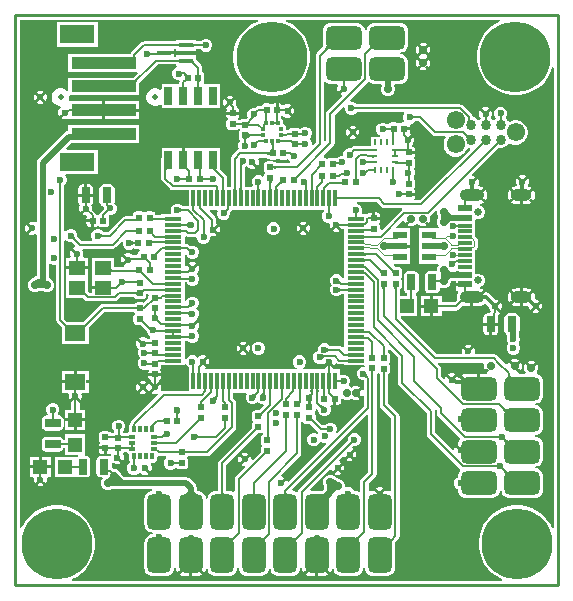
<source format=gtl>
G04*
G04 #@! TF.GenerationSoftware,Altium Limited,Altium Designer,26.2.0 (7)*
G04*
G04 Layer_Physical_Order=1*
G04 Layer_Color=255*
%FSLAX25Y25*%
%MOIN*%
G70*
G04*
G04 #@! TF.SameCoordinates,17A3E6CB-15BD-4058-B425-0E0A4CEE79B2*
G04*
G04*
G04 #@! TF.FilePolarity,Positive*
G04*
G01*
G75*
%ADD10C,0.00787*%
%ADD12C,0.00591*%
G04:AMPARAMS|DCode=16|XSize=120mil|YSize=80mil|CornerRadius=20mil|HoleSize=0mil|Usage=FLASHONLY|Rotation=0.000|XOffset=0mil|YOffset=0mil|HoleType=Round|Shape=RoundedRectangle|*
%AMROUNDEDRECTD16*
21,1,0.12000,0.04000,0,0,0.0*
21,1,0.08000,0.08000,0,0,0.0*
1,1,0.04000,0.04000,-0.02000*
1,1,0.04000,-0.04000,-0.02000*
1,1,0.04000,-0.04000,0.02000*
1,1,0.04000,0.04000,0.02000*
%
%ADD16ROUNDEDRECTD16*%
G04:AMPARAMS|DCode=17|XSize=21.65mil|YSize=19.68mil|CornerRadius=2.46mil|HoleSize=0mil|Usage=FLASHONLY|Rotation=90.000|XOffset=0mil|YOffset=0mil|HoleType=Round|Shape=RoundedRectangle|*
%AMROUNDEDRECTD17*
21,1,0.02165,0.01476,0,0,90.0*
21,1,0.01673,0.01968,0,0,90.0*
1,1,0.00492,0.00738,0.00837*
1,1,0.00492,0.00738,-0.00837*
1,1,0.00492,-0.00738,-0.00837*
1,1,0.00492,-0.00738,0.00837*
%
%ADD17ROUNDEDRECTD17*%
G04:AMPARAMS|DCode=18|XSize=21.65mil|YSize=19.68mil|CornerRadius=2.46mil|HoleSize=0mil|Usage=FLASHONLY|Rotation=180.000|XOffset=0mil|YOffset=0mil|HoleType=Round|Shape=RoundedRectangle|*
%AMROUNDEDRECTD18*
21,1,0.02165,0.01476,0,0,180.0*
21,1,0.01673,0.01968,0,0,180.0*
1,1,0.00492,-0.00837,0.00738*
1,1,0.00492,0.00837,0.00738*
1,1,0.00492,0.00837,-0.00738*
1,1,0.00492,-0.00837,-0.00738*
%
%ADD18ROUNDEDRECTD18*%
%ADD19C,0.03398*%
G04:AMPARAMS|DCode=20|XSize=23.23mil|YSize=13.78mil|CornerRadius=3.45mil|HoleSize=0mil|Usage=FLASHONLY|Rotation=180.000|XOffset=0mil|YOffset=0mil|HoleType=Round|Shape=RoundedRectangle|*
%AMROUNDEDRECTD20*
21,1,0.02323,0.00689,0,0,180.0*
21,1,0.01634,0.01378,0,0,180.0*
1,1,0.00689,-0.00817,0.00345*
1,1,0.00689,0.00817,0.00345*
1,1,0.00689,0.00817,-0.00345*
1,1,0.00689,-0.00817,-0.00345*
%
%ADD20ROUNDEDRECTD20*%
G04:AMPARAMS|DCode=21|XSize=23.23mil|YSize=13.78mil|CornerRadius=3.45mil|HoleSize=0mil|Usage=FLASHONLY|Rotation=270.000|XOffset=0mil|YOffset=0mil|HoleType=Round|Shape=RoundedRectangle|*
%AMROUNDEDRECTD21*
21,1,0.02323,0.00689,0,0,270.0*
21,1,0.01634,0.01378,0,0,270.0*
1,1,0.00689,-0.00345,-0.00817*
1,1,0.00689,-0.00345,0.00817*
1,1,0.00689,0.00345,0.00817*
1,1,0.00689,0.00345,-0.00817*
%
%ADD21ROUNDEDRECTD21*%
%ADD22R,0.01181X0.05807*%
%ADD23R,0.05807X0.01181*%
G04:AMPARAMS|DCode=24|XSize=51.18mil|YSize=29.92mil|CornerRadius=3.74mil|HoleSize=0mil|Usage=FLASHONLY|Rotation=270.000|XOffset=0mil|YOffset=0mil|HoleType=Round|Shape=RoundedRectangle|*
%AMROUNDEDRECTD24*
21,1,0.05118,0.02244,0,0,270.0*
21,1,0.04370,0.02992,0,0,270.0*
1,1,0.00748,-0.01122,-0.02185*
1,1,0.00748,-0.01122,0.02185*
1,1,0.00748,0.01122,0.02185*
1,1,0.00748,0.01122,-0.02185*
%
%ADD24ROUNDEDRECTD24*%
%ADD25R,0.02559X0.06004*%
G04:AMPARAMS|DCode=26|XSize=14.96mil|YSize=13.78mil|CornerRadius=0.62mil|HoleSize=0mil|Usage=FLASHONLY|Rotation=90.000|XOffset=0mil|YOffset=0mil|HoleType=Round|Shape=RoundedRectangle|*
%AMROUNDEDRECTD26*
21,1,0.01496,0.01254,0,0,90.0*
21,1,0.01372,0.01378,0,0,90.0*
1,1,0.00124,0.00627,0.00686*
1,1,0.00124,0.00627,-0.00686*
1,1,0.00124,-0.00627,-0.00686*
1,1,0.00124,-0.00627,0.00686*
%
%ADD26ROUNDEDRECTD26*%
G04:AMPARAMS|DCode=27|XSize=120mil|YSize=80mil|CornerRadius=20mil|HoleSize=0mil|Usage=FLASHONLY|Rotation=90.000|XOffset=0mil|YOffset=0mil|HoleType=Round|Shape=RoundedRectangle|*
%AMROUNDEDRECTD27*
21,1,0.12000,0.04000,0,0,90.0*
21,1,0.08000,0.08000,0,0,90.0*
1,1,0.04000,0.02000,0.04000*
1,1,0.04000,0.02000,-0.04000*
1,1,0.04000,-0.02000,-0.04000*
1,1,0.04000,-0.02000,0.04000*
%
%ADD27ROUNDEDRECTD27*%
G04:AMPARAMS|DCode=28|XSize=51.18mil|YSize=29.92mil|CornerRadius=3.74mil|HoleSize=0mil|Usage=FLASHONLY|Rotation=0.000|XOffset=0mil|YOffset=0mil|HoleType=Round|Shape=RoundedRectangle|*
%AMROUNDEDRECTD28*
21,1,0.05118,0.02244,0,0,0.0*
21,1,0.04370,0.02992,0,0,0.0*
1,1,0.00748,0.02185,-0.01122*
1,1,0.00748,-0.02185,-0.01122*
1,1,0.00748,-0.02185,0.01122*
1,1,0.00748,0.02185,0.01122*
%
%ADD28ROUNDEDRECTD28*%
%ADD29R,0.00984X0.01870*%
%ADD30R,0.01870X0.00984*%
%ADD31R,0.04724X0.04724*%
%ADD32R,0.07087X0.05315*%
%ADD33R,0.05512X0.04724*%
%ADD34R,0.21654X0.03937*%
%ADD35R,0.04724X0.01575*%
%ADD36R,0.04724X0.04724*%
%ADD37R,0.04724X0.02362*%
%ADD38R,0.04528X0.02362*%
%ADD39R,0.11811X0.06299*%
%ADD40R,0.04528X0.01181*%
%ADD63C,0.02362*%
%ADD65C,0.02559*%
%ADD68C,0.01968*%
%ADD69C,0.01181*%
%ADD70C,0.00532*%
%ADD71C,0.00472*%
%ADD72C,0.06102*%
%ADD73O,0.08268X0.03937*%
%ADD74O,0.07087X0.03937*%
%ADD75C,0.01968*%
%ADD76C,0.23622*%
%ADD77C,0.02756*%
%ADD78C,0.01000*%
G36*
X161614Y187971D02*
X160057Y187177D01*
X158426Y185992D01*
X157000Y184566D01*
X155815Y182935D01*
X154899Y181138D01*
X154276Y179220D01*
X153961Y177229D01*
Y175212D01*
X154276Y173221D01*
X154899Y171303D01*
X155815Y169506D01*
X157000Y167875D01*
X158426Y166449D01*
X160057Y165263D01*
X161854Y164348D01*
X163772Y163725D01*
X165763Y163409D01*
X167780D01*
X169772Y163725D01*
X171689Y164348D01*
X173486Y165263D01*
X175118Y166449D01*
X176543Y167875D01*
X177729Y169506D01*
X178644Y171303D01*
X179073Y172623D01*
X179573Y172544D01*
Y19128D01*
X179073Y19008D01*
X178280Y20565D01*
X177094Y22196D01*
X175669Y23622D01*
X174037Y24807D01*
X172241Y25723D01*
X170323Y26346D01*
X168331Y26661D01*
X166315D01*
X164323Y26346D01*
X162405Y25723D01*
X160608Y24807D01*
X158977Y23622D01*
X157551Y22196D01*
X156366Y20565D01*
X155450Y18768D01*
X154827Y16850D01*
X154512Y14859D01*
Y12842D01*
X154827Y10851D01*
X155450Y8933D01*
X156366Y7136D01*
X157551Y5505D01*
X158977Y4079D01*
X160608Y2893D01*
X162304Y2029D01*
X162217Y1529D01*
X19057D01*
X18937Y2029D01*
X20494Y2823D01*
X22125Y4008D01*
X23551Y5434D01*
X24736Y7065D01*
X25652Y8862D01*
X26275Y10780D01*
X26591Y12771D01*
Y14788D01*
X26275Y16779D01*
X25652Y18697D01*
X24736Y20494D01*
X23551Y22125D01*
X22125Y23551D01*
X20494Y24736D01*
X18697Y25652D01*
X16779Y26275D01*
X14788Y26591D01*
X12771D01*
X10780Y26275D01*
X8862Y25652D01*
X7065Y24736D01*
X5434Y23551D01*
X4008Y22125D01*
X2823Y20494D01*
X2029Y18937D01*
X1529Y19057D01*
Y188471D01*
X80876D01*
X80955Y187977D01*
X80633Y187872D01*
X78837Y186957D01*
X77205Y185772D01*
X75779Y184346D01*
X74594Y182714D01*
X73679Y180918D01*
X73056Y179000D01*
X72740Y177008D01*
Y174992D01*
X73056Y173000D01*
X73679Y171082D01*
X74594Y169286D01*
X75779Y167654D01*
X77205Y166228D01*
X78837Y165043D01*
X80633Y164128D01*
X82551Y163504D01*
X84543Y163189D01*
X86559D01*
X88551Y163504D01*
X90469Y164128D01*
X92266Y165043D01*
X93897Y166228D01*
X95323Y167654D01*
X96508Y169286D01*
X97424Y171082D01*
X98047Y173000D01*
X98362Y174992D01*
Y177008D01*
X98047Y179000D01*
X97424Y180918D01*
X96508Y182714D01*
X95323Y184346D01*
X93897Y185772D01*
X92266Y186957D01*
X90469Y187872D01*
X90148Y187977D01*
X90226Y188471D01*
X161494D01*
X161614Y187971D01*
D02*
G37*
%LPC*%
G36*
X128051Y187526D02*
X120051D01*
X119268Y187423D01*
X118538Y187120D01*
X117912Y186640D01*
X117431Y186013D01*
X117128Y185283D01*
X117053Y184713D01*
X116549D01*
X116474Y185283D01*
X116172Y186013D01*
X115691Y186640D01*
X115064Y187120D01*
X114334Y187423D01*
X113551Y187526D01*
X105551D01*
X104768Y187423D01*
X104038Y187120D01*
X103412Y186640D01*
X102931Y186013D01*
X102628Y185283D01*
X102525Y184500D01*
Y180500D01*
X102628Y179717D01*
X102666Y179625D01*
X100546Y177505D01*
X100238Y177044D01*
X100130Y176500D01*
Y147589D01*
X99383Y146842D01*
X98883Y147049D01*
Y147426D01*
X98551Y148228D01*
X97938Y148841D01*
X97930Y148879D01*
X98498Y149447D01*
X98830Y150249D01*
Y151116D01*
X98498Y151918D01*
X97884Y152531D01*
X97083Y152863D01*
X96215D01*
X95413Y152531D01*
X95015Y152133D01*
X94887Y152145D01*
X94475Y152421D01*
X93989Y152517D01*
X92316D01*
X91830Y152421D01*
X91417Y152145D01*
X91206Y151829D01*
X90709D01*
X90671Y151822D01*
X90285Y152139D01*
Y152655D01*
X90202Y153069D01*
X89967Y153420D01*
X89616Y153655D01*
X89241Y153729D01*
Y154682D01*
X89159Y155096D01*
X88924Y155448D01*
X88754Y155562D01*
Y156390D01*
X89217Y156582D01*
X89382Y156468D01*
X89637Y156213D01*
X90439Y155882D01*
X91307D01*
X92042Y156186D01*
X91200Y157028D01*
X91907Y157735D01*
X92749Y156893D01*
X93054Y157629D01*
Y158496D01*
X92749Y159232D01*
X91907Y158390D01*
X91200Y159097D01*
X92042Y159939D01*
X91307Y160244D01*
X90439D01*
X89712Y159942D01*
X89618Y159915D01*
X89114Y160006D01*
X88971Y160219D01*
X88559Y160495D01*
X88073Y160591D01*
X87835D01*
Y159459D01*
X86835D01*
Y160591D01*
X86597D01*
X86110Y160495D01*
X85927Y160372D01*
X85563Y160261D01*
X85199Y160372D01*
X85016Y160495D01*
X84530Y160591D01*
X83053D01*
X82567Y160495D01*
X82155Y160219D01*
X81879Y159807D01*
X81879Y159805D01*
X81063D01*
X80558Y159704D01*
X80129Y159418D01*
X79876Y159165D01*
X79129D01*
X78328Y158833D01*
X77714Y158220D01*
X77382Y157418D01*
Y156550D01*
X77565Y156108D01*
X76938Y155480D01*
X75862D01*
X75376Y155383D01*
X74998Y155131D01*
X74946Y155110D01*
X74417Y155169D01*
X74286Y155365D01*
Y155635D01*
X74562Y156047D01*
X74658Y156534D01*
Y156772D01*
X73526D01*
Y157772D01*
X74658D01*
Y158010D01*
X74562Y158496D01*
X74286Y158908D01*
X73874Y159184D01*
X73872Y159184D01*
Y159521D01*
X73771Y160026D01*
X73609Y160269D01*
X73732Y160566D01*
Y161434D01*
X73428Y162169D01*
X72585Y161327D01*
X71878Y162034D01*
X72720Y162876D01*
X71985Y163181D01*
X71117D01*
X70382Y162876D01*
X71224Y162034D01*
X70517Y161327D01*
X69675Y162169D01*
X69370Y161434D01*
Y160566D01*
X69675Y159831D01*
X70517Y160673D01*
X71224Y159966D01*
X70370Y159111D01*
X70552Y158512D01*
X70541Y158496D01*
X70444Y158010D01*
Y157772D01*
X71576D01*
Y156772D01*
X70444D01*
Y156534D01*
X70541Y156047D01*
X70816Y155635D01*
Y155365D01*
X70541Y154953D01*
X70444Y154466D01*
Y152990D01*
X70541Y152504D01*
X70816Y152092D01*
X71228Y151816D01*
X71715Y151720D01*
X73388D01*
X73874Y151816D01*
X74252Y152069D01*
X74303Y152090D01*
X74833Y152030D01*
X74963Y151835D01*
Y151565D01*
X74688Y151153D01*
X74591Y150666D01*
Y149190D01*
X74688Y148704D01*
X74963Y148292D01*
X74992Y147998D01*
X74714Y147720D01*
X74382Y146918D01*
Y146050D01*
X74640Y145426D01*
X74553Y145263D01*
X74092Y144955D01*
X72204Y143067D01*
X71896Y142606D01*
X71788Y142062D01*
Y132868D01*
X70592D01*
Y135691D01*
X70492Y136196D01*
X70205Y136625D01*
X68341Y138489D01*
Y145662D01*
X63841D01*
X63782Y145662D01*
Y145662D01*
X63341D01*
Y145662D01*
X58782D01*
X58782Y145662D01*
X58341D01*
Y145662D01*
X58282Y145662D01*
X56561D01*
Y144554D01*
X55561D01*
Y145662D01*
X53841D01*
X53782Y145662D01*
Y145662D01*
X53341D01*
Y145662D01*
X48782D01*
Y142757D01*
X48730Y142500D01*
Y135500D01*
X48831Y134995D01*
X49117Y134566D01*
X51617Y132066D01*
X52046Y131780D01*
X52551Y131679D01*
X57839D01*
Y126557D01*
X57551Y126321D01*
X55905D01*
X55882Y126331D01*
X55848Y126351D01*
X55817Y126372D01*
X55680Y126485D01*
X55605Y126558D01*
X55527Y126608D01*
X55287Y126849D01*
X54485Y127181D01*
X53617D01*
X52816Y126849D01*
X52202Y126235D01*
X51870Y125434D01*
Y124566D01*
X52017Y124213D01*
X51682Y123713D01*
X48683D01*
Y123413D01*
X46816D01*
X46735Y123823D01*
X46459Y124235D01*
X46047Y124510D01*
X45561Y124607D01*
X44085D01*
X43598Y124510D01*
X43415Y124388D01*
X43051Y124276D01*
X42687Y124388D01*
X42504Y124510D01*
X42018Y124607D01*
X40541D01*
X40055Y124510D01*
X39643Y124235D01*
X39368Y123823D01*
X39271Y123337D01*
Y122974D01*
X36734D01*
X36734Y122974D01*
X36240Y122875D01*
X35822Y122596D01*
X31017Y117791D01*
X29434D01*
X29416Y117800D01*
X29377Y117823D01*
X29339Y117850D01*
X29189Y117976D01*
X29107Y118056D01*
X29028Y118108D01*
X28787Y118349D01*
X27985Y118681D01*
X27117D01*
X26316Y118349D01*
X25702Y117736D01*
X25370Y116934D01*
Y116066D01*
X25702Y115264D01*
X25714Y115252D01*
X25523Y114791D01*
X22086D01*
X20795Y116081D01*
X20789Y116101D01*
X20778Y116144D01*
X20770Y116190D01*
X20753Y116385D01*
X20752Y116500D01*
X20732Y116592D01*
Y116934D01*
X20400Y117736D01*
X19787Y118349D01*
X18985Y118681D01*
X18117D01*
X17316Y118349D01*
X16872Y117905D01*
X16372Y118112D01*
Y133236D01*
X16900Y133765D01*
X17232Y134566D01*
Y135434D01*
X16900Y136235D01*
X16734Y136402D01*
X16941Y136902D01*
X27598D01*
Y145201D01*
X17203D01*
X17011Y145663D01*
X18841Y147493D01*
X28567D01*
X28762Y147531D01*
X41378D01*
Y151289D01*
X41417Y151484D01*
X41378Y151680D01*
Y153469D01*
X39589D01*
X39394Y153507D01*
X37179D01*
X36984Y153469D01*
X32945D01*
X32750Y153507D01*
X30535D01*
X30340Y153469D01*
X17724D01*
Y151483D01*
X17229Y151385D01*
X16573Y150946D01*
X7723Y142096D01*
X7284Y141440D01*
X7130Y140666D01*
Y121159D01*
X6630Y120914D01*
X5985Y121181D01*
X5117D01*
X4382Y120876D01*
X5224Y120034D01*
X4517Y119327D01*
X3675Y120169D01*
X3370Y119434D01*
Y118566D01*
X3675Y117831D01*
X4517Y118673D01*
X5224Y117966D01*
X4382Y117124D01*
X5117Y116819D01*
X5985D01*
X6630Y117086D01*
X7130Y116841D01*
Y103087D01*
X6962Y103054D01*
X6305Y102615D01*
X6061Y102371D01*
X5204Y102016D01*
X4535Y101347D01*
X4173Y100473D01*
Y99527D01*
X4535Y98653D01*
X5204Y97984D01*
X6078Y97622D01*
X7024D01*
X7881Y97977D01*
X9222D01*
X10078Y97622D01*
X11024D01*
X11898Y97984D01*
X12567Y98653D01*
X12929Y99527D01*
Y100473D01*
X12567Y101347D01*
X11898Y102016D01*
X11177Y102315D01*
Y107083D01*
X11677Y107290D01*
X11816Y107151D01*
X12617Y106819D01*
X13485D01*
X13731Y106655D01*
Y88283D01*
X13831Y87778D01*
X14117Y87350D01*
X15508Y85959D01*
Y80512D01*
X24595D01*
Y85959D01*
X29685Y91049D01*
X39540D01*
X39541Y91047D01*
X39816Y90635D01*
Y90365D01*
X39541Y89953D01*
X39444Y89467D01*
Y87990D01*
X39541Y87504D01*
X39816Y87092D01*
X40228Y86816D01*
X40715Y86720D01*
X41791D01*
X43870Y84640D01*
Y84566D01*
X44202Y83764D01*
X44816Y83151D01*
X44861Y83132D01*
X44916Y82568D01*
X44816Y82501D01*
X44576Y82141D01*
X44256Y82096D01*
X44034Y82102D01*
X43787Y82349D01*
X42985Y82681D01*
X42117D01*
X41382Y82376D01*
X42224Y81534D01*
X41517Y80827D01*
X40675Y81669D01*
X40370Y80934D01*
Y80066D01*
X40702Y79264D01*
X41217Y78750D01*
X41202Y78736D01*
X40870Y77934D01*
Y77066D01*
X41202Y76265D01*
X41717Y75750D01*
X41202Y75235D01*
X40870Y74434D01*
Y73566D01*
X41202Y72764D01*
X41816Y72151D01*
X42617Y71819D01*
X43485D01*
X44287Y72151D01*
X44611Y71785D01*
X44671Y71647D01*
X44541Y71453D01*
X44444Y70967D01*
Y70728D01*
X45576D01*
Y69728D01*
X44444D01*
Y69490D01*
X44541Y69004D01*
X44816Y68592D01*
X45228Y68316D01*
X45230Y68316D01*
Y68028D01*
X46224Y67034D01*
X45517Y66327D01*
X44551Y67293D01*
X43597Y66339D01*
X42890Y67046D01*
X43732Y67888D01*
X42997Y68193D01*
X42129D01*
X41394Y67888D01*
X42236Y67046D01*
X41529Y66339D01*
X40687Y67181D01*
X40382Y66446D01*
Y65578D01*
X40687Y64842D01*
X41529Y65685D01*
X42236Y64978D01*
X41394Y64135D01*
X42129Y63831D01*
X42997D01*
X43732Y64135D01*
X42890Y64978D01*
X43597Y65685D01*
X44563Y64719D01*
X45517Y65673D01*
X46224Y64966D01*
X45382Y64124D01*
X46117Y63819D01*
X46985D01*
X47465Y64018D01*
X47748Y63594D01*
X38665Y54510D01*
X38378Y54082D01*
X38345Y53913D01*
X38285Y53873D01*
X37988Y53428D01*
X37883Y52903D01*
Y51270D01*
X37909Y51139D01*
X37607Y51079D01*
X37163Y50782D01*
X37076Y50653D01*
X36230D01*
X36111Y50832D01*
X36086Y51450D01*
X36400Y51765D01*
X36732Y52566D01*
Y53434D01*
X36400Y54236D01*
X35787Y54849D01*
X34985Y55181D01*
X34117D01*
X33316Y54849D01*
X32702Y54236D01*
X32370Y53434D01*
Y52566D01*
X32702Y51765D01*
X32903Y51563D01*
X32913Y51535D01*
X32825Y50955D01*
X32641Y50832D01*
X32485Y50599D01*
X31993D01*
X31786Y50908D01*
X31374Y51184D01*
X30888Y51280D01*
X29215D01*
X28728Y51184D01*
X28316Y50908D01*
X28041Y50496D01*
X27944Y50010D01*
Y48533D01*
X28041Y48047D01*
X28316Y47635D01*
Y47365D01*
X28041Y46953D01*
X27944Y46466D01*
Y46228D01*
X29076D01*
Y45228D01*
X27944D01*
Y44990D01*
X28041Y44504D01*
X28316Y44092D01*
X28728Y43816D01*
X29215Y43720D01*
X29551D01*
Y44852D01*
X30551D01*
Y43720D01*
X30888D01*
X31374Y43816D01*
X31721Y44048D01*
X31830Y44045D01*
X31892Y43994D01*
X32042Y43771D01*
X32102Y43494D01*
X31946Y43117D01*
X31481Y42908D01*
X31370Y42901D01*
X31253Y42979D01*
X30716Y43086D01*
X28472D01*
X27936Y42979D01*
X27482Y42676D01*
X27178Y42221D01*
X27071Y41685D01*
Y37315D01*
X27178Y36779D01*
X27482Y36324D01*
X27936Y36021D01*
X28472Y35914D01*
X28949D01*
X29140Y35452D01*
X29035Y35347D01*
X28673Y34473D01*
Y33527D01*
X29035Y32653D01*
X29704Y31984D01*
X30578Y31622D01*
X31524D01*
X32381Y31977D01*
X45646D01*
X45679Y31477D01*
X45268Y31423D01*
X44538Y31120D01*
X43911Y30640D01*
X43431Y30013D01*
X43128Y29283D01*
X43025Y28500D01*
Y20500D01*
X43128Y19717D01*
X43431Y18987D01*
X43911Y18360D01*
X44538Y17879D01*
X45268Y17577D01*
X45814Y17505D01*
X45821Y17501D01*
X45838Y17473D01*
Y16998D01*
X45268Y16923D01*
X44538Y16621D01*
X43911Y16140D01*
X43431Y15513D01*
X43128Y14783D01*
X43025Y14000D01*
Y6000D01*
X43128Y5217D01*
X43431Y4487D01*
X43911Y3860D01*
X44538Y3379D01*
X45268Y3077D01*
X46051Y2974D01*
X50051D01*
X50834Y3077D01*
X51564Y3379D01*
X52191Y3860D01*
X52672Y4487D01*
X52974Y5217D01*
X53049Y5787D01*
X53553D01*
X53628Y5217D01*
X53931Y4487D01*
X54105Y4261D01*
X54904Y5060D01*
X55611Y4353D01*
X54812Y3553D01*
X55038Y3379D01*
X55768Y3077D01*
X56551Y2974D01*
X58051D01*
Y4108D01*
X59051D01*
Y2974D01*
X60551D01*
X61334Y3077D01*
X62064Y3379D01*
X62291Y3553D01*
X61491Y4353D01*
X62198Y5060D01*
X62998Y4261D01*
X63172Y4487D01*
X63474Y5217D01*
X63549Y5787D01*
X64053D01*
X64128Y5217D01*
X64431Y4487D01*
X64912Y3860D01*
X65538Y3379D01*
X66268Y3077D01*
X67051Y2974D01*
X71051D01*
X71834Y3077D01*
X72564Y3379D01*
X73191Y3860D01*
X73672Y4487D01*
X73974Y5217D01*
X74049Y5787D01*
X74553D01*
X74628Y5217D01*
X74931Y4487D01*
X75411Y3860D01*
X76038Y3379D01*
X76768Y3077D01*
X77551Y2974D01*
X81551D01*
X82334Y3077D01*
X83064Y3379D01*
X83691Y3860D01*
X84172Y4487D01*
X84474Y5217D01*
X84549Y5787D01*
X85053D01*
X85128Y5217D01*
X85431Y4487D01*
X85912Y3860D01*
X86538Y3379D01*
X87268Y3077D01*
X88051Y2974D01*
X92051D01*
X92834Y3077D01*
X93564Y3379D01*
X94191Y3860D01*
X94672Y4487D01*
X94974Y5217D01*
X95049Y5787D01*
X95553D01*
X95628Y5217D01*
X95931Y4487D01*
X96105Y4261D01*
X96904Y5060D01*
X97611Y4353D01*
X96812Y3553D01*
X97038Y3379D01*
X97768Y3077D01*
X98551Y2974D01*
X100051D01*
Y4108D01*
X101051D01*
Y2974D01*
X102551D01*
X103334Y3077D01*
X104064Y3379D01*
X104291Y3553D01*
X103491Y4353D01*
X104198Y5060D01*
X104998Y4261D01*
X105172Y4487D01*
X105474Y5217D01*
X105549Y5787D01*
X106053D01*
X106128Y5217D01*
X106431Y4487D01*
X106912Y3860D01*
X107538Y3379D01*
X108268Y3077D01*
X109051Y2974D01*
X113051D01*
X113834Y3077D01*
X114564Y3379D01*
X115191Y3860D01*
X115672Y4487D01*
X115974Y5217D01*
X116049Y5787D01*
X116553D01*
X116628Y5217D01*
X116931Y4487D01*
X117412Y3860D01*
X118038Y3379D01*
X118768Y3077D01*
X119551Y2974D01*
X123551D01*
X124334Y3077D01*
X125064Y3379D01*
X125691Y3860D01*
X126172Y4487D01*
X126474Y5217D01*
X126577Y6000D01*
Y14000D01*
X126560Y14130D01*
X127737Y15307D01*
X128045Y15768D01*
X128153Y16312D01*
Y56319D01*
X128045Y56863D01*
X127737Y57324D01*
X124416Y60645D01*
Y70318D01*
X124729Y70528D01*
X125005Y70940D01*
X125102Y71426D01*
Y72902D01*
X125005Y73389D01*
X124729Y73801D01*
Y74071D01*
X125005Y74483D01*
X125102Y74969D01*
Y76446D01*
X125005Y76932D01*
X124729Y77344D01*
X124416Y77554D01*
Y78473D01*
X124877Y78664D01*
X127630Y75911D01*
Y67500D01*
X127738Y66956D01*
X128046Y66495D01*
X137130Y57411D01*
Y50408D01*
X137238Y49864D01*
X137546Y49403D01*
X148280Y38669D01*
X148339Y38431D01*
X148319Y38019D01*
X147931Y37513D01*
X147628Y36783D01*
X147525Y36000D01*
Y35936D01*
X147316Y35849D01*
X146702Y35236D01*
X146370Y34434D01*
Y33566D01*
X146702Y32765D01*
X147316Y32151D01*
X147525Y32064D01*
Y32000D01*
X147628Y31217D01*
X147931Y30487D01*
X148412Y29860D01*
X149038Y29379D01*
X149768Y29077D01*
X150551Y28974D01*
X158551D01*
X159334Y29077D01*
X160064Y29379D01*
X160691Y29860D01*
X161172Y30487D01*
X161474Y31217D01*
X161549Y31787D01*
X162053D01*
X162128Y31217D01*
X162431Y30487D01*
X162912Y29860D01*
X163538Y29379D01*
X164268Y29077D01*
X165051Y28974D01*
X173051D01*
X173834Y29077D01*
X174564Y29379D01*
X175191Y29860D01*
X175672Y30487D01*
X175974Y31217D01*
X176077Y32000D01*
Y36000D01*
X175974Y36783D01*
X175672Y37513D01*
X175191Y38140D01*
X174564Y38620D01*
X173834Y38923D01*
X173264Y38998D01*
Y39502D01*
X173834Y39577D01*
X174564Y39880D01*
X175191Y40360D01*
X175672Y40987D01*
X175974Y41717D01*
X176077Y42500D01*
Y46500D01*
X175974Y47283D01*
X175672Y48013D01*
X175191Y48640D01*
X174564Y49121D01*
X173834Y49423D01*
X173264Y49498D01*
Y50002D01*
X173834Y50077D01*
X174564Y50380D01*
X175191Y50860D01*
X175672Y51487D01*
X175974Y52217D01*
X176077Y53000D01*
Y57000D01*
X175974Y57783D01*
X175672Y58513D01*
X175191Y59140D01*
X174564Y59620D01*
X173834Y59923D01*
X173264Y59998D01*
Y60502D01*
X173834Y60577D01*
X174564Y60879D01*
X175191Y61360D01*
X175672Y61987D01*
X175974Y62717D01*
X176077Y63500D01*
Y67500D01*
X175974Y68283D01*
X175672Y69013D01*
X175191Y69640D01*
X174564Y70121D01*
X173983Y70361D01*
X173839Y70772D01*
X173840Y70926D01*
X174067Y71153D01*
X174429Y72027D01*
Y72973D01*
X174078Y73820D01*
X173237Y72979D01*
X172530Y73686D01*
X173371Y74527D01*
X172524Y74878D01*
X171578D01*
X170731Y74527D01*
X171573Y73686D01*
X170866Y72979D01*
X170024Y73820D01*
X169673Y72973D01*
Y72027D01*
X170035Y71153D01*
X170200Y70988D01*
X170009Y70526D01*
X168093D01*
X167963Y70832D01*
X167956Y70888D01*
X167030Y71814D01*
X167737Y72522D01*
X168578Y71680D01*
X168929Y72527D01*
Y73473D01*
X168578Y74320D01*
X167737Y73479D01*
X167030Y74186D01*
X167871Y75027D01*
X167024Y75378D01*
X166078D01*
X165231Y75027D01*
X166073Y74186D01*
X165366Y73479D01*
X164524Y74320D01*
X164244Y73643D01*
X163711Y73469D01*
X162115Y75065D01*
X162115Y75065D01*
X160616Y76564D01*
X160155Y76872D01*
X159611Y76980D01*
X153439D01*
X153162Y77396D01*
X153232Y77566D01*
Y78434D01*
X152928Y79169D01*
X152085Y78327D01*
X151378Y79034D01*
X152220Y79876D01*
X151485Y80181D01*
X150617D01*
X149882Y79876D01*
X150724Y79034D01*
X150017Y78327D01*
X149175Y79169D01*
X148870Y78434D01*
Y77566D01*
X148941Y77396D01*
X148663Y76980D01*
X140581D01*
X128503Y89058D01*
X128710Y89558D01*
X133864D01*
Y96282D01*
X133468D01*
Y97474D01*
X133705Y97521D01*
X134160Y97824D01*
X134464Y98279D01*
X134570Y98815D01*
Y103185D01*
X134464Y103721D01*
X134160Y104176D01*
X133705Y104479D01*
X133169Y104586D01*
X130925D01*
X130389Y104479D01*
X129935Y104176D01*
X129631Y103721D01*
X129524Y103185D01*
Y98815D01*
X129631Y98279D01*
X129935Y97824D01*
X130389Y97521D01*
X130626Y97474D01*
Y96282D01*
X128202D01*
Y98647D01*
X128516Y98857D01*
X128792Y99269D01*
X128888Y99756D01*
Y101232D01*
X128792Y101718D01*
X128516Y102130D01*
Y102401D01*
X128792Y102813D01*
X128888Y103299D01*
Y104775D01*
X128792Y105261D01*
X128516Y105674D01*
X128104Y105949D01*
X127618Y106046D01*
X126767D01*
X126752Y106051D01*
X126718Y106066D01*
X126676Y106090D01*
X126625Y106123D01*
X126566Y106167D01*
X126545Y106185D01*
X126113Y106617D01*
X126304Y107079D01*
X131492D01*
Y110819D01*
Y112500D01*
X130385D01*
Y113500D01*
X131492D01*
Y114559D01*
Y118921D01*
X127045D01*
X126853Y119383D01*
X129211Y121741D01*
X129673Y121550D01*
Y121527D01*
X130024Y120680D01*
X130866Y121521D01*
X131573Y120814D01*
X130731Y119973D01*
X131578Y119622D01*
X132524D01*
X133398Y119984D01*
X134051Y120637D01*
X134704Y119984D01*
X135578Y119622D01*
X136524D01*
X137371Y119973D01*
X136530Y120814D01*
X137237Y121521D01*
X138078Y120680D01*
X138429Y121527D01*
Y122473D01*
X138199Y123029D01*
X138513Y123239D01*
X140173Y124900D01*
X140673Y124693D01*
Y124027D01*
X141028Y123170D01*
Y122330D01*
X140673Y121473D01*
Y120527D01*
X141035Y119653D01*
X141267Y119421D01*
X141060Y118921D01*
X140953Y118921D01*
X140953Y118921D01*
X140948Y118921D01*
X134610D01*
Y114559D01*
Y110819D01*
Y107079D01*
X140948Y107079D01*
X140953D01*
X140953D01*
X141060Y107079D01*
X141267Y106579D01*
X141035Y106347D01*
X140673Y105473D01*
Y105005D01*
X140217Y104586D01*
X137972D01*
X137436Y104479D01*
X136982Y104176D01*
X136678Y103721D01*
X136572Y103185D01*
Y98815D01*
X136678Y98279D01*
X136982Y97824D01*
X137436Y97521D01*
X137972Y97414D01*
X140217D01*
X140753Y97521D01*
X141207Y97824D01*
X141511Y98279D01*
X141618Y98815D01*
Y98979D01*
X142118Y99313D01*
X142578Y99122D01*
X143524D01*
X144398Y99484D01*
X145067Y100153D01*
X145429Y101027D01*
Y101230D01*
X145712Y101512D01*
X146749D01*
X146787Y101510D01*
Y100886D01*
X147895D01*
Y99886D01*
X146787D01*
Y98205D01*
X147448D01*
X147695Y97705D01*
X147517Y97473D01*
X147218Y96751D01*
X147116Y95976D01*
X147218Y95201D01*
X147250Y95125D01*
X146465Y94341D01*
X142131D01*
Y96282D01*
X139269D01*
Y95175D01*
X138269D01*
Y96282D01*
X135407D01*
Y93420D01*
X136515D01*
Y92420D01*
X135407D01*
Y89558D01*
X138269D01*
Y90665D01*
X139269D01*
Y89558D01*
X142131D01*
Y91499D01*
X147054D01*
X147598Y91607D01*
X148059Y91915D01*
X149259Y93116D01*
X149335Y93084D01*
X150110Y92982D01*
X151776D01*
Y94116D01*
X152776D01*
Y92982D01*
X154441D01*
X155216Y93084D01*
X155938Y93383D01*
X156558Y93859D01*
X156878Y93880D01*
X157870Y92888D01*
Y92566D01*
X158202Y91764D01*
X158564Y91403D01*
X158288Y90989D01*
X158207Y90586D01*
X157425D01*
X156889Y90479D01*
X156435Y90176D01*
X156131Y89721D01*
X156024Y89185D01*
Y87500D01*
X157159D01*
Y86500D01*
X156024D01*
Y84815D01*
X156131Y84279D01*
X156435Y83824D01*
X156889Y83521D01*
X157425Y83414D01*
X158047D01*
Y84548D01*
X159047D01*
Y83414D01*
X159669D01*
X160205Y83521D01*
X160660Y83824D01*
X160964Y84279D01*
X161070Y84815D01*
Y86500D01*
X159936D01*
Y87500D01*
X161070D01*
Y89185D01*
X161021Y89430D01*
Y89856D01*
X161056Y89891D01*
X161364Y90352D01*
X161468Y90876D01*
X160378Y91966D01*
X161085Y92673D01*
X161928Y91831D01*
X162232Y92566D01*
Y93434D01*
X161928Y94169D01*
X161085Y93327D01*
X160378Y94034D01*
X161221Y94876D01*
X160485Y95181D01*
X160163D01*
X158221Y97123D01*
X157695Y97475D01*
X157075Y97598D01*
X156938D01*
X156865Y97693D01*
X156065Y96893D01*
X155358Y97600D01*
X156158Y98400D01*
X155938Y98569D01*
X155216Y98869D01*
X154974Y98900D01*
X154907Y99414D01*
X155535Y99674D01*
X156177Y100315D01*
X156524Y101153D01*
Y102060D01*
X156177Y102898D01*
X155535Y103539D01*
X154698Y103886D01*
X153791D01*
X153731Y103861D01*
X153315Y104139D01*
Y108441D01*
Y111619D01*
X153511Y111750D01*
X153942Y112182D01*
X153943Y112182D01*
X154216Y112591D01*
X154312Y113073D01*
X154312Y113073D01*
Y114864D01*
X154312Y114864D01*
X154216Y115346D01*
X153943Y115755D01*
X153942Y115755D01*
X153315Y116383D01*
Y118283D01*
Y121830D01*
X153731Y122108D01*
X153791Y122083D01*
X154698D01*
X155535Y122430D01*
X156177Y123071D01*
X156524Y123909D01*
Y124816D01*
X156177Y125653D01*
X155535Y126295D01*
X154907Y126555D01*
X154974Y127068D01*
X155216Y127100D01*
X155938Y127399D01*
X156158Y127568D01*
X155358Y128368D01*
X156065Y129075D01*
X156865Y128275D01*
X157034Y128495D01*
X157333Y129217D01*
X157435Y129992D01*
X157333Y130767D01*
X157034Y131489D01*
X156865Y131709D01*
X156065Y130909D01*
X155358Y131616D01*
X156158Y132416D01*
X155938Y132585D01*
X155216Y132884D01*
X154633Y132961D01*
X154349Y133335D01*
X154309Y133486D01*
X154457Y133842D01*
Y134709D01*
X154152Y135445D01*
X153310Y134603D01*
X152603Y135310D01*
X153445Y136152D01*
X152709Y136457D01*
X152437D01*
X152230Y136957D01*
X161105Y145832D01*
X161480Y145731D01*
X162191D01*
X162877Y145915D01*
X163493Y146270D01*
X163995Y146773D01*
X164230Y147179D01*
X164820Y147416D01*
X165272Y147155D01*
X166302Y146879D01*
X167369D01*
X168399Y147155D01*
X169323Y147688D01*
X170077Y148442D01*
X170610Y149366D01*
X170887Y150396D01*
Y151463D01*
X170610Y152494D01*
X170077Y153417D01*
X169323Y154172D01*
X168399Y154705D01*
X167369Y154981D01*
X166302D01*
X165272Y154705D01*
X164820Y154444D01*
X164230Y154681D01*
X163995Y155087D01*
X163493Y155589D01*
X163461Y155826D01*
X163684Y156049D01*
X164016Y156850D01*
Y157718D01*
X163684Y158520D01*
X163071Y159133D01*
X162269Y159465D01*
X161402D01*
X160600Y159133D01*
X159986Y158520D01*
X159654Y157718D01*
Y156850D01*
X159986Y156049D01*
X160209Y155826D01*
X160178Y155589D01*
X159676Y155087D01*
X159585Y154930D01*
X159085D01*
X158995Y155087D01*
X158493Y155589D01*
X158481Y155681D01*
X158685Y155885D01*
X159017Y156686D01*
Y157554D01*
X158712Y158290D01*
X157870Y157447D01*
X157163Y158154D01*
X158005Y158997D01*
X157269Y159301D01*
X156402D01*
X155666Y158997D01*
X156508Y158154D01*
X155801Y157447D01*
X154959Y158290D01*
X154654Y157554D01*
Y156686D01*
X154986Y155885D01*
X155190Y155681D01*
X155178Y155589D01*
X154676Y155087D01*
X154585Y154930D01*
X154085D01*
X153995Y155087D01*
X153492Y155589D01*
X152877Y155945D01*
X152596Y156020D01*
X152518Y156412D01*
X152232Y156841D01*
X149139Y159934D01*
X148710Y160220D01*
X148205Y160321D01*
X113815D01*
X113287Y160849D01*
X112485Y161181D01*
X111948D01*
X111741Y161681D01*
X117737Y167677D01*
X118274Y167582D01*
X118538Y167379D01*
X119268Y167077D01*
X120051Y166974D01*
X121903D01*
X122189Y166474D01*
X121929Y165845D01*
Y164899D01*
X122291Y164025D01*
X122960Y163356D01*
X123834Y162994D01*
X124780D01*
X125654Y163356D01*
X126323Y164025D01*
X126685Y164899D01*
Y165845D01*
X126424Y166474D01*
X126711Y166974D01*
X128051D01*
X128834Y167077D01*
X129564Y167379D01*
X130191Y167860D01*
X130672Y168487D01*
X130974Y169217D01*
X131077Y170000D01*
Y174000D01*
X130974Y174783D01*
X130672Y175513D01*
X130191Y176140D01*
X129564Y176620D01*
X128834Y176923D01*
X128264Y176998D01*
Y177502D01*
X128834Y177577D01*
X129564Y177880D01*
X130191Y178360D01*
X130672Y178987D01*
X130974Y179717D01*
X131077Y180500D01*
Y184500D01*
X130974Y185283D01*
X130672Y186013D01*
X130191Y186640D01*
X129564Y187120D01*
X128834Y187423D01*
X128051Y187526D01*
D02*
G37*
G36*
X63985Y182181D02*
X63117D01*
X62316Y181849D01*
X61787Y181321D01*
X60413D01*
Y181787D01*
X53689D01*
Y181321D01*
X43051D01*
X42546Y181220D01*
X42117Y180934D01*
X38748Y177564D01*
X38462Y177136D01*
X38453Y177091D01*
X17724D01*
Y171153D01*
X40740D01*
X40947Y170653D01*
X39564Y169270D01*
X39562Y169269D01*
X39531Y169245D01*
X39508Y169230D01*
X39496Y169224D01*
X39480Y169223D01*
X39455Y169217D01*
X17724D01*
Y164982D01*
X17224Y164775D01*
X16962Y165037D01*
X16285Y165428D01*
X15530Y165630D01*
X14749D01*
X13994Y165428D01*
X13317Y165037D01*
X12764Y164485D01*
X12373Y163808D01*
X12171Y163053D01*
Y162271D01*
X12373Y161516D01*
X12764Y160839D01*
X13317Y160286D01*
X13994Y159896D01*
X14749Y159693D01*
X14953D01*
X15160Y159193D01*
X14702Y158736D01*
X14370Y157934D01*
Y157066D01*
X14675Y156331D01*
X15517Y157173D01*
X16224Y156466D01*
X15382Y155624D01*
X16117Y155319D01*
X16985D01*
X17522Y155541D01*
X17724Y155405D01*
Y155405D01*
X29051D01*
Y156513D01*
X30051D01*
Y155405D01*
X41378D01*
Y157874D01*
X40270D01*
Y158874D01*
X41378D01*
Y161343D01*
X30051D01*
Y160235D01*
X29051D01*
Y161343D01*
X18355D01*
X17993Y161843D01*
X18108Y162271D01*
Y163053D01*
X18282Y163279D01*
X41378D01*
Y167293D01*
X41384Y167318D01*
X41385Y167334D01*
X41392Y167346D01*
X41407Y167370D01*
X41430Y167401D01*
X41432Y167403D01*
X47590Y173561D01*
X53689D01*
Y173094D01*
X53809D01*
X53908Y172594D01*
X53316Y172349D01*
X52702Y171736D01*
X52370Y170934D01*
Y170066D01*
X52702Y169264D01*
X53316Y168651D01*
X54117Y168319D01*
X54416D01*
X54452Y168299D01*
X54787Y167819D01*
X54740Y167584D01*
Y167016D01*
X53841D01*
X53782Y167016D01*
X53341D01*
X53282Y167016D01*
X48782D01*
Y165375D01*
X48282Y165139D01*
X47781Y165428D01*
X47026Y165630D01*
X46245D01*
X45490Y165428D01*
X44813Y165037D01*
X44260Y164485D01*
X43869Y163808D01*
X43667Y163053D01*
Y162271D01*
X43869Y161516D01*
X44260Y160839D01*
X44813Y160286D01*
X45490Y159896D01*
X46245Y159693D01*
X47026D01*
X47781Y159896D01*
X48282Y160185D01*
X48782Y159949D01*
Y159012D01*
X53282D01*
X53341Y159012D01*
X53782D01*
X53841Y159012D01*
X58341D01*
Y159012D01*
X58782D01*
Y159012D01*
X63282D01*
X63341Y159012D01*
X63782D01*
X63841Y159012D01*
X68341D01*
Y167016D01*
X63841D01*
X63782Y167016D01*
X63341D01*
X63282Y167016D01*
X62999D01*
X62871Y167219D01*
X62784Y167516D01*
X63007Y167851D01*
X63104Y168337D01*
Y170011D01*
X63007Y170497D01*
X62732Y170909D01*
X62416Y171120D01*
Y172412D01*
X62316Y172918D01*
X62029Y173346D01*
X60467Y174908D01*
X60466Y174910D01*
X60442Y174941D01*
X60427Y174965D01*
X60421Y174977D01*
X60420Y174993D01*
X60413Y175018D01*
Y176669D01*
X53689D01*
Y176202D01*
X52933D01*
Y176941D01*
X51825D01*
Y177941D01*
X52933D01*
Y178679D01*
X53689D01*
Y178213D01*
X60413D01*
Y178679D01*
X61787D01*
X62316Y178151D01*
X63117Y177819D01*
X63985D01*
X64787Y178151D01*
X65400Y178764D01*
X65732Y179566D01*
Y180434D01*
X65400Y181236D01*
X64787Y181849D01*
X63985Y182181D01*
D02*
G37*
G36*
X27598Y187721D02*
X13787D01*
Y179421D01*
X27598D01*
Y187721D01*
D02*
G37*
G36*
X136524Y180878D02*
X135578D01*
X134731Y180527D01*
X135573Y179686D01*
X134866Y178979D01*
X134024Y179820D01*
X133673Y178973D01*
Y178027D01*
X134024Y177180D01*
X134866Y178022D01*
X135573Y177314D01*
X134665Y176407D01*
X134681Y176250D01*
X134665Y176093D01*
X135573Y175186D01*
X134866Y174478D01*
X134024Y175320D01*
X133673Y174473D01*
Y173527D01*
X134024Y172680D01*
X134866Y173521D01*
X135573Y172814D01*
X134731Y171973D01*
X135578Y171622D01*
X136524D01*
X137371Y171973D01*
X136530Y172814D01*
X137237Y173521D01*
X138078Y172680D01*
X138429Y173527D01*
Y174473D01*
X138078Y175320D01*
X137237Y174478D01*
X136530Y175186D01*
X137437Y176093D01*
X137422Y176250D01*
X137437Y176407D01*
X136530Y177314D01*
X137237Y178022D01*
X138078Y177180D01*
X138429Y178027D01*
Y178973D01*
X138078Y179820D01*
X137237Y178979D01*
X136530Y179686D01*
X137371Y180527D01*
X136524Y180878D01*
D02*
G37*
G36*
X8823Y164843D02*
X7955D01*
X7220Y164538D01*
X8062Y163696D01*
X7355Y162989D01*
X6513Y163831D01*
X6208Y163096D01*
Y162228D01*
X6513Y161493D01*
X7355Y162335D01*
X8062Y161627D01*
X7220Y160785D01*
X7955Y160481D01*
X8823D01*
X9559Y160785D01*
X8716Y161627D01*
X9424Y162335D01*
X10266Y161493D01*
X10571Y162228D01*
Y163096D01*
X10266Y163831D01*
X9424Y162989D01*
X8716Y163696D01*
X9559Y164538D01*
X8823Y164843D01*
D02*
G37*
G36*
X169485Y136681D02*
X168617D01*
X167882Y136376D01*
X168724Y135534D01*
X168017Y134827D01*
X167175Y135669D01*
X166870Y134934D01*
Y134066D01*
X167114Y133476D01*
X166884Y132986D01*
X166835Y132944D01*
X166383Y132884D01*
X165660Y132585D01*
X165440Y132416D01*
X166241Y131616D01*
X165534Y130909D01*
X164733Y131709D01*
X164565Y131489D01*
X164265Y130767D01*
X164163Y129992D01*
X164265Y129217D01*
X164565Y128495D01*
X164733Y128275D01*
X165534Y129075D01*
X166241Y128368D01*
X165440Y127568D01*
X165660Y127399D01*
X166383Y127100D01*
X167157Y126998D01*
X168232D01*
Y128131D01*
X169232D01*
Y126998D01*
X170307D01*
X171082Y127100D01*
X171804Y127399D01*
X172024Y127568D01*
X171224Y128368D01*
X171931Y129075D01*
X172731Y128275D01*
X172900Y128495D01*
X173199Y129217D01*
X173301Y129992D01*
X173199Y130767D01*
X172900Y131489D01*
X172731Y131709D01*
X171931Y130909D01*
X171224Y131616D01*
X172024Y132416D01*
X171804Y132585D01*
X171185Y132842D01*
X171042Y133054D01*
X170958Y133405D01*
X171232Y134066D01*
Y134934D01*
X170928Y135669D01*
X170085Y134827D01*
X169378Y135534D01*
X170220Y136376D01*
X169485Y136681D01*
D02*
G37*
G36*
X31716Y133586D02*
X29472D01*
X28936Y133479D01*
X28482Y133176D01*
X28178Y132721D01*
X28071Y132185D01*
Y127815D01*
X28178Y127279D01*
X28482Y126824D01*
X28936Y126521D01*
X29240Y126460D01*
X29473Y126012D01*
Y125264D01*
X28389Y124180D01*
X28103Y123752D01*
X28048Y123477D01*
X27915Y123388D01*
X27551Y123276D01*
X27187Y123388D01*
X27060Y123473D01*
X27000Y123777D01*
X26713Y124206D01*
X25732Y125187D01*
Y125934D01*
X25428Y126669D01*
X25660Y126824D01*
X25964Y127279D01*
X26070Y127815D01*
Y129500D01*
X24936D01*
Y130500D01*
X26070D01*
Y132185D01*
X25964Y132721D01*
X25660Y133176D01*
X25205Y133479D01*
X24669Y133586D01*
X24047D01*
Y132451D01*
X23047D01*
Y133586D01*
X22425D01*
X21889Y133479D01*
X21435Y133176D01*
X21131Y132721D01*
X21024Y132185D01*
Y130500D01*
X22159D01*
Y129500D01*
X21024D01*
Y127815D01*
X21131Y127279D01*
X21435Y126824D01*
X21673Y126665D01*
X21370Y125934D01*
Y125066D01*
X21675Y124331D01*
X22517Y125173D01*
X23224Y124466D01*
X22382Y123624D01*
X23117Y123319D01*
X23598D01*
X23868Y122823D01*
X23771Y122337D01*
Y122000D01*
X24903D01*
Y121000D01*
X23771D01*
Y120663D01*
X23868Y120177D01*
X24143Y119765D01*
X24555Y119490D01*
X25041Y119393D01*
X25280D01*
Y120525D01*
X26280D01*
Y119393D01*
X26518D01*
X27004Y119490D01*
X27187Y119612D01*
X27551Y119724D01*
X27915Y119612D01*
X28098Y119490D01*
X28585Y119393D01*
X30061D01*
X30547Y119490D01*
X30959Y119765D01*
X31235Y120177D01*
X31332Y120663D01*
Y122337D01*
X31235Y122823D01*
X31126Y122986D01*
X31440Y123397D01*
X32088D01*
X32890Y123729D01*
X33503Y124342D01*
X33835Y125144D01*
Y126012D01*
X33503Y126813D01*
X33015Y127301D01*
X33117Y127815D01*
Y132185D01*
X33011Y132721D01*
X32707Y133176D01*
X32253Y133479D01*
X31716Y133586D01*
D02*
G37*
G36*
X170307Y98971D02*
X169232D01*
Y97837D01*
X168232D01*
Y98971D01*
X167157D01*
X166383Y98869D01*
X165660Y98569D01*
X165440Y98400D01*
X166241Y97600D01*
X165534Y96893D01*
X164733Y97693D01*
X164565Y97473D01*
X164265Y96751D01*
X164163Y95976D01*
X164265Y95201D01*
X164565Y94479D01*
X164733Y94259D01*
X165534Y95060D01*
X166241Y94353D01*
X165440Y93552D01*
X165660Y93383D01*
X166383Y93084D01*
X167157Y92982D01*
X168232D01*
Y94116D01*
X169232D01*
Y92982D01*
X170307D01*
X171003Y93074D01*
X171370Y92734D01*
Y92566D01*
X171675Y91831D01*
X172517Y92673D01*
X173224Y91966D01*
X172382Y91124D01*
X173117Y90819D01*
X173985D01*
X174721Y91124D01*
X173878Y91966D01*
X174585Y92673D01*
X175428Y91831D01*
X175732Y92566D01*
Y93434D01*
X175428Y94169D01*
X174585Y93327D01*
X173878Y94034D01*
X174721Y94876D01*
X173985Y95181D01*
X173599D01*
X173247Y95564D01*
X173301Y95976D01*
X173199Y96751D01*
X172900Y97473D01*
X172731Y97693D01*
X171931Y96893D01*
X171224Y97600D01*
X172024Y98400D01*
X171804Y98569D01*
X171082Y98869D01*
X170307Y98971D01*
D02*
G37*
G36*
X166717Y90586D02*
X164472D01*
X163936Y90479D01*
X163482Y90176D01*
X163178Y89721D01*
X163072Y89185D01*
Y84815D01*
X163178Y84279D01*
X163482Y83824D01*
X163936Y83521D01*
X164028Y83502D01*
Y82815D01*
X163870Y82434D01*
Y81566D01*
X164202Y80765D01*
X164467Y80500D01*
X164202Y80235D01*
X163870Y79434D01*
Y78566D01*
X164202Y77764D01*
X164816Y77151D01*
X165617Y76819D01*
X166485D01*
X167287Y77151D01*
X167900Y77764D01*
X168232Y78566D01*
Y79434D01*
X167900Y80235D01*
X167636Y80500D01*
X167900Y80765D01*
X168232Y81566D01*
Y82434D01*
X168074Y82815D01*
Y84598D01*
X168117Y84815D01*
Y89185D01*
X168011Y89721D01*
X167707Y90176D01*
X167253Y90479D01*
X166717Y90586D01*
D02*
G37*
G36*
X24595Y71488D02*
X20551D01*
Y70381D01*
X19551D01*
Y71488D01*
X15508D01*
Y68331D01*
X16615D01*
Y67331D01*
X15508D01*
Y64173D01*
X17726D01*
X18004Y63757D01*
X17870Y63434D01*
Y62566D01*
X18175Y61831D01*
X19017Y62673D01*
X19724Y61966D01*
X18630Y60872D01*
Y58496D01*
X16689D01*
Y55634D01*
X17797D01*
Y54634D01*
X16689D01*
Y51772D01*
X19551D01*
Y52879D01*
X20551D01*
Y51772D01*
X23413D01*
Y54634D01*
X22306D01*
Y55634D01*
X23413D01*
Y58496D01*
X21472D01*
Y60872D01*
X20378Y61966D01*
X21085Y62673D01*
X21928Y61831D01*
X22232Y62566D01*
Y63434D01*
X22098Y63757D01*
X22376Y64173D01*
X24595D01*
Y67331D01*
X23487D01*
Y68331D01*
X24595D01*
Y71488D01*
D02*
G37*
G36*
X12985Y60681D02*
X12117D01*
X11316Y60349D01*
X10702Y59736D01*
X10370Y58934D01*
Y58066D01*
X10702Y57265D01*
X10900Y57066D01*
X10693Y56566D01*
X10366D01*
X9830Y56460D01*
X9375Y56156D01*
X9072Y55702D01*
X8965Y55165D01*
Y52921D01*
X9072Y52385D01*
X9375Y51931D01*
X9830Y51627D01*
X10366Y51520D01*
X14736D01*
X15272Y51627D01*
X15727Y51931D01*
X16030Y52385D01*
X16137Y52921D01*
Y55165D01*
X16030Y55702D01*
X15727Y56156D01*
X15272Y56460D01*
X14736Y56566D01*
X14409D01*
X14202Y57066D01*
X14400Y57265D01*
X14732Y58066D01*
Y58934D01*
X14400Y59736D01*
X13787Y60349D01*
X12985Y60681D01*
D02*
G37*
G36*
X23413Y50228D02*
X16689D01*
Y48417D01*
X16078D01*
X16030Y48654D01*
X15727Y49109D01*
X15272Y49412D01*
X14736Y49519D01*
X10366D01*
X9830Y49412D01*
X9375Y49109D01*
X9072Y48654D01*
X8965Y48118D01*
Y45874D01*
X9072Y45338D01*
X9375Y44883D01*
X9830Y44580D01*
X10366Y44473D01*
X14736D01*
X15272Y44580D01*
X15727Y44883D01*
X16030Y45338D01*
X16078Y45575D01*
X16689D01*
Y43504D01*
X20964D01*
X21013Y43004D01*
X20889Y42979D01*
X20547Y42751D01*
X20047Y42862D01*
Y42862D01*
X13323D01*
Y36138D01*
X20047D01*
X20047Y36138D01*
X20547Y36249D01*
X20889Y36021D01*
X21425Y35914D01*
X23669D01*
X24205Y36021D01*
X24660Y36324D01*
X24964Y36779D01*
X25070Y37315D01*
Y41685D01*
X24964Y42221D01*
X24660Y42676D01*
X24205Y42979D01*
X23669Y43086D01*
X23611D01*
X23413Y43504D01*
X23413Y43586D01*
Y50228D01*
D02*
G37*
G36*
X11779Y42862D02*
X8917D01*
Y41755D01*
X7917D01*
Y42862D01*
X5055D01*
Y40000D01*
X6163D01*
Y39000D01*
X5055D01*
Y36138D01*
X6022D01*
X6300Y35722D01*
X6236Y35568D01*
Y34700D01*
X6541Y33964D01*
X7383Y34807D01*
X8090Y34100D01*
X7248Y33257D01*
X7983Y32953D01*
X8851D01*
X9587Y33257D01*
X8744Y34100D01*
X9452Y34807D01*
X10294Y33964D01*
X10598Y34700D01*
Y35568D01*
X10535Y35722D01*
X10812Y36138D01*
X11779D01*
Y39000D01*
X10672D01*
Y40000D01*
X11779D01*
Y42862D01*
D02*
G37*
%LPD*%
G36*
X119312Y178647D02*
X119226Y178667D01*
X119138Y178674D01*
X119049Y178668D01*
X118959Y178650D01*
X118867Y178620D01*
X118774Y178577D01*
X118680Y178522D01*
X118584Y178454D01*
X118487Y178373D01*
X118388Y178280D01*
X117832Y178837D01*
X117924Y178936D01*
X118005Y179033D01*
X118073Y179129D01*
X118128Y179223D01*
X118171Y179316D01*
X118202Y179408D01*
X118219Y179498D01*
X118225Y179587D01*
X118218Y179674D01*
X118198Y179760D01*
X119312Y178647D01*
D02*
G37*
G36*
X104812D02*
X104726Y178667D01*
X104638Y178674D01*
X104549Y178668D01*
X104459Y178650D01*
X104367Y178620D01*
X104274Y178577D01*
X104180Y178522D01*
X104084Y178454D01*
X103987Y178373D01*
X103888Y178280D01*
X103331Y178837D01*
X103425Y178936D01*
X103505Y179033D01*
X103573Y179129D01*
X103628Y179223D01*
X103671Y179316D01*
X103702Y179408D01*
X103719Y179498D01*
X103725Y179587D01*
X103718Y179674D01*
X103698Y179760D01*
X104812Y178647D01*
D02*
G37*
G36*
X151597Y155595D02*
X151605Y155498D01*
X151620Y155413D01*
X151641Y155339D01*
X151668Y155276D01*
X151701Y155224D01*
X151740Y155183D01*
X151785Y155154D01*
X151835Y155135D01*
X151892Y155128D01*
X150772Y154754D01*
X150815Y154795D01*
X150855Y154844D01*
X150890Y154900D01*
X150920Y154963D01*
X150945Y155034D01*
X150966Y155112D01*
X150982Y155198D01*
X150994Y155292D01*
X151001Y155393D01*
X151003Y155501D01*
X151594Y155702D01*
X151597Y155595D01*
D02*
G37*
G36*
X109870Y159103D02*
Y158566D01*
X110202Y157764D01*
X110816Y157151D01*
X111617Y156819D01*
X112485D01*
X113287Y157151D01*
X113815Y157679D01*
X129493D01*
X129679Y157179D01*
X129370Y156434D01*
Y155566D01*
X129702Y154764D01*
X129738Y154729D01*
X129546Y154267D01*
X128971D01*
X128485Y154170D01*
X128073Y153895D01*
X127803D01*
X127390Y154170D01*
X126904Y154267D01*
X125428D01*
X124942Y154170D01*
X124529Y153895D01*
X124497Y153846D01*
X123853Y153783D01*
X123787Y153849D01*
X122985Y154181D01*
X122117D01*
X121316Y153849D01*
X120702Y153235D01*
X120370Y152434D01*
Y151566D01*
X120702Y150765D01*
X121316Y150151D01*
X121652Y150012D01*
X121552Y149512D01*
X118606D01*
Y146953D01*
X118536Y146468D01*
X118498Y146461D01*
X117524D01*
Y146356D01*
X114380D01*
X114352Y146351D01*
X113081D01*
X112576Y146250D01*
X112147Y145964D01*
X111865Y145681D01*
X111117D01*
X110316Y145349D01*
X109702Y144736D01*
X109370Y143934D01*
Y143181D01*
X108617D01*
X107816Y142849D01*
X107271Y142304D01*
X107047Y142454D01*
X106561Y142550D01*
X105085D01*
X104598Y142454D01*
X104415Y142331D01*
X104051Y142220D01*
X103687Y142331D01*
X103504Y142454D01*
X103078Y142538D01*
X102899Y142838D01*
X102832Y142999D01*
X106056Y146224D01*
X106364Y146685D01*
X106472Y147228D01*
Y156413D01*
X109370Y159310D01*
X109870Y159103D01*
D02*
G37*
G36*
X77779Y150677D02*
X77814Y150610D01*
X77862Y150551D01*
X77923Y150499D01*
X77997Y150456D01*
X78084Y150421D01*
X78184Y150393D01*
X78297Y150373D01*
X78422Y150362D01*
X78561Y150358D01*
Y149570D01*
X78425Y149566D01*
X78302Y149555D01*
X78191Y149535D01*
X78093Y149507D01*
X78008Y149472D01*
X77935Y149429D01*
X77875Y149377D01*
X77828Y149318D01*
X77793Y149251D01*
X77771Y149177D01*
X77757Y150751D01*
X77779Y150677D01*
D02*
G37*
G36*
X150522Y150165D02*
X150598Y150101D01*
X150672Y150049D01*
X150743Y150006D01*
X150813Y149974D01*
X150880Y149953D01*
X150945Y149942D01*
X151008Y149942D01*
X151068Y149953D01*
X151127Y149974D01*
X150292Y149138D01*
X150312Y149197D01*
X150323Y149257D01*
X150323Y149320D01*
X150312Y149385D01*
X150291Y149452D01*
X150259Y149522D01*
X150217Y149593D01*
X150164Y149667D01*
X150100Y149743D01*
X150026Y149821D01*
X150444Y150239D01*
X150522Y150165D01*
D02*
G37*
G36*
X77418Y148951D02*
X77343Y148943D01*
X77276Y148920D01*
X77217Y148880D01*
X77166Y148825D01*
X77123Y148754D01*
X77087Y148668D01*
X77060Y148565D01*
X77040Y148447D01*
X77028Y148313D01*
X77024Y148164D01*
X76237D01*
X76233Y148300D01*
X76221Y148424D01*
X76202Y148534D01*
X76174Y148633D01*
X76139Y148718D01*
X76095Y148791D01*
X76044Y148851D01*
X75985Y148898D01*
X75918Y148933D01*
X75843Y148955D01*
X77418Y148951D01*
D02*
G37*
G36*
X104038Y167379D02*
X104768Y167077D01*
X105551Y166974D01*
X107288D01*
X107594Y166474D01*
X107370Y165934D01*
Y165066D01*
X107675Y164331D01*
X108517Y165173D01*
X109224Y164466D01*
X108382Y163624D01*
X108788Y163455D01*
X108906Y162865D01*
X104046Y158006D01*
X103738Y157545D01*
X103630Y157001D01*
Y148078D01*
X103472Y147961D01*
X102972Y148212D01*
Y167698D01*
X103472Y167814D01*
X104038Y167379D01*
D02*
G37*
G36*
X161127Y146886D02*
X161068Y146907D01*
X161008Y146917D01*
X160945Y146917D01*
X160880Y146906D01*
X160813Y146885D01*
X160743Y146853D01*
X160672Y146811D01*
X160598Y146758D01*
X160522Y146695D01*
X160444Y146621D01*
X160026Y147038D01*
X160100Y147116D01*
X160164Y147192D01*
X160217Y147266D01*
X160259Y147338D01*
X160291Y147407D01*
X160312Y147474D01*
X160323Y147539D01*
X160323Y147602D01*
X160312Y147663D01*
X160292Y147721D01*
X161127Y146886D01*
D02*
G37*
G36*
X156127D02*
X156068Y146907D01*
X156008Y146917D01*
X155945Y146917D01*
X155880Y146906D01*
X155813Y146885D01*
X155743Y146853D01*
X155672Y146811D01*
X155598Y146758D01*
X155522Y146695D01*
X155444Y146621D01*
X155026Y147038D01*
X155100Y147116D01*
X155164Y147192D01*
X155217Y147266D01*
X155259Y147338D01*
X155291Y147407D01*
X155312Y147474D01*
X155323Y147539D01*
X155323Y147602D01*
X155313Y147663D01*
X155291Y147721D01*
X156127Y146886D01*
D02*
G37*
G36*
X86252Y146445D02*
X85465D01*
X85461Y146595D01*
X85449Y146728D01*
X85429Y146846D01*
X85402Y146949D01*
X85366Y147035D01*
X85323Y147106D01*
X85272Y147161D01*
X85213Y147201D01*
X85146Y147224D01*
X85071Y147232D01*
X86228Y147248D01*
X86252Y146445D01*
D02*
G37*
G36*
X86260Y145676D02*
X86272Y145551D01*
X86292Y145439D01*
X86319Y145341D01*
X86355Y145254D01*
X86398Y145181D01*
X86449Y145121D01*
X86508Y145073D01*
X86575Y145038D01*
X86650Y145016D01*
X85075D01*
X85150Y145038D01*
X85217Y145073D01*
X85276Y145121D01*
X85327Y145181D01*
X85371Y145254D01*
X85406Y145341D01*
X85434Y145439D01*
X85453Y145551D01*
X85465Y145676D01*
X85469Y145813D01*
X86256D01*
X86260Y145676D01*
D02*
G37*
G36*
X118536Y144488D02*
X118530Y144535D01*
X118512Y144577D01*
X118482Y144614D01*
X118441Y144646D01*
X118388Y144673D01*
X118323Y144695D01*
X118246Y144712D01*
X118158Y144725D01*
X118057Y144732D01*
X117945Y144735D01*
Y145325D01*
X118057Y145326D01*
X118323Y145345D01*
X118388Y145356D01*
X118441Y145370D01*
X118482Y145386D01*
X118512Y145404D01*
X118530Y145425D01*
X118536Y145449D01*
Y144488D01*
D02*
G37*
G36*
X84886Y143163D02*
X84878Y143238D01*
X84854Y143305D01*
X84815Y143364D01*
X84760Y143415D01*
X84689Y143458D01*
X84602Y143494D01*
X84500Y143521D01*
X84382Y143541D01*
X84248Y143553D01*
X84099Y143557D01*
Y144344D01*
X84248Y144348D01*
X84382Y144360D01*
X84500Y144379D01*
X84602Y144407D01*
X84689Y144442D01*
X84760Y144486D01*
X84815Y144537D01*
X84854Y144596D01*
X84878Y144663D01*
X84886Y144738D01*
Y143163D01*
D02*
G37*
G36*
X118536Y142520D02*
X118530Y142555D01*
X118512Y142586D01*
X118482Y142614D01*
X118441Y142638D01*
X118388Y142658D01*
X118323Y142675D01*
X118246Y142688D01*
X118158Y142697D01*
X117945Y142705D01*
Y143295D01*
X118057Y143297D01*
X118246Y143312D01*
X118323Y143325D01*
X118388Y143342D01*
X118441Y143362D01*
X118482Y143386D01*
X118512Y143414D01*
X118530Y143445D01*
X118536Y143480D01*
Y142520D01*
D02*
G37*
G36*
X84226Y142215D02*
X84638Y141940D01*
X85124Y141843D01*
X86601D01*
X87087Y141940D01*
X87270Y142062D01*
X87634Y142174D01*
X87998Y142062D01*
X88182Y141940D01*
X88668Y141843D01*
X90144D01*
X90630Y141940D01*
X90698Y141985D01*
X91176Y141840D01*
X91214Y141749D01*
X91770Y141193D01*
X91726Y140922D01*
X91617Y140693D01*
X86930D01*
X86786Y140908D01*
X86374Y141184D01*
X85888Y141280D01*
X84215D01*
X83728Y141184D01*
X83316Y140908D01*
X83041Y140496D01*
X82944Y140010D01*
Y138533D01*
X83041Y138047D01*
X83316Y137635D01*
Y137365D01*
X83041Y136953D01*
X82944Y136467D01*
Y136399D01*
X82444Y136192D01*
X82318Y136318D01*
X81516Y136650D01*
X80649D01*
X79847Y136318D01*
X79234Y135704D01*
X78902Y134902D01*
Y134035D01*
X79178Y133368D01*
X78945Y132868D01*
X76610D01*
Y139350D01*
X77298Y139635D01*
X77313Y139650D01*
X77828Y139135D01*
X78629Y138803D01*
X79497D01*
X80232Y139108D01*
X79390Y139950D01*
X80097Y140657D01*
X80939Y139815D01*
X81244Y140550D01*
Y141418D01*
X80991Y142029D01*
X81256Y142529D01*
X84016D01*
X84226Y142215D01*
D02*
G37*
G36*
X118536Y140551D02*
X118530Y140584D01*
X118512Y140612D01*
X118482Y140638D01*
X118441Y140660D01*
X118388Y140678D01*
X118323Y140693D01*
X118246Y140705D01*
X118158Y140714D01*
X117945Y140720D01*
Y141311D01*
X118057Y141313D01*
X118246Y141329D01*
X118323Y141343D01*
X118388Y141361D01*
X118441Y141383D01*
X118482Y141409D01*
X118512Y141439D01*
X118530Y141473D01*
X118536Y141512D01*
Y140551D01*
D02*
G37*
G36*
X106810Y141256D02*
X106836Y141206D01*
X106872Y141162D01*
X106917Y141123D01*
X106972Y141091D01*
X107036Y141064D01*
X107110Y141043D01*
X107194Y141029D01*
X107287Y141020D01*
X107390Y141017D01*
Y140426D01*
X107278Y140423D01*
X107178Y140415D01*
X107089Y140400D01*
X107012Y140379D01*
X106947Y140353D01*
X106894Y140320D01*
X106853Y140282D01*
X106823Y140237D01*
X106806Y140187D01*
X106800Y140131D01*
X106793Y141312D01*
X106810Y141256D01*
D02*
G37*
G36*
X102138Y139368D02*
X102054Y139364D01*
X101971Y139351D01*
X101887Y139330D01*
X101804Y139301D01*
X101720Y139264D01*
X101637Y139218D01*
X101553Y139163D01*
X101470Y139101D01*
X101386Y139030D01*
X101303Y138951D01*
X100885Y139368D01*
X100964Y139452D01*
X101035Y139535D01*
X101098Y139619D01*
X101152Y139702D01*
X101198Y139786D01*
X101236Y139869D01*
X101265Y139953D01*
X101286Y140036D01*
X101298Y140120D01*
X101303Y140203D01*
X102138Y139368D01*
D02*
G37*
G36*
X86139Y139984D02*
X86174Y139917D01*
X86221Y139858D01*
X86282Y139807D01*
X86355Y139764D01*
X86441Y139728D01*
X86540Y139701D01*
X86652Y139681D01*
X86777Y139669D01*
X86914Y139665D01*
Y138878D01*
X86777Y138874D01*
X86652Y138862D01*
X86540Y138842D01*
X86441Y138815D01*
X86355Y138779D01*
X86282Y138736D01*
X86221Y138685D01*
X86174Y138626D01*
X86139Y138559D01*
X86117Y138484D01*
Y140059D01*
X86139Y139984D01*
D02*
G37*
G36*
X67053Y138666D02*
X66994Y138653D01*
X66952Y138632D01*
X66927Y138603D01*
X66919Y138566D01*
X66927Y138520D01*
X66952Y138465D01*
X66994Y138403D01*
X67053Y138332D01*
X67128Y138252D01*
X66293D01*
X66209Y138332D01*
X66126Y138403D01*
X66042Y138465D01*
X65958Y138520D01*
X65875Y138566D01*
X65791Y138603D01*
X65708Y138632D01*
X65624Y138653D01*
X65541Y138666D01*
X65457Y138670D01*
X67128D01*
X67053Y138666D01*
D02*
G37*
G36*
X50586Y138664D02*
X50535Y138646D01*
X50491Y138617D01*
X50453Y138575D01*
X50420Y138522D01*
X50394Y138457D01*
X50373Y138381D01*
X50358Y138292D01*
X50349Y138191D01*
X50346Y138079D01*
X49756D01*
X49794Y138670D01*
X50642D01*
X50586Y138664D01*
D02*
G37*
G36*
X119618Y137833D02*
X119612Y137889D01*
X119595Y137939D01*
X119565Y137983D01*
X119524Y138022D01*
X119471Y138054D01*
X119406Y138081D01*
X119329Y138101D01*
X119240Y138116D01*
X119140Y138125D01*
X119028Y138128D01*
Y138718D01*
X119140Y138722D01*
X119240Y138730D01*
X119329Y138745D01*
X119406Y138766D01*
X119471Y138792D01*
X119524Y138825D01*
X119565Y138863D01*
X119595Y138908D01*
X119612Y138958D01*
X119618Y139014D01*
Y137833D01*
D02*
G37*
G36*
X106806Y137034D02*
X106823Y136984D01*
X106853Y136940D01*
X106894Y136902D01*
X106947Y136869D01*
X107012Y136843D01*
X107089Y136822D01*
X107178Y136807D01*
X107278Y136798D01*
X107390Y136795D01*
Y136205D01*
X107278Y136202D01*
X107178Y136193D01*
X107089Y136178D01*
X107012Y136158D01*
X106947Y136131D01*
X106894Y136098D01*
X106853Y136060D01*
X106823Y136016D01*
X106806Y135966D01*
X106800Y135909D01*
Y137091D01*
X106806Y137034D01*
D02*
G37*
G36*
X113807Y135790D02*
X113816Y135690D01*
X113831Y135601D01*
X113852Y135524D01*
X113878Y135459D01*
X113911Y135406D01*
X113949Y135365D01*
X113993Y135336D01*
X114043Y135318D01*
X114100Y135312D01*
X112918D01*
X112975Y135318D01*
X113025Y135336D01*
X113069Y135365D01*
X113108Y135406D01*
X113140Y135459D01*
X113166Y135524D01*
X113187Y135601D01*
X113202Y135690D01*
X113211Y135790D01*
X113214Y135902D01*
X113804D01*
X113807Y135790D01*
D02*
G37*
G36*
X94356Y135977D02*
X94251Y135865D01*
X94156Y135754D01*
X94073Y135643D01*
X94000Y135531D01*
X93939Y135420D01*
X93889Y135309D01*
X93850Y135197D01*
X93822Y135086D01*
X93805Y134975D01*
X93800Y134863D01*
X92785Y136075D01*
X92896Y136081D01*
X93007Y136098D01*
X93119Y136125D01*
X93230Y136164D01*
X93341Y136214D01*
X93453Y136276D01*
X93564Y136348D01*
X93675Y136432D01*
X93787Y136526D01*
X93898Y136632D01*
X94356Y135977D01*
D02*
G37*
G36*
X102814Y135419D02*
X102764Y135401D01*
X102719Y135372D01*
X102681Y135330D01*
X102649Y135277D01*
X102622Y135212D01*
X102601Y135135D01*
X102587Y135047D01*
X102578Y134946D01*
X102575Y134834D01*
X101984D01*
X101981Y134946D01*
X101972Y135047D01*
X101958Y135135D01*
X101937Y135212D01*
X101910Y135277D01*
X101878Y135330D01*
X101840Y135372D01*
X101795Y135401D01*
X101745Y135419D01*
X101689Y135425D01*
X102870D01*
X102814Y135419D01*
D02*
G37*
G36*
X85748Y134744D02*
X85681Y134720D01*
X85622Y134681D01*
X85571Y134625D01*
X85528Y134555D01*
X85492Y134468D01*
X85465Y134366D01*
X85445Y134248D01*
X85433Y134114D01*
X85429Y133964D01*
X84642D01*
X84638Y134114D01*
X84626Y134248D01*
X84606Y134366D01*
X84579Y134468D01*
X84543Y134555D01*
X84500Y134625D01*
X84449Y134681D01*
X84390Y134720D01*
X84323Y134744D01*
X84248Y134751D01*
X85823D01*
X85748Y134744D01*
D02*
G37*
G36*
X108989Y133547D02*
X108983Y133603D01*
X108965Y133653D01*
X108936Y133698D01*
X108894Y133736D01*
X108841Y133769D01*
X108776Y133795D01*
X108700Y133816D01*
X108611Y133831D01*
X108510Y133840D01*
X108398Y133843D01*
Y134433D01*
X108510Y134436D01*
X108611Y134445D01*
X108700Y134460D01*
X108776Y134480D01*
X108841Y134507D01*
X108894Y134539D01*
X108936Y134578D01*
X108965Y134622D01*
X108983Y134672D01*
X108989Y134728D01*
Y133547D01*
D02*
G37*
G36*
X89318Y133925D02*
X89206Y133919D01*
X89095Y133903D01*
X88984Y133875D01*
X88872Y133836D01*
X88761Y133785D01*
X88650Y133724D01*
X88538Y133652D01*
X88427Y133568D01*
X88316Y133474D01*
X88204Y133368D01*
X87746Y134023D01*
X87852Y134134D01*
X87946Y134246D01*
X88030Y134357D01*
X88102Y134469D01*
X88164Y134580D01*
X88214Y134691D01*
X88253Y134803D01*
X88280Y134914D01*
X88297Y135025D01*
X88303Y135137D01*
X89318Y133925D01*
D02*
G37*
G36*
X87384Y132494D02*
X87411Y132140D01*
X87428Y132053D01*
X87448Y131982D01*
X87472Y131927D01*
X87500Y131888D01*
X87532Y131864D01*
X87567Y131856D01*
X86410D01*
X86445Y131864D01*
X86476Y131888D01*
X86504Y131927D01*
X86528Y131982D01*
X86548Y132053D01*
X86565Y132140D01*
X86578Y132242D01*
X86593Y132494D01*
X86594Y132643D01*
X87382D01*
X87384Y132494D01*
D02*
G37*
G36*
X85431D02*
X85456Y132140D01*
X85471Y132053D01*
X85490Y131982D01*
X85512Y131927D01*
X85537Y131888D01*
X85566Y131864D01*
X85598Y131856D01*
X84441D01*
X84479Y131864D01*
X84513Y131888D01*
X84543Y131927D01*
X84570Y131982D01*
X84592Y132053D01*
X84610Y132140D01*
X84624Y132242D01*
X84640Y132494D01*
X84642Y132643D01*
X85429D01*
X85431Y132494D01*
D02*
G37*
G36*
X81381Y132334D02*
X81389Y132234D01*
X81403Y132146D01*
X81423Y132069D01*
X81449Y132004D01*
X81480Y131951D01*
X81517Y131909D01*
X81559Y131880D01*
X81607Y131862D01*
X81661Y131856D01*
X80504D01*
X80558Y131862D01*
X80606Y131880D01*
X80649Y131909D01*
X80685Y131951D01*
X80717Y132004D01*
X80742Y132069D01*
X80762Y132146D01*
X80776Y132234D01*
X80785Y132334D01*
X80787Y132447D01*
X81378D01*
X81381Y132334D01*
D02*
G37*
G36*
X75584Y132494D02*
X75610Y132140D01*
X75626Y132053D01*
X75645Y131982D01*
X75668Y131927D01*
X75693Y131888D01*
X75723Y131864D01*
X75756Y131856D01*
X74599D01*
X74636Y131864D01*
X74669Y131888D01*
X74699Y131927D01*
X74725Y131982D01*
X74746Y132053D01*
X74764Y132140D01*
X74778Y132242D01*
X74793Y132494D01*
X74795Y132643D01*
X75583D01*
X75584Y132494D01*
D02*
G37*
G36*
X73604D02*
X73632Y132140D01*
X73649Y132053D01*
X73669Y131982D01*
X73693Y131927D01*
X73721Y131888D01*
X73752Y131864D01*
X73787Y131856D01*
X72630D01*
X72665Y131864D01*
X72697Y131888D01*
X72724Y131927D01*
X72748Y131982D01*
X72769Y132053D01*
X72785Y132140D01*
X72798Y132242D01*
X72813Y132494D01*
X72815Y132643D01*
X73602D01*
X73604Y132494D01*
D02*
G37*
G36*
X69570Y132334D02*
X69578Y132234D01*
X69592Y132146D01*
X69612Y132069D01*
X69638Y132004D01*
X69669Y131951D01*
X69706Y131909D01*
X69748Y131880D01*
X69796Y131862D01*
X69850Y131856D01*
X68693D01*
X68747Y131862D01*
X68795Y131880D01*
X68838Y131909D01*
X68874Y131951D01*
X68906Y132004D01*
X68931Y132069D01*
X68951Y132146D01*
X68965Y132234D01*
X68973Y132334D01*
X68976Y132447D01*
X69567D01*
X69570Y132334D01*
D02*
G37*
G36*
X67601D02*
X67610Y132234D01*
X67624Y132146D01*
X67644Y132069D01*
X67669Y132004D01*
X67700Y131951D01*
X67737Y131909D01*
X67780Y131880D01*
X67828Y131862D01*
X67882Y131856D01*
X66725D01*
X66778Y131862D01*
X66827Y131880D01*
X66869Y131909D01*
X66906Y131951D01*
X66937Y132004D01*
X66962Y132069D01*
X66982Y132146D01*
X66997Y132234D01*
X67005Y132334D01*
X67008Y132447D01*
X67598D01*
X67601Y132334D01*
D02*
G37*
G36*
X139034Y150150D02*
X139462Y149863D01*
X139968Y149763D01*
X143285D01*
X143504Y149263D01*
X143060Y148494D01*
X142784Y147463D01*
Y146396D01*
X143060Y145366D01*
X143594Y144442D01*
X144348Y143688D01*
X145272Y143155D01*
X146302Y142879D01*
X147369D01*
X148399Y143155D01*
X149323Y143688D01*
X150077Y144442D01*
X150610Y145366D01*
X150634Y145455D01*
X151100Y145715D01*
X151461Y145603D01*
X151621Y145083D01*
X134859Y128321D01*
X133300D01*
X133076Y128821D01*
X133237Y129062D01*
X133334Y129549D01*
Y129787D01*
X132202D01*
Y130787D01*
X133334D01*
Y131025D01*
X133237Y131511D01*
X132962Y131923D01*
Y132193D01*
X133237Y132606D01*
X133334Y133092D01*
Y134568D01*
X133237Y135054D01*
X132962Y135467D01*
X132870Y135528D01*
X132799Y136163D01*
X132900Y136265D01*
X133232Y137066D01*
Y137934D01*
X132900Y138735D01*
X132934Y139078D01*
X132962Y139097D01*
X133237Y139509D01*
X133334Y139995D01*
Y141472D01*
X133237Y141958D01*
X132962Y142370D01*
Y142640D01*
X133237Y143052D01*
X133334Y143539D01*
Y143777D01*
X132202D01*
Y144777D01*
X133334D01*
Y145015D01*
X133237Y145501D01*
X132962Y145913D01*
X132550Y146189D01*
X132335Y146232D01*
Y146822D01*
X132650Y147137D01*
X132982Y147939D01*
Y148807D01*
X132677Y149542D01*
X131835Y148700D01*
X131128Y149407D01*
X131970Y150250D01*
X131754Y150339D01*
X131608Y150818D01*
X131621Y150837D01*
X131718Y151323D01*
Y151660D01*
X130586D01*
Y152660D01*
X131718D01*
Y152997D01*
X131654Y153319D01*
X131941Y153800D01*
X131995Y153823D01*
X132787Y154151D01*
X133315Y154679D01*
X134504D01*
X139034Y150150D01*
D02*
G37*
G36*
X54998Y125726D02*
X55204Y125556D01*
X55306Y125487D01*
X55407Y125428D01*
X55508Y125380D01*
X55608Y125343D01*
X55707Y125317D01*
X55805Y125301D01*
X55903Y125295D01*
Y124705D01*
X55805Y124699D01*
X55707Y124683D01*
X55608Y124657D01*
X55508Y124620D01*
X55407Y124572D01*
X55306Y124513D01*
X55204Y124444D01*
X55102Y124365D01*
X54998Y124274D01*
X54895Y124173D01*
Y125827D01*
X54998Y125726D01*
D02*
G37*
G36*
X103028Y124561D02*
X102702Y124235D01*
X102370Y123434D01*
Y122566D01*
X102702Y121765D01*
X103316Y121151D01*
X104117Y120819D01*
X104488D01*
X104870Y120434D01*
Y119566D01*
X105175Y118831D01*
X106017Y119673D01*
X106724Y118966D01*
X105882Y118124D01*
X106617Y117819D01*
X107485D01*
X108221Y118124D01*
X107378Y118966D01*
X108085Y119673D01*
X109002Y118756D01*
X109612D01*
Y114626D01*
Y110689D01*
Y106752D01*
Y102323D01*
X109112Y102224D01*
X108900Y102735D01*
X108287Y103349D01*
X107485Y103681D01*
X106617D01*
X105816Y103349D01*
X105202Y102735D01*
X104870Y101934D01*
Y101066D01*
X105202Y100265D01*
X105467Y100000D01*
X105202Y99735D01*
X104870Y98934D01*
Y98066D01*
X105202Y97264D01*
X105816Y96651D01*
X106617Y96319D01*
X107485D01*
X108287Y96651D01*
X108527Y96892D01*
X108605Y96942D01*
X108690Y97025D01*
X108751Y97078D01*
X108804Y97119D01*
X108848Y97149D01*
X108882Y97169D01*
X108905Y97179D01*
X109612D01*
Y94941D01*
Y91004D01*
Y87067D01*
Y83130D01*
Y79462D01*
X109112Y79255D01*
X108955Y79413D01*
X108536Y79692D01*
X108042Y79791D01*
X104934D01*
X104916Y79800D01*
X104877Y79823D01*
X104839Y79850D01*
X104689Y79976D01*
X104607Y80056D01*
X104528Y80108D01*
X104287Y80349D01*
X103485Y80681D01*
X102617D01*
X101816Y80349D01*
X101202Y79735D01*
X100870Y78934D01*
Y78079D01*
X100316Y77849D01*
X99702Y77236D01*
X99370Y76434D01*
Y75566D01*
X99702Y74765D01*
X100316Y74151D01*
X101117Y73819D01*
X101985D01*
X102401Y73991D01*
X102675Y73331D01*
X103517Y74173D01*
X104224Y73466D01*
X103307Y72549D01*
Y71939D01*
X95933D01*
X95833Y72439D01*
X96045Y72527D01*
X96659Y73140D01*
X96991Y73942D01*
Y74810D01*
X96659Y75611D01*
X96045Y76225D01*
X95244Y76557D01*
X94376D01*
X93574Y76225D01*
X92961Y75611D01*
X92629Y74810D01*
Y73942D01*
X92961Y73140D01*
X93574Y72527D01*
X93786Y72439D01*
X93687Y71939D01*
X63374D01*
X63275Y72439D01*
X63721Y72624D01*
X62878Y73466D01*
X63585Y74173D01*
X64428Y73331D01*
X64732Y74066D01*
Y74934D01*
X64428Y75669D01*
X63585Y74827D01*
X62878Y75534D01*
X63721Y76376D01*
X62985Y76681D01*
X62117D01*
X61316Y76349D01*
X60801Y75835D01*
X60287Y76349D01*
X59485Y76681D01*
X58617D01*
X57816Y76349D01*
X57202Y75735D01*
X56990Y75224D01*
X56490Y75256D01*
Y77224D01*
Y81555D01*
X57411D01*
X57816Y81151D01*
X58617Y80819D01*
X59485D01*
X60287Y81151D01*
X60900Y81765D01*
X61232Y82566D01*
Y83434D01*
X60900Y84236D01*
X60386Y84750D01*
X60900Y85264D01*
X61232Y86066D01*
Y86934D01*
X60928Y87669D01*
X60085Y86827D01*
X59378Y87534D01*
X60342Y88498D01*
X60341Y88500D01*
X60456Y88820D01*
X60900Y89265D01*
X61232Y90066D01*
Y90934D01*
X60900Y91736D01*
X60386Y92250D01*
X60900Y92765D01*
X61232Y93566D01*
Y94434D01*
X60900Y95236D01*
X60287Y95849D01*
X59485Y96181D01*
X58617D01*
X57816Y95849D01*
X57202Y95236D01*
X56990Y94724D01*
X56490Y94823D01*
Y96909D01*
Y100898D01*
X57147D01*
X57202Y100765D01*
X57816Y100151D01*
X58617Y99819D01*
X59485D01*
X60287Y100151D01*
X60900Y100765D01*
X61232Y101566D01*
Y102434D01*
X60900Y103235D01*
X60386Y103750D01*
X60900Y104264D01*
X61232Y105066D01*
Y105934D01*
X60928Y106669D01*
X60085Y105827D01*
X59378Y106534D01*
X60220Y107376D01*
X59485Y107681D01*
X58617D01*
X57882Y107376D01*
X58724Y106534D01*
X58017Y105827D01*
X57175Y106669D01*
X56990Y106224D01*
X56490Y106323D01*
Y110177D01*
X56990Y110276D01*
X57202Y109765D01*
X57816Y109151D01*
X58617Y108819D01*
X59485D01*
X60287Y109151D01*
X60900Y109765D01*
X61232Y110566D01*
Y111434D01*
X60900Y112235D01*
X60287Y112849D01*
X59485Y113181D01*
X58617D01*
X58445Y113110D01*
X58341Y113213D01*
X57913Y113500D01*
X57408Y113600D01*
X56490D01*
Y116063D01*
X56990Y116331D01*
X57066Y116280D01*
X57571Y116179D01*
X60051D01*
X60127Y116194D01*
X60627Y115784D01*
Y115534D01*
X60959Y114733D01*
X61572Y114119D01*
X62374Y113787D01*
X63241D01*
X64043Y114119D01*
X64657Y114733D01*
X64989Y115534D01*
Y116038D01*
X65489Y116372D01*
X65617Y116319D01*
X66485D01*
X67220Y116624D01*
X66378Y117466D01*
X67085Y118173D01*
X67928Y117331D01*
X68232Y118066D01*
Y118934D01*
X67928Y119669D01*
X67085Y118827D01*
X66378Y119534D01*
X67220Y120376D01*
X67033Y120454D01*
Y121839D01*
X66932Y122344D01*
X66646Y122773D01*
X64820Y124599D01*
X65011Y125061D01*
X67180D01*
X67458Y124645D01*
X67370Y124434D01*
Y123566D01*
X67702Y122765D01*
X68316Y122151D01*
X69117Y121819D01*
X69985D01*
X70787Y122151D01*
X71400Y122765D01*
X71732Y123566D01*
Y124434D01*
X71728Y124445D01*
X71879Y124595D01*
X72165Y125024D01*
X72172Y125061D01*
X102821D01*
X103028Y124561D01*
D02*
G37*
G36*
X45805Y122603D02*
X45821Y122558D01*
X45847Y122518D01*
X45885Y122484D01*
X45932Y122454D01*
X45991Y122430D01*
X46060Y122412D01*
X46140Y122398D01*
X46230Y122390D01*
X46331Y122388D01*
Y121856D01*
X46237Y121854D01*
X46152Y121846D01*
X46075Y121832D01*
X46007Y121814D01*
X45948Y121790D01*
X45898Y121761D01*
X45856Y121726D01*
X45824Y121686D01*
X45800Y121641D01*
X45785Y121591D01*
X45800Y122653D01*
X45805Y122603D01*
D02*
G37*
G36*
X40450Y121443D02*
X39771Y121417D01*
Y121949D01*
X39872Y121951D01*
X39963Y121959D01*
X40042Y121973D01*
X40111Y121991D01*
X40170Y122015D01*
X40218Y122045D01*
X40255Y122079D01*
X40281Y122119D01*
X40297Y122164D01*
X40303Y122215D01*
X40450Y121443D01*
D02*
G37*
G36*
X147799Y121264D02*
X147780Y121299D01*
X147721Y121330D01*
X147622Y121358D01*
X147484Y121382D01*
X147307Y121403D01*
X146540Y121441D01*
X145831Y121449D01*
Y123417D01*
X146205Y123419D01*
X147622Y123508D01*
X147721Y123536D01*
X147780Y123567D01*
X147799Y123602D01*
Y121264D01*
D02*
G37*
G36*
X57656Y119230D02*
X57556Y119340D01*
X57457Y119439D01*
X57358Y119526D01*
X57259Y119602D01*
X57161Y119666D01*
X57063Y119718D01*
X56966Y119759D01*
X56869Y119788D01*
X56773Y119805D01*
X56677Y119811D01*
X56712Y120343D01*
X56804Y120348D01*
X56899Y120364D01*
X56996Y120391D01*
X57097Y120429D01*
X57200Y120477D01*
X57307Y120536D01*
X57417Y120606D01*
X57529Y120686D01*
X57763Y120880D01*
X57656Y119230D01*
D02*
G37*
G36*
X122166Y126066D02*
X122594Y125780D01*
X123100Y125679D01*
X128798D01*
X128950Y125179D01*
X128842Y125107D01*
X122158Y118423D01*
X121658Y118631D01*
Y119466D01*
X121562Y119953D01*
X121286Y120365D01*
Y120635D01*
X121562Y121047D01*
X121658Y121534D01*
Y121772D01*
X120526D01*
Y122772D01*
X121658D01*
Y123010D01*
X121562Y123496D01*
X121286Y123908D01*
X120874Y124184D01*
X120388Y124280D01*
X120051D01*
Y123148D01*
X119051D01*
Y124280D01*
X118715D01*
X118228Y124184D01*
X117833Y123920D01*
X117419Y123713D01*
X115920D01*
X115586Y124213D01*
X115732Y124566D01*
Y125434D01*
X115400Y126235D01*
X114787Y126849D01*
X113985Y127181D01*
X114075Y127644D01*
X120588D01*
X122166Y126066D01*
D02*
G37*
G36*
X40305Y117507D02*
X40299Y117558D01*
X40283Y117603D01*
X40257Y117643D01*
X40220Y117677D01*
X40172Y117706D01*
X40113Y117730D01*
X40044Y117749D01*
X39965Y117762D01*
X39874Y117770D01*
X39773Y117773D01*
Y118304D01*
X39874Y118307D01*
X39965Y118315D01*
X40044Y118328D01*
X40113Y118347D01*
X40172Y118371D01*
X40220Y118400D01*
X40257Y118435D01*
X40283Y118474D01*
X40299Y118520D01*
X40305Y118570D01*
Y117507D01*
D02*
G37*
G36*
X28504Y117220D02*
X28717Y117041D01*
X28821Y116968D01*
X28924Y116906D01*
X29024Y116856D01*
X29123Y116816D01*
X29221Y116788D01*
X29317Y116771D01*
X29411Y116766D01*
Y116234D01*
X29317Y116229D01*
X29221Y116212D01*
X29123Y116184D01*
X29024Y116145D01*
X28924Y116094D01*
X28821Y116032D01*
X28717Y115959D01*
X28611Y115875D01*
X28504Y115780D01*
X28395Y115673D01*
Y117327D01*
X28504Y117220D01*
D02*
G37*
G36*
X19734Y116336D02*
X19758Y116058D01*
X19780Y115933D01*
X19809Y115817D01*
X19844Y115710D01*
X19887Y115612D01*
X19936Y115523D01*
X19991Y115444D01*
X20054Y115373D01*
X19678Y114997D01*
X19608Y115060D01*
X19528Y115116D01*
X19439Y115165D01*
X19342Y115207D01*
X19234Y115243D01*
X19118Y115271D01*
X18993Y115293D01*
X18859Y115309D01*
X18715Y115317D01*
X18563Y115319D01*
X19732Y116488D01*
X19734Y116336D01*
D02*
G37*
G36*
X45634Y114729D02*
X45650Y114684D01*
X45677Y114644D01*
X45714Y114609D01*
X45762Y114580D01*
X45821Y114556D01*
X45890Y114538D01*
X45969Y114524D01*
X46060Y114516D01*
X46161Y114514D01*
Y113982D01*
X46060Y113980D01*
X45969Y113972D01*
X45890Y113958D01*
X45821Y113940D01*
X45762Y113916D01*
X45714Y113887D01*
X45677Y113852D01*
X45650Y113812D01*
X45634Y113767D01*
X45629Y113716D01*
Y114779D01*
X45634Y114729D01*
D02*
G37*
G36*
X38950Y114740D02*
X39164Y114560D01*
X39268Y114487D01*
X39370Y114425D01*
X39471Y114375D01*
X39570Y114336D01*
X39668Y114307D01*
X39754Y114292D01*
X39792Y114296D01*
X39872Y114309D01*
X39941Y114328D01*
X39999Y114351D01*
X40047Y114381D01*
X40084Y114415D01*
X40111Y114455D01*
X40127Y114500D01*
X40132Y114551D01*
Y113488D01*
X40127Y113538D01*
X40111Y113584D01*
X40084Y113623D01*
X40047Y113658D01*
X39999Y113687D01*
X39941Y113711D01*
X39872Y113730D01*
X39792Y113743D01*
X39754Y113746D01*
X39668Y113731D01*
X39570Y113703D01*
X39471Y113664D01*
X39370Y113613D01*
X39268Y113552D01*
X39164Y113479D01*
X39058Y113394D01*
X38950Y113299D01*
X38841Y113193D01*
Y114846D01*
X38950Y114740D01*
D02*
G37*
G36*
X17316Y114651D02*
X18117Y114319D01*
X18459D01*
X18551Y114299D01*
X18679Y114298D01*
X18771Y114293D01*
X18847Y114284D01*
X18907Y114273D01*
X18950Y114262D01*
X18970Y114256D01*
X20083Y113143D01*
X19920Y112599D01*
X19382Y112376D01*
X20224Y111534D01*
X19517Y110827D01*
X18675Y111669D01*
X18370Y110934D01*
Y110066D01*
X18518Y109709D01*
X18184Y109209D01*
X16916D01*
Y106346D01*
X18024D01*
Y105347D01*
X16916D01*
Y102484D01*
Y95791D01*
X22505D01*
X22530Y95785D01*
X22546Y95784D01*
X22558Y95778D01*
X22581Y95762D01*
X22612Y95739D01*
X22614Y95738D01*
X23289Y95062D01*
X23718Y94776D01*
X24223Y94675D01*
X33198D01*
X33704Y94776D01*
X34132Y95062D01*
X35077Y96007D01*
X39633D01*
X39844Y95691D01*
X40256Y95416D01*
X40742Y95319D01*
X42416D01*
X42902Y95416D01*
X43314Y95691D01*
X43589Y96103D01*
X43686Y96590D01*
Y96961D01*
X44186Y97074D01*
X44478Y96679D01*
X44444Y96510D01*
Y95631D01*
X42948Y94134D01*
X42874Y94184D01*
X42388Y94280D01*
X40715D01*
X40228Y94184D01*
X39816Y93908D01*
X39671Y93691D01*
X29138D01*
X28632Y93590D01*
X28204Y93304D01*
X22727Y87827D01*
X17376D01*
X16372Y88831D01*
Y114888D01*
X16872Y115095D01*
X17316Y114651D01*
D02*
G37*
G36*
X35817Y114233D02*
Y113585D01*
X36149Y112784D01*
X36762Y112170D01*
X37564Y111838D01*
X38432D01*
X39233Y112170D01*
X39428Y112365D01*
X39472Y112360D01*
X39885Y112085D01*
X40371Y111988D01*
X41234D01*
X41527Y111525D01*
X41522Y111488D01*
X41143Y111235D01*
X40868Y110823D01*
X40771Y110337D01*
Y110160D01*
X38976D01*
X38787Y110349D01*
X37985Y110681D01*
X37117D01*
X36382Y110376D01*
X37224Y109534D01*
X36517Y108827D01*
X35675Y109669D01*
X35370Y108934D01*
Y108066D01*
X35675Y107331D01*
X36517Y108173D01*
X37224Y107466D01*
X36344Y106586D01*
X36255Y106135D01*
X33089D01*
Y109209D01*
X25578D01*
Y102484D01*
Y99654D01*
X26685D01*
Y98654D01*
X25578D01*
Y97317D01*
X24770D01*
X24482Y97605D01*
X24480Y97607D01*
X24457Y97638D01*
X24442Y97662D01*
X24435Y97673D01*
X24434Y97689D01*
X24428Y97715D01*
Y102484D01*
Y105347D01*
X23320D01*
Y106346D01*
X24428D01*
Y109209D01*
X22918D01*
X22584Y109709D01*
X22732Y110066D01*
Y110934D01*
X22400Y111735D01*
X22388Y111748D01*
X22580Y112209D01*
X32551D01*
X33045Y112308D01*
X33464Y112587D01*
X35317Y114441D01*
X35817Y114233D01*
D02*
G37*
G36*
X116415Y110854D02*
X116439Y110823D01*
X116478Y110795D01*
X116533Y110771D01*
X116604Y110751D01*
X116691Y110734D01*
X116793Y110721D01*
X117045Y110707D01*
X117195Y110705D01*
Y109917D01*
X117045Y109915D01*
X116691Y109888D01*
X116604Y109871D01*
X116533Y109851D01*
X116478Y109827D01*
X116439Y109799D01*
X116415Y109768D01*
X116407Y109732D01*
Y110890D01*
X116415Y110854D01*
D02*
G37*
G36*
Y108886D02*
X116439Y108854D01*
X116478Y108827D01*
X116533Y108803D01*
X116604Y108782D01*
X116691Y108766D01*
X116793Y108753D01*
X117045Y108738D01*
X117195Y108736D01*
Y107949D01*
X117045Y107947D01*
X116691Y107919D01*
X116604Y107903D01*
X116533Y107882D01*
X116478Y107858D01*
X116439Y107831D01*
X116415Y107799D01*
X116407Y107764D01*
Y108921D01*
X116415Y108886D01*
D02*
G37*
G36*
X40376Y104224D02*
X40360Y104280D01*
X40334Y104330D01*
X40298Y104375D01*
X40253Y104413D01*
X40198Y104445D01*
X40134Y104472D01*
X40060Y104493D01*
X39976Y104507D01*
X39883Y104516D01*
X39780Y104519D01*
Y105110D01*
X39892Y105113D01*
X39993Y105122D01*
X40081Y105136D01*
X40158Y105157D01*
X40223Y105183D01*
X40276Y105216D01*
X40318Y105254D01*
X40347Y105299D01*
X40365Y105349D01*
X40371Y105405D01*
X40376Y104224D01*
D02*
G37*
G36*
X32083Y105349D02*
X32101Y105299D01*
X32131Y105254D01*
X32172Y105216D01*
X32225Y105183D01*
X32290Y105157D01*
X32367Y105136D01*
X32455Y105122D01*
X32556Y105113D01*
X32668Y105110D01*
Y104519D01*
X32556Y104516D01*
X32455Y104507D01*
X32367Y104493D01*
X32290Y104472D01*
X32225Y104445D01*
X32172Y104413D01*
X32131Y104375D01*
X32101Y104330D01*
X32083Y104280D01*
X32077Y104224D01*
Y105405D01*
X32083Y105349D01*
D02*
G37*
G36*
X125817Y105465D02*
X125929Y105370D01*
X126040Y105287D01*
X126152Y105214D01*
X126263Y105153D01*
X126374Y105103D01*
X126486Y105064D01*
X126597Y105036D01*
X126708Y105019D01*
X126820Y105014D01*
X125706Y103900D01*
X125700Y104012D01*
X125684Y104123D01*
X125656Y104234D01*
X125617Y104346D01*
X125567Y104457D01*
X125506Y104568D01*
X125433Y104680D01*
X125350Y104791D01*
X125255Y104903D01*
X125149Y105014D01*
X125706Y105571D01*
X125817Y105465D01*
D02*
G37*
G36*
X121817D02*
X121929Y105370D01*
X122040Y105287D01*
X122152Y105214D01*
X122263Y105153D01*
X122374Y105103D01*
X122486Y105064D01*
X122597Y105036D01*
X122708Y105019D01*
X122820Y105014D01*
X121706Y103900D01*
X121701Y104012D01*
X121684Y104123D01*
X121656Y104234D01*
X121617Y104346D01*
X121567Y104457D01*
X121506Y104568D01*
X121433Y104680D01*
X121350Y104791D01*
X121255Y104903D01*
X121149Y105014D01*
X121706Y105571D01*
X121817Y105465D01*
D02*
G37*
G36*
X42329Y104688D02*
X42341Y104604D01*
X42362Y104521D01*
X42391Y104437D01*
X42429Y104354D01*
X42475Y104270D01*
X42529Y104187D01*
X42592Y104103D01*
X42663Y104020D01*
X42742Y103936D01*
X42247Y103596D01*
X42163Y103675D01*
X42080Y103746D01*
X41996Y103809D01*
X41913Y103863D01*
X41829Y103909D01*
X41746Y103947D01*
X41662Y103976D01*
X41579Y103997D01*
X41495Y104009D01*
X41412Y104014D01*
X42324Y104771D01*
X42329Y104688D01*
D02*
G37*
G36*
X147799Y102366D02*
X147780Y102401D01*
X147721Y102433D01*
X147622Y102461D01*
X147484Y102485D01*
X147307Y102505D01*
X146540Y102544D01*
X145831Y102551D01*
Y104520D01*
X146205Y104522D01*
X147622Y104610D01*
X147721Y104638D01*
X147780Y104669D01*
X147799Y104704D01*
Y102366D01*
D02*
G37*
G36*
X108235Y101632D02*
X108312Y101389D01*
X108356Y101278D01*
X108457Y101074D01*
X108513Y100982D01*
X108573Y100896D01*
X108637Y100816D01*
X108705Y100743D01*
X108353Y100260D01*
X108283Y100322D01*
X108209Y100374D01*
X108131Y100414D01*
X108048Y100444D01*
X107961Y100463D01*
X107871Y100471D01*
X107775Y100468D01*
X107676Y100454D01*
X107573Y100429D01*
X107465Y100394D01*
X108203Y101762D01*
X108235Y101632D01*
D02*
G37*
G36*
X110624Y99890D02*
X110618Y99944D01*
X110601Y99992D01*
X110571Y100034D01*
X110530Y100071D01*
X110477Y100102D01*
X110412Y100128D01*
X110335Y100148D01*
X110246Y100162D01*
X110146Y100170D01*
X110034Y100173D01*
Y100764D01*
X110146Y100767D01*
X110246Y100775D01*
X110335Y100789D01*
X110412Y100809D01*
X110477Y100835D01*
X110530Y100866D01*
X110571Y100903D01*
X110601Y100945D01*
X110618Y100993D01*
X110624Y101047D01*
Y99890D01*
D02*
G37*
G36*
X49695D02*
X49689Y99944D01*
X49671Y99992D01*
X49642Y100034D01*
X49601Y100071D01*
X49547Y100102D01*
X49483Y100128D01*
X49406Y100148D01*
X49317Y100162D01*
X49217Y100170D01*
X49104Y100173D01*
Y100764D01*
X49217Y100767D01*
X49317Y100775D01*
X49406Y100789D01*
X49483Y100809D01*
X49547Y100835D01*
X49601Y100866D01*
X49642Y100903D01*
X49671Y100945D01*
X49689Y100993D01*
X49695Y101047D01*
Y99890D01*
D02*
G37*
G36*
X127494Y99509D02*
X127427Y99485D01*
X127368Y99446D01*
X127317Y99391D01*
X127273Y99320D01*
X127238Y99233D01*
X127210Y99131D01*
X127191Y99013D01*
X127179Y98879D01*
X127175Y98729D01*
X126388D01*
X126384Y98879D01*
X126372Y99013D01*
X126352Y99131D01*
X126325Y99233D01*
X126289Y99320D01*
X126246Y99391D01*
X126195Y99446D01*
X126136Y99485D01*
X126069Y99509D01*
X125994Y99517D01*
X127569D01*
X127494Y99509D01*
D02*
G37*
G36*
X123494D02*
X123427Y99485D01*
X123368Y99446D01*
X123317Y99391D01*
X123274Y99320D01*
X123238Y99233D01*
X123211Y99131D01*
X123191Y99013D01*
X123179Y98879D01*
X123175Y98729D01*
X122388D01*
X122384Y98879D01*
X122372Y99013D01*
X122352Y99131D01*
X122325Y99233D01*
X122289Y99320D01*
X122246Y99391D01*
X122195Y99446D01*
X122136Y99485D01*
X122069Y99509D01*
X121994Y99517D01*
X123569D01*
X123494Y99509D01*
D02*
G37*
G36*
X110624Y97922D02*
X110618Y97975D01*
X110601Y98023D01*
X110571Y98066D01*
X110530Y98103D01*
X110477Y98134D01*
X110412Y98159D01*
X110335Y98179D01*
X110246Y98193D01*
X110146Y98202D01*
X110034Y98205D01*
Y98795D01*
X110146Y98798D01*
X110246Y98807D01*
X110335Y98821D01*
X110412Y98841D01*
X110477Y98866D01*
X110530Y98897D01*
X110571Y98934D01*
X110601Y98977D01*
X110618Y99025D01*
X110624Y99079D01*
Y97922D01*
D02*
G37*
G36*
X43058Y98291D02*
X42982Y98213D01*
X42719Y97911D01*
X42691Y97868D01*
X42670Y97831D01*
X42658Y97800D01*
X42654Y97774D01*
X42124Y98305D01*
X42149Y98309D01*
X42181Y98321D01*
X42218Y98341D01*
X42261Y98369D01*
X42309Y98406D01*
X42424Y98503D01*
X42641Y98709D01*
X43058Y98291D01*
D02*
G37*
G36*
X107999Y99226D02*
X108204Y99056D01*
X108306Y98987D01*
X108407Y98928D01*
X108508Y98880D01*
X108608Y98843D01*
X108707Y98817D01*
X108806Y98801D01*
X108903Y98795D01*
Y98205D01*
X108806Y98199D01*
X108707Y98184D01*
X108608Y98157D01*
X108508Y98120D01*
X108407Y98072D01*
X108306Y98013D01*
X108204Y97944D01*
X108102Y97865D01*
X107999Y97774D01*
X107895Y97673D01*
Y99327D01*
X107999Y99226D01*
D02*
G37*
G36*
X40504Y96737D02*
X40498Y96793D01*
X40480Y96844D01*
X40451Y96888D01*
X40409Y96926D01*
X40356Y96959D01*
X40291Y96985D01*
X40214Y97006D01*
X40126Y97021D01*
X40025Y97030D01*
X39913Y97033D01*
Y97623D01*
X40025Y97626D01*
X40126Y97635D01*
X40214Y97650D01*
X40291Y97670D01*
X40356Y97697D01*
X40409Y97729D01*
X40451Y97768D01*
X40480Y97812D01*
X40498Y97862D01*
X40504Y97918D01*
Y96737D01*
D02*
G37*
G36*
X23420Y97555D02*
X23433Y97471D01*
X23453Y97388D01*
X23483Y97304D01*
X23520Y97221D01*
X23566Y97137D01*
X23620Y97054D01*
X23683Y96970D01*
X23754Y96887D01*
X23833Y96803D01*
X23416Y96386D01*
X23332Y96465D01*
X23249Y96536D01*
X23165Y96599D01*
X23082Y96653D01*
X22998Y96699D01*
X22915Y96737D01*
X22831Y96766D01*
X22748Y96787D01*
X22664Y96799D01*
X22581Y96803D01*
X23416Y97638D01*
X23420Y97555D01*
D02*
G37*
G36*
X59039Y92819D02*
X58887Y92817D01*
X58609Y92793D01*
X58484Y92771D01*
X58368Y92743D01*
X58261Y92707D01*
X58163Y92665D01*
X58074Y92616D01*
X57995Y92560D01*
X57924Y92497D01*
X57548Y92873D01*
X57611Y92944D01*
X57667Y93023D01*
X57716Y93112D01*
X57758Y93210D01*
X57794Y93317D01*
X57822Y93433D01*
X57845Y93558D01*
X57860Y93692D01*
X57868Y93836D01*
X57870Y93988D01*
X59039Y92819D01*
D02*
G37*
G36*
X55484Y93076D02*
X55499Y93030D01*
X55526Y92990D01*
X55563Y92956D01*
X55611Y92927D01*
X55669Y92903D01*
X55739Y92884D01*
X55818Y92871D01*
X55909Y92863D01*
X56010Y92860D01*
Y92329D01*
X55909Y92326D01*
X55818Y92318D01*
X55739Y92305D01*
X55669Y92286D01*
X55611Y92262D01*
X55563Y92233D01*
X55526Y92198D01*
X55499Y92159D01*
X55484Y92114D01*
X55478Y92063D01*
Y93126D01*
X55484Y93076D01*
D02*
G37*
G36*
Y91044D02*
X55499Y90999D01*
X55526Y90959D01*
X55563Y90924D01*
X55611Y90895D01*
X55669Y90871D01*
X55739Y90853D01*
X55818Y90839D01*
X55909Y90831D01*
X56010Y90829D01*
Y90297D01*
X55909Y90295D01*
X55818Y90287D01*
X55739Y90275D01*
X55669Y90257D01*
X55611Y90235D01*
X55563Y90207D01*
X55526Y90175D01*
X55499Y90137D01*
X55484Y90095D01*
X55478Y90047D01*
Y91094D01*
X55484Y91044D01*
D02*
G37*
G36*
X58165Y89719D02*
X58063Y89829D01*
X57963Y89927D01*
X57862Y90014D01*
X57763Y90089D01*
X57664Y90153D01*
X57566Y90205D01*
X57468Y90245D01*
X57371Y90274D01*
X57275Y90292D01*
X57179Y90297D01*
X57208Y90829D01*
X57300Y90834D01*
X57395Y90850D01*
X57493Y90877D01*
X57593Y90915D01*
X57696Y90964D01*
X57802Y91024D01*
X57911Y91094D01*
X58022Y91176D01*
X58253Y91371D01*
X58165Y89719D01*
D02*
G37*
G36*
X104004Y79220D02*
X104217Y79041D01*
X104321Y78968D01*
X104424Y78906D01*
X104524Y78856D01*
X104623Y78816D01*
X104721Y78788D01*
X104817Y78771D01*
X104911Y78766D01*
Y78234D01*
X104817Y78229D01*
X104721Y78212D01*
X104623Y78184D01*
X104524Y78145D01*
X104424Y78094D01*
X104321Y78032D01*
X104217Y77959D01*
X104111Y77875D01*
X104004Y77780D01*
X103895Y77673D01*
Y79327D01*
X104004Y79220D01*
D02*
G37*
G36*
X110624Y76315D02*
X110619Y76365D01*
X110603Y76411D01*
X110576Y76451D01*
X110539Y76485D01*
X110491Y76514D01*
X110433Y76538D01*
X110364Y76557D01*
X110284Y76570D01*
X110194Y76578D01*
X110093Y76581D01*
Y77112D01*
X110194Y77115D01*
X110284Y77123D01*
X110364Y77136D01*
X110433Y77155D01*
X110491Y77179D01*
X110539Y77208D01*
X110576Y77242D01*
X110603Y77282D01*
X110619Y77328D01*
X110624Y77378D01*
Y76315D01*
D02*
G37*
G36*
X102186Y77014D02*
X102858Y76772D01*
X102961Y76746D01*
X103132Y76716D01*
X103202Y76713D01*
X103427Y76181D01*
X103324Y76175D01*
X103227Y76156D01*
X103136Y76125D01*
X103049Y76081D01*
X102968Y76024D01*
X102893Y75955D01*
X102823Y75874D01*
X102758Y75780D01*
X102699Y75673D01*
X102645Y75554D01*
X102019Y77084D01*
X102186Y77014D01*
D02*
G37*
G36*
X110624Y74347D02*
X110619Y74397D01*
X110603Y74442D01*
X110576Y74482D01*
X110539Y74516D01*
X110491Y74546D01*
X110433Y74570D01*
X110364Y74588D01*
X110284Y74602D01*
X110194Y74610D01*
X110093Y74612D01*
Y75144D01*
X110194Y75146D01*
X110284Y75154D01*
X110364Y75168D01*
X110433Y75186D01*
X110491Y75210D01*
X110539Y75239D01*
X110576Y75274D01*
X110603Y75314D01*
X110619Y75359D01*
X110624Y75410D01*
Y74347D01*
D02*
G37*
G36*
X156277Y73722D02*
X156173Y73473D01*
Y72527D01*
X156524Y71680D01*
X157366Y72522D01*
X158073Y71814D01*
X157146Y70888D01*
X157139Y70832D01*
X157009Y70526D01*
X155051D01*
Y69392D01*
X154051D01*
Y70526D01*
X150551D01*
X149768Y70423D01*
X149038Y70121D01*
X148812Y69947D01*
X149611Y69147D01*
X148904Y68440D01*
X148105Y69239D01*
X148084Y69213D01*
X147617D01*
X147428Y69669D01*
X146585Y68827D01*
X145878Y69534D01*
X146721Y70376D01*
X145985Y70681D01*
X145117D01*
X144382Y70376D01*
X145224Y69534D01*
X144517Y68827D01*
X143675Y69669D01*
X143370Y68934D01*
Y68845D01*
X142908Y68654D01*
X141972Y69590D01*
Y72000D01*
X141864Y72544D01*
X141556Y73005D01*
X140885Y73676D01*
X141076Y74138D01*
X155999D01*
X156277Y73722D01*
D02*
G37*
G36*
X164987Y70130D02*
X164999Y69997D01*
X165018Y69880D01*
X165046Y69779D01*
X165081Y69693D01*
X165125Y69622D01*
X165176Y69568D01*
X165235Y69529D01*
X165302Y69505D01*
X165377Y69498D01*
X163802Y69046D01*
X163877Y69115D01*
X163944Y69191D01*
X164003Y69275D01*
X164054Y69368D01*
X164097Y69467D01*
X164132Y69575D01*
X164160Y69691D01*
X164180Y69814D01*
X164192Y69945D01*
X164196Y70084D01*
X164983Y70278D01*
X164987Y70130D01*
D02*
G37*
G36*
X117234Y70343D02*
X117260Y70078D01*
X117283Y69957D01*
X117313Y69844D01*
X117350Y69739D01*
X117394Y69642D01*
X117446Y69553D01*
X117504Y69472D01*
X117570Y69399D01*
X117152Y68981D01*
X117079Y69047D01*
X116998Y69105D01*
X116909Y69157D01*
X116812Y69201D01*
X116707Y69238D01*
X116595Y69269D01*
X116474Y69292D01*
X116345Y69308D01*
X116208Y69317D01*
X116063Y69319D01*
X117232Y70488D01*
X117234Y70343D01*
D02*
G37*
G36*
X106428Y73331D02*
X106628Y73814D01*
X107183Y73965D01*
X107602Y73686D01*
X108096Y73587D01*
X109612D01*
Y73287D01*
X116197D01*
X116534Y72854D01*
X116464Y72681D01*
X115617D01*
X114816Y72349D01*
X114202Y71736D01*
X113870Y70934D01*
Y70066D01*
X114202Y69265D01*
X114816Y68651D01*
X115617Y68319D01*
X115958D01*
X116049Y68300D01*
X116167Y68298D01*
X116247Y68292D01*
X116254Y68292D01*
Y64995D01*
X115754Y64895D01*
X115578Y65320D01*
X114737Y64478D01*
X114030Y65186D01*
X114871Y66027D01*
X114024Y66378D01*
X113078D01*
X112204Y66016D01*
X112051Y65863D01*
X111898Y66016D01*
X111517Y66174D01*
X111399Y66764D01*
X111400Y66764D01*
X111732Y67566D01*
Y68434D01*
X111400Y69235D01*
X110787Y69849D01*
X109985Y70181D01*
X109117D01*
X108764Y70035D01*
X108264Y70369D01*
Y71939D01*
X105949D01*
Y72395D01*
X104878Y73466D01*
X105585Y74173D01*
X106428Y73331D01*
D02*
G37*
G36*
X57202Y73264D02*
X57816Y72651D01*
X57920Y72608D01*
Y71939D01*
X57839D01*
Y64821D01*
X49522D01*
X49017Y64720D01*
X48887Y64634D01*
X48483Y64965D01*
X48732Y65566D01*
Y66434D01*
X48428Y67169D01*
X47585Y66327D01*
X46878Y67034D01*
X47872Y68028D01*
Y68316D01*
X47874Y68316D01*
X48286Y68592D01*
X48561Y69004D01*
X48658Y69490D01*
Y69728D01*
X47526D01*
Y70728D01*
X48658D01*
Y70967D01*
X48561Y71453D01*
X48286Y71865D01*
Y72135D01*
X48561Y72547D01*
X48615Y72816D01*
X48658Y73033D01*
X48658Y73034D01*
X48683Y73287D01*
X56490D01*
Y73677D01*
X56990Y73776D01*
X57202Y73264D01*
D02*
G37*
G36*
X93127Y65138D02*
X93078Y65121D01*
X93035Y65091D01*
X92997Y65051D01*
X92966Y64998D01*
X92940Y64934D01*
X92920Y64858D01*
X92905Y64770D01*
X92897Y64671D01*
X92894Y64560D01*
X92303D01*
X92315Y65144D01*
X93182D01*
X93127Y65138D01*
D02*
G37*
G36*
X95387Y65138D02*
X95339Y65120D01*
X95296Y65091D01*
X95259Y65049D01*
X95228Y64996D01*
X95203Y64931D01*
X95183Y64855D01*
X95169Y64766D01*
X95160Y64666D01*
X95157Y64553D01*
X94567D01*
X94564Y64666D01*
X94556Y64766D01*
X94541Y64855D01*
X94522Y64931D01*
X94496Y64996D01*
X94465Y65049D01*
X94428Y65091D01*
X94386Y65120D01*
X94337Y65138D01*
X94284Y65144D01*
X95441D01*
X95387Y65138D01*
D02*
G37*
G36*
X89481D02*
X89433Y65120D01*
X89391Y65091D01*
X89354Y65049D01*
X89323Y64996D01*
X89297Y64931D01*
X89277Y64855D01*
X89263Y64766D01*
X89255Y64666D01*
X89252Y64553D01*
X88661D01*
X88659Y64666D01*
X88650Y64766D01*
X88636Y64855D01*
X88616Y64931D01*
X88591Y64996D01*
X88559Y65049D01*
X88523Y65091D01*
X88480Y65120D01*
X88432Y65138D01*
X88378Y65144D01*
X89535D01*
X89481Y65138D01*
D02*
G37*
G36*
X85544D02*
X85496Y65120D01*
X85454Y65091D01*
X85417Y65049D01*
X85386Y64996D01*
X85360Y64931D01*
X85340Y64855D01*
X85326Y64766D01*
X85318Y64666D01*
X85315Y64553D01*
X84724D01*
X84722Y64666D01*
X84713Y64766D01*
X84699Y64855D01*
X84679Y64931D01*
X84654Y64996D01*
X84622Y65049D01*
X84586Y65091D01*
X84543Y65120D01*
X84495Y65138D01*
X84441Y65144D01*
X85598D01*
X85544Y65138D01*
D02*
G37*
G36*
X83336D02*
X83285Y65120D01*
X83241Y65091D01*
X83203Y65049D01*
X83170Y64996D01*
X83144Y64931D01*
X83123Y64855D01*
X83108Y64766D01*
X83099Y64666D01*
X83096Y64553D01*
X82506D01*
X82506Y64666D01*
X82479Y65138D01*
X82473Y65144D01*
X83392D01*
X83336Y65138D01*
D02*
G37*
G36*
X81607D02*
X81559Y65120D01*
X81517Y65091D01*
X81480Y65049D01*
X81449Y64996D01*
X81423Y64931D01*
X81403Y64855D01*
X81389Y64766D01*
X81381Y64666D01*
X81378Y64553D01*
X80787D01*
X80785Y64666D01*
X80776Y64766D01*
X80762Y64855D01*
X80742Y64931D01*
X80717Y64996D01*
X80685Y65049D01*
X80649Y65091D01*
X80606Y65120D01*
X80558Y65138D01*
X80504Y65144D01*
X81661D01*
X81607Y65138D01*
D02*
G37*
G36*
X101311Y65136D02*
X101280Y65112D01*
X101252Y65073D01*
X101228Y65018D01*
X101208Y64947D01*
X101191Y64860D01*
X101178Y64758D01*
X101163Y64506D01*
X101161Y64356D01*
X100374D01*
X100372Y64506D01*
X100344Y64860D01*
X100328Y64947D01*
X100308Y65018D01*
X100283Y65073D01*
X100256Y65112D01*
X100224Y65136D01*
X100189Y65144D01*
X101346D01*
X101311Y65136D01*
D02*
G37*
G36*
X99343D02*
X99311Y65112D01*
X99283Y65073D01*
X99260Y65018D01*
X99239Y64947D01*
X99222Y64860D01*
X99210Y64758D01*
X99195Y64506D01*
X99193Y64356D01*
X98405D01*
X98404Y64506D01*
X98376Y64860D01*
X98359Y64947D01*
X98339Y65018D01*
X98315Y65073D01*
X98287Y65112D01*
X98256Y65136D01*
X98221Y65144D01*
X99378D01*
X99343Y65136D01*
D02*
G37*
G36*
X83096Y64256D02*
X83101Y64167D01*
X83114Y64072D01*
X83136Y63973D01*
X83167Y63870D01*
X83207Y63761D01*
X83255Y63648D01*
X83379Y63408D01*
X83454Y63281D01*
X83538Y63149D01*
X81922Y63499D01*
X82033Y63574D01*
X82132Y63653D01*
X82220Y63734D01*
X82296Y63818D01*
X82360Y63906D01*
X82412Y63996D01*
X82453Y64090D01*
X82482Y64186D01*
X82500Y64286D01*
X82506Y64389D01*
X83096Y64256D01*
D02*
G37*
G36*
X80570Y63601D02*
X80504Y63528D01*
X80446Y63447D01*
X80395Y63358D01*
X80350Y63261D01*
X80313Y63156D01*
X80283Y63043D01*
X80260Y62922D01*
X80243Y62793D01*
X80234Y62657D01*
X80232Y62512D01*
X79063Y63681D01*
X79208Y63683D01*
X79474Y63708D01*
X79594Y63731D01*
X79707Y63762D01*
X79812Y63799D01*
X79909Y63843D01*
X79998Y63895D01*
X80079Y63953D01*
X80152Y64018D01*
X80570Y63601D01*
D02*
G37*
G36*
X67387Y62837D02*
X67318Y62760D01*
X67260Y62677D01*
X67213Y62588D01*
X67177Y62494D01*
X67152Y62393D01*
X67138Y62288D01*
X67135Y62176D01*
X67143Y62059D01*
X67162Y61936D01*
X67191Y61808D01*
X65766Y62646D01*
X65920Y62687D01*
X66321Y62820D01*
X66434Y62869D01*
X66633Y62972D01*
X66717Y63027D01*
X66792Y63083D01*
X66857Y63142D01*
X67387Y62837D01*
D02*
G37*
G36*
X115578Y62680D02*
X115754Y63104D01*
X116254Y63005D01*
Y59571D01*
X107437Y50753D01*
X107013Y51037D01*
X107232Y51566D01*
Y52434D01*
X106900Y53236D01*
X106287Y53849D01*
X105485Y54181D01*
X104617D01*
X103816Y53849D01*
X103287Y53321D01*
X102425D01*
X100192Y55554D01*
X100191Y55555D01*
X100167Y55586D01*
X100158Y55600D01*
Y56467D01*
X100062Y56953D01*
X99786Y57365D01*
Y57635D01*
X100062Y58047D01*
X100134Y58413D01*
X100366Y58614D01*
X100658Y58677D01*
X100851Y58499D01*
X100851Y58488D01*
X100870Y58402D01*
Y58066D01*
X101202Y57265D01*
X101816Y56651D01*
X102617Y56319D01*
X103485D01*
X104287Y56651D01*
X104900Y57265D01*
X105232Y58066D01*
Y58934D01*
X104936Y59649D01*
X105143Y59916D01*
X105283Y60019D01*
X105327Y59990D01*
X105813Y59893D01*
X106051D01*
Y61025D01*
X107051D01*
Y59893D01*
X107289D01*
X107776Y59990D01*
X108188Y60265D01*
X108463Y60677D01*
X108560Y61163D01*
Y61975D01*
X109022Y62167D01*
X109204Y61984D01*
X110078Y61622D01*
X111024D01*
X111898Y61984D01*
X112051Y62137D01*
X112204Y61984D01*
X113078Y61622D01*
X114024D01*
X114871Y61973D01*
X114030Y62814D01*
X114737Y63521D01*
X115578Y62680D01*
D02*
G37*
G36*
X95157Y61844D02*
X95165Y61243D01*
X94272Y61390D01*
X94328Y61396D01*
X94378Y61414D01*
X94422Y61443D01*
X94461Y61484D01*
X94493Y61537D01*
X94520Y61602D01*
X94540Y61679D01*
X94555Y61768D01*
X94564Y61868D01*
X94567Y61980D01*
X95157Y61844D01*
D02*
G37*
G36*
X90463Y61712D02*
X90472Y61611D01*
X90486Y61523D01*
X90507Y61446D01*
X90534Y61381D01*
X90566Y61328D01*
X90605Y61286D01*
X90649Y61257D01*
X90699Y61239D01*
X90755Y61233D01*
X89574D01*
X89630Y61239D01*
X89680Y61257D01*
X89725Y61286D01*
X89763Y61328D01*
X89796Y61381D01*
X89822Y61446D01*
X89843Y61523D01*
X89858Y61611D01*
X89866Y61712D01*
X89869Y61824D01*
X90460D01*
X90463Y61712D01*
D02*
G37*
G36*
X98796Y61570D02*
X98722Y61481D01*
X98657Y61390D01*
X98601Y61296D01*
X98553Y61200D01*
X98514Y61100D01*
X98484Y60999D01*
X98462Y60894D01*
X98454Y60827D01*
X98461Y60752D01*
X98480Y60634D01*
X98508Y60532D01*
X98543Y60445D01*
X98587Y60374D01*
X98638Y60319D01*
X98697Y60280D01*
X98764Y60256D01*
X98839Y60249D01*
X97264D01*
X97339Y60256D01*
X97405Y60280D01*
X97465Y60319D01*
X97516Y60374D01*
X97559Y60445D01*
X97594Y60532D01*
X97622Y60634D01*
X97642Y60752D01*
X97648Y60827D01*
X97640Y60894D01*
X97619Y60999D01*
X97588Y61100D01*
X97549Y61200D01*
X97502Y61296D01*
X97445Y61390D01*
X97380Y61481D01*
X97307Y61570D01*
X97224Y61656D01*
X98878D01*
X98796Y61570D01*
D02*
G37*
G36*
X70330Y60692D02*
X70338Y60599D01*
X70350Y60517D01*
X70368Y60445D01*
X70390Y60385D01*
X70418Y60336D01*
X70451Y60298D01*
X70489Y60270D01*
X70532Y60254D01*
X70580Y60249D01*
X69485D01*
X69533Y60254D01*
X69576Y60270D01*
X69613Y60298D01*
X69646Y60336D01*
X69674Y60385D01*
X69697Y60445D01*
X69714Y60517D01*
X69727Y60599D01*
X69735Y60692D01*
X69737Y60796D01*
X70328D01*
X70330Y60692D01*
D02*
G37*
G36*
X62349Y60727D02*
X62358Y60626D01*
X62373Y60538D01*
X62394Y60461D01*
X62420Y60396D01*
X62453Y60343D01*
X62491Y60302D01*
X62535Y60272D01*
X62586Y60254D01*
X62642Y60249D01*
X61461D01*
X61517Y60254D01*
X61567Y60272D01*
X61611Y60302D01*
X61650Y60343D01*
X61682Y60396D01*
X61709Y60461D01*
X61729Y60538D01*
X61744Y60626D01*
X61753Y60727D01*
X61756Y60839D01*
X62347D01*
X62349Y60727D01*
D02*
G37*
G36*
X102122Y59992D02*
X102206Y59926D01*
X102295Y59868D01*
X102389Y59817D01*
X102487Y59775D01*
X102589Y59740D01*
X102695Y59713D01*
X102805Y59694D01*
X102920Y59684D01*
X103039Y59681D01*
X101870Y58512D01*
X101867Y58631D01*
X101857Y58746D01*
X101838Y58856D01*
X101811Y58963D01*
X101777Y59065D01*
X101734Y59162D01*
X101684Y59256D01*
X101625Y59345D01*
X101559Y59430D01*
X101484Y59510D01*
X102041Y60067D01*
X102122Y59992D01*
D02*
G37*
G36*
X163213Y58901D02*
X163310Y58820D01*
X163404Y58754D01*
X163495Y58702D01*
X163583Y58664D01*
X163669Y58640D01*
X163751Y58629D01*
X163831Y58633D01*
X163908Y58651D01*
X163982Y58683D01*
X163088Y57350D01*
X163093Y57451D01*
X163087Y57551D01*
X163070Y57651D01*
X163043Y57751D01*
X163005Y57850D01*
X162957Y57948D01*
X162898Y58046D01*
X162828Y58144D01*
X162748Y58241D01*
X162657Y58337D01*
X163113Y58995D01*
X163213Y58901D01*
D02*
G37*
G36*
X54785Y57559D02*
X54616Y57351D01*
X54548Y57249D01*
X54490Y57147D01*
X54442Y57046D01*
X54405Y56946D01*
X54379Y56847D01*
X54363Y56748D01*
X54357Y56651D01*
X53767Y56645D01*
X53762Y56743D01*
X53746Y56842D01*
X53719Y56941D01*
X53681Y57041D01*
X53633Y57141D01*
X53575Y57241D01*
X53505Y57342D01*
X53425Y57444D01*
X53334Y57546D01*
X53232Y57649D01*
X54886Y57664D01*
X54785Y57559D01*
D02*
G37*
G36*
X82544Y57249D02*
X82465Y57165D01*
X82394Y57082D01*
X82331Y56998D01*
X82277Y56914D01*
X82231Y56831D01*
X82193Y56747D01*
X82164Y56664D01*
X82143Y56580D01*
X82131Y56497D01*
X82126Y56413D01*
X81291Y57249D01*
X81375Y57253D01*
X81458Y57265D01*
X81542Y57286D01*
X81625Y57315D01*
X81709Y57353D01*
X81792Y57399D01*
X81876Y57453D01*
X81959Y57516D01*
X82043Y57587D01*
X82126Y57666D01*
X82544Y57249D01*
D02*
G37*
G36*
X54360Y56416D02*
X54369Y56316D01*
X54384Y56227D01*
X54405Y56151D01*
X54431Y56086D01*
X54464Y56033D01*
X54502Y55991D01*
X54546Y55962D01*
X54597Y55944D01*
X54653Y55938D01*
X53472D01*
X53528Y55944D01*
X53578Y55962D01*
X53622Y55991D01*
X53661Y56033D01*
X53693Y56086D01*
X53720Y56151D01*
X53740Y56227D01*
X53755Y56316D01*
X53764Y56416D01*
X53767Y56529D01*
X54357D01*
X54360Y56416D01*
D02*
G37*
G36*
X90699Y55730D02*
X90649Y55712D01*
X90605Y55683D01*
X90566Y55642D01*
X90534Y55589D01*
X90507Y55524D01*
X90486Y55447D01*
X90472Y55358D01*
X90463Y55258D01*
X90460Y55146D01*
X89869D01*
X89866Y55258D01*
X89858Y55358D01*
X89843Y55447D01*
X89822Y55524D01*
X89796Y55589D01*
X89763Y55642D01*
X89725Y55683D01*
X89680Y55712D01*
X89630Y55730D01*
X89574Y55736D01*
X90755D01*
X90699Y55730D01*
D02*
G37*
G36*
X99131Y55503D02*
X99143Y55420D01*
X99164Y55336D01*
X99193Y55253D01*
X99231Y55169D01*
X99277Y55086D01*
X99331Y55002D01*
X99394Y54918D01*
X99465Y54835D01*
X99544Y54751D01*
X99126Y54334D01*
X99043Y54413D01*
X98959Y54484D01*
X98876Y54547D01*
X98792Y54601D01*
X98709Y54647D01*
X98625Y54685D01*
X98542Y54714D01*
X98458Y54735D01*
X98375Y54747D01*
X98291Y54751D01*
X99126Y55587D01*
X99131Y55503D01*
D02*
G37*
G36*
X61811Y54751D02*
X61728Y54747D01*
X61644Y54735D01*
X61560Y54714D01*
X61477Y54685D01*
X61393Y54647D01*
X61310Y54601D01*
X61226Y54547D01*
X61143Y54484D01*
X61059Y54413D01*
X60976Y54334D01*
X60558Y54751D01*
X60638Y54835D01*
X60709Y54918D01*
X60771Y55002D01*
X60826Y55086D01*
X60871Y55169D01*
X60909Y55253D01*
X60938Y55336D01*
X60959Y55420D01*
X60972Y55503D01*
X60976Y55587D01*
X61811Y54751D01*
D02*
G37*
G36*
X49553Y54272D02*
X49547Y54328D01*
X49529Y54378D01*
X49500Y54423D01*
X49459Y54461D01*
X49406Y54494D01*
X49341Y54520D01*
X49264Y54541D01*
X49175Y54556D01*
X49075Y54564D01*
X48963Y54567D01*
Y55158D01*
X49075Y55161D01*
X49175Y55170D01*
X49264Y55185D01*
X49341Y55205D01*
X49406Y55232D01*
X49459Y55264D01*
X49500Y55303D01*
X49529Y55347D01*
X49547Y55397D01*
X49553Y55453D01*
Y54272D01*
D02*
G37*
G36*
X70586Y54746D02*
X70535Y54728D01*
X70491Y54698D01*
X70453Y54657D01*
X70420Y54604D01*
X70394Y54539D01*
X70373Y54462D01*
X70358Y54374D01*
X70349Y54273D01*
X70346Y54161D01*
X69756D01*
X69753Y54273D01*
X69744Y54374D01*
X69729Y54462D01*
X69709Y54539D01*
X69682Y54604D01*
X69650Y54657D01*
X69611Y54698D01*
X69567Y54728D01*
X69517Y54746D01*
X69461Y54751D01*
X70642D01*
X70586Y54746D01*
D02*
G37*
G36*
X80910Y51752D02*
X80826Y51747D01*
X80743Y51735D01*
X80659Y51714D01*
X80575Y51685D01*
X80492Y51647D01*
X80408Y51601D01*
X80325Y51547D01*
X80241Y51484D01*
X80158Y51413D01*
X80074Y51334D01*
X79558Y51653D01*
X79638Y51737D01*
X79709Y51820D01*
X79771Y51904D01*
X79826Y51987D01*
X79871Y52071D01*
X79909Y52154D01*
X79938Y52238D01*
X79959Y52321D01*
X79972Y52405D01*
X79976Y52488D01*
X80910Y51752D01*
D02*
G37*
G36*
X96041Y54504D02*
X96316Y54092D01*
X96728Y53816D01*
X97215Y53720D01*
X98278D01*
X98292Y53711D01*
X98323Y53687D01*
X98325Y53686D01*
X100944Y51066D01*
X101051Y50995D01*
X101027Y50762D01*
X100500Y50468D01*
X99985Y50681D01*
X99117D01*
X98316Y50349D01*
X97702Y49736D01*
X97370Y48934D01*
Y48066D01*
X97702Y47265D01*
X98316Y46651D01*
X99117Y46319D01*
X99985D01*
X100787Y46651D01*
X101400Y47265D01*
X101571Y47676D01*
X102074Y47879D01*
X102876Y47547D01*
X103524D01*
X103731Y47047D01*
X91194Y34511D01*
X90638Y34662D01*
X90428Y35169D01*
X89585Y34327D01*
X88878Y35034D01*
X89720Y35876D01*
X88985Y36181D01*
X88807D01*
X88600Y36681D01*
X95042Y43123D01*
X95328Y43551D01*
X95429Y44057D01*
Y54452D01*
X95529Y54515D01*
X96041Y54504D01*
D02*
G37*
G36*
X50137Y49394D02*
X50030Y49429D01*
X49926Y49454D01*
X49827Y49468D01*
X49732Y49471D01*
X49641Y49463D01*
X49554Y49444D01*
X49472Y49414D01*
X49393Y49374D01*
X49319Y49322D01*
X49249Y49260D01*
X48897Y49743D01*
X48965Y49816D01*
X49029Y49896D01*
X49089Y49982D01*
X49145Y50074D01*
X49198Y50173D01*
X49246Y50278D01*
X49331Y50507D01*
X49367Y50632D01*
X49400Y50762D01*
X50137Y49394D01*
D02*
G37*
G36*
X84578Y49727D02*
X84587Y49626D01*
X84601Y49538D01*
X84622Y49461D01*
X84649Y49396D01*
X84681Y49343D01*
X84720Y49302D01*
X84764Y49272D01*
X84814Y49254D01*
X84870Y49248D01*
X83689D01*
X83745Y49254D01*
X83795Y49272D01*
X83840Y49302D01*
X83878Y49343D01*
X83910Y49396D01*
X83937Y49461D01*
X83958Y49538D01*
X83972Y49626D01*
X83981Y49727D01*
X83984Y49839D01*
X84575D01*
X84578Y49727D01*
D02*
G37*
G36*
X60498Y50226D02*
X60704Y50056D01*
X60806Y49987D01*
X60907Y49928D01*
X61008Y49880D01*
X61108Y49843D01*
X61207Y49817D01*
X61305Y49801D01*
X61403Y49795D01*
Y49205D01*
X61305Y49199D01*
X61207Y49183D01*
X61108Y49157D01*
X61008Y49120D01*
X60907Y49072D01*
X60806Y49013D01*
X60704Y48944D01*
X60602Y48865D01*
X60498Y48774D01*
X60395Y48673D01*
Y50327D01*
X60498Y50226D01*
D02*
G37*
G36*
X163487Y48627D02*
X163584Y48546D01*
X163680Y48478D01*
X163774Y48423D01*
X163867Y48380D01*
X163959Y48350D01*
X164049Y48332D01*
X164138Y48326D01*
X164225Y48333D01*
X164312Y48353D01*
X163198Y47240D01*
X163218Y47326D01*
X163225Y47413D01*
X163219Y47502D01*
X163202Y47592D01*
X163171Y47684D01*
X163128Y47777D01*
X163073Y47871D01*
X163005Y47967D01*
X162925Y48064D01*
X162831Y48163D01*
X163388Y48720D01*
X163487Y48627D01*
D02*
G37*
G36*
X113039Y47319D02*
X112894Y47317D01*
X112629Y47292D01*
X112508Y47269D01*
X112395Y47238D01*
X112290Y47201D01*
X112193Y47157D01*
X112104Y47105D01*
X112023Y47047D01*
X111950Y46981D01*
X111533Y47399D01*
X111598Y47472D01*
X111656Y47553D01*
X111708Y47642D01*
X111752Y47739D01*
X111790Y47844D01*
X111820Y47957D01*
X111843Y48078D01*
X111859Y48206D01*
X111868Y48343D01*
X111870Y48488D01*
X113039Y47319D01*
D02*
G37*
G36*
X140630Y58411D02*
Y57408D01*
X140738Y56864D01*
X141046Y56403D01*
X148436Y49013D01*
X148412Y48640D01*
X147931Y48013D01*
X147628Y47283D01*
X147586Y46961D01*
X147382Y46876D01*
X148224Y46034D01*
X147517Y45327D01*
X146675Y46169D01*
X146370Y45434D01*
Y45252D01*
X145908Y45060D01*
X139972Y50996D01*
Y58000D01*
X139882Y58452D01*
X140139Y58674D01*
X140295Y58747D01*
X140630Y58411D01*
D02*
G37*
G36*
X83811Y43751D02*
X83728Y43747D01*
X83644Y43735D01*
X83561Y43714D01*
X83477Y43685D01*
X83394Y43647D01*
X83310Y43601D01*
X83227Y43547D01*
X83143Y43484D01*
X83059Y43413D01*
X82976Y43334D01*
X82558Y43751D01*
X82638Y43835D01*
X82709Y43918D01*
X82771Y44002D01*
X82826Y44086D01*
X82872Y44169D01*
X82909Y44253D01*
X82938Y44336D01*
X82959Y44420D01*
X82972Y44503D01*
X82976Y44587D01*
X83811Y43751D01*
D02*
G37*
G36*
X117630Y56558D02*
Y37581D01*
X115365Y35317D01*
X115057Y34855D01*
X114949Y34312D01*
Y31389D01*
X114449Y31168D01*
X113834Y31423D01*
X113051Y31526D01*
X112987D01*
X112900Y31736D01*
X112287Y32349D01*
X111485Y32681D01*
X110617D01*
X110429Y32603D01*
X109929Y32937D01*
Y33473D01*
X109567Y34347D01*
X108898Y35016D01*
X108024Y35378D01*
X107821D01*
X107419Y35780D01*
X106763Y36219D01*
X106679Y36235D01*
X106398Y36516D01*
X105524Y36878D01*
X104578D01*
X103704Y36516D01*
X103035Y35847D01*
X102673Y34973D01*
Y34027D01*
X103028Y33170D01*
Y31876D01*
X102881Y31767D01*
X102734Y31671D01*
X102608Y31601D01*
X102507Y31555D01*
X102434Y31530D01*
X102412Y31526D01*
X98652D01*
X98369Y31951D01*
X104908Y38489D01*
X105464Y38338D01*
X105675Y37831D01*
X106517Y38673D01*
X107224Y37966D01*
X106382Y37124D01*
X107117Y36819D01*
X107985D01*
X108721Y37124D01*
X107878Y37966D01*
X108585Y38673D01*
X109428Y37831D01*
X109732Y38566D01*
Y39434D01*
X109428Y40169D01*
X108585Y39327D01*
X107878Y40034D01*
X108721Y40876D01*
X108213Y41087D01*
X108062Y41643D01*
X109086Y42667D01*
X109576Y42569D01*
X109675Y42331D01*
X110517Y43173D01*
X111224Y42466D01*
X110382Y41624D01*
X111117Y41319D01*
X111985D01*
X112721Y41624D01*
X111878Y42466D01*
X112585Y43173D01*
X113428Y42331D01*
X113732Y43066D01*
Y43934D01*
X113428Y44669D01*
X112585Y43827D01*
X111878Y44534D01*
X112721Y45376D01*
X112482Y45475D01*
X112384Y45966D01*
X112674Y46256D01*
X112698Y46264D01*
X112736Y46274D01*
X112773Y46281D01*
X112950Y46298D01*
X113054Y46299D01*
X113145Y46319D01*
X113485D01*
X114287Y46651D01*
X114900Y47265D01*
X115232Y48066D01*
Y48934D01*
X114900Y49736D01*
X114287Y50349D01*
X113485Y50681D01*
X112617D01*
X111816Y50349D01*
X111202Y49736D01*
X110870Y48934D01*
Y48594D01*
X110851Y48502D01*
X110849Y48384D01*
X110844Y48304D01*
X110835Y48237D01*
X110825Y48185D01*
X110815Y48147D01*
X110807Y48123D01*
X94617Y31934D01*
X94331Y31505D01*
X94272Y31208D01*
X93827Y30994D01*
X93730Y30993D01*
X93564Y31120D01*
X92834Y31423D01*
X92582Y31456D01*
X92403Y31984D01*
X117168Y56749D01*
X117630Y56558D01*
D02*
G37*
G36*
X82614Y50610D02*
X82757Y50488D01*
X82728Y50184D01*
X82316Y49908D01*
X82041Y49496D01*
X81944Y49010D01*
Y47534D01*
X82041Y47047D01*
X82316Y46635D01*
Y46365D01*
X82041Y45953D01*
X81944Y45467D01*
Y44600D01*
X81935Y44586D01*
X81912Y44555D01*
X81910Y44554D01*
X79181Y41824D01*
X78681Y42031D01*
Y42434D01*
X78376Y43169D01*
X77534Y42327D01*
X76827Y43034D01*
X77669Y43876D01*
X76934Y44181D01*
X76066D01*
X75331Y43876D01*
X76173Y43034D01*
X75466Y42327D01*
X74624Y43169D01*
X74319Y42434D01*
Y41566D01*
X74624Y40831D01*
X75466Y41673D01*
X76173Y40966D01*
X75331Y40124D01*
X76066Y39819D01*
X76468D01*
X76676Y39319D01*
X73617Y36261D01*
X73331Y35832D01*
X73230Y35327D01*
Y31239D01*
X72730Y30993D01*
X72564Y31120D01*
X71834Y31423D01*
X71051Y31526D01*
X70372D01*
Y40181D01*
X80876Y50686D01*
X80878Y50687D01*
X80909Y50711D01*
X80923Y50720D01*
X81888D01*
X82307Y50803D01*
X82614Y50610D01*
D02*
G37*
G36*
X77159Y63632D02*
X76870Y62934D01*
Y62066D01*
X77202Y61264D01*
X77816Y60651D01*
X78617Y60319D01*
X79485D01*
X80287Y60651D01*
X80801Y61165D01*
X81316Y60651D01*
X82117Y60319D01*
X82622D01*
X82829Y59819D01*
X81324Y58314D01*
X81323Y58313D01*
X81292Y58289D01*
X81278Y58280D01*
X80215D01*
X79728Y58184D01*
X79316Y57908D01*
X79041Y57496D01*
X78944Y57010D01*
Y55533D01*
X79041Y55047D01*
X79316Y54635D01*
Y54365D01*
X79041Y53953D01*
X78944Y53466D01*
Y52502D01*
X78935Y52488D01*
X78912Y52457D01*
X78910Y52455D01*
X68117Y41662D01*
X67831Y41234D01*
X67730Y40728D01*
Y31526D01*
X67051D01*
X66268Y31423D01*
X65538Y31120D01*
X64912Y30640D01*
X64431Y30013D01*
X64128Y29283D01*
X64053Y28713D01*
X63549D01*
X63474Y29283D01*
X63172Y30013D01*
X62691Y30640D01*
X62064Y31120D01*
X61334Y31423D01*
X60670Y31510D01*
X60661Y31533D01*
X60622Y31679D01*
X60587Y31886D01*
X60574Y32030D01*
Y32500D01*
X60420Y33274D01*
X59982Y33931D01*
X58482Y35431D01*
X57825Y35869D01*
X57051Y36023D01*
X36389D01*
X35422Y36990D01*
X35067Y37847D01*
X34398Y38516D01*
X33524Y38878D01*
X32660D01*
X32608Y38930D01*
X32147Y39238D01*
X32118Y39244D01*
Y40642D01*
X32618Y40849D01*
X32816Y40651D01*
X33617Y40319D01*
X34485D01*
X35221Y40624D01*
X34378Y41466D01*
X35085Y42173D01*
X35928Y41331D01*
X36232Y42066D01*
Y42934D01*
X35900Y43736D01*
X35915Y43885D01*
X36111Y44016D01*
X36281Y44271D01*
X37127D01*
X37163Y44218D01*
X37607Y43920D01*
X37909Y43861D01*
X37883Y43730D01*
Y42096D01*
X37988Y41572D01*
X38278Y41137D01*
Y40811D01*
X37749Y40283D01*
X37417Y39481D01*
Y38613D01*
X37749Y37812D01*
X38363Y37198D01*
X39165Y36866D01*
X40032D01*
X40834Y37198D01*
X41129Y37493D01*
X41482Y37779D01*
X41782Y37493D01*
X42103Y37172D01*
X42905Y36840D01*
X43772D01*
X44508Y37144D01*
X43666Y37986D01*
X44373Y38693D01*
X45215Y37851D01*
X45520Y38587D01*
Y39454D01*
X45188Y40256D01*
X45425Y40726D01*
X45848D01*
X46373Y40830D01*
X46818Y41127D01*
X47115Y41572D01*
X47219Y42096D01*
Y42604D01*
X47719Y42984D01*
X47886Y42951D01*
X50239D01*
X50418Y42451D01*
X49931Y41964D01*
X49598Y41162D01*
Y40295D01*
X49931Y39493D01*
X50544Y38879D01*
X51346Y38547D01*
X52213D01*
X53015Y38879D01*
X53220Y39084D01*
X53816Y39092D01*
X54228Y38816D01*
X54715Y38720D01*
X56388D01*
X56874Y38816D01*
X57286Y39092D01*
X57561Y39504D01*
X57658Y39990D01*
Y41467D01*
X57561Y41953D01*
X57286Y42365D01*
Y42538D01*
X57655Y42951D01*
X64030D01*
X64535Y43051D01*
X64964Y43338D01*
X73347Y51721D01*
X73633Y52150D01*
X73734Y52655D01*
Y60642D01*
X73633Y61147D01*
X73347Y61576D01*
X72561Y62362D01*
Y64132D01*
X76945D01*
X77159Y63632D01*
D02*
G37*
G36*
X163487Y38127D02*
X163584Y38046D01*
X163680Y37978D01*
X163774Y37923D01*
X163867Y37880D01*
X163959Y37850D01*
X164049Y37832D01*
X164138Y37826D01*
X164225Y37833D01*
X164312Y37853D01*
X163198Y36740D01*
X163218Y36826D01*
X163225Y36913D01*
X163219Y37002D01*
X163202Y37092D01*
X163171Y37184D01*
X163128Y37277D01*
X163073Y37371D01*
X163005Y37467D01*
X162925Y37564D01*
X162831Y37663D01*
X163388Y38220D01*
X163487Y38127D01*
D02*
G37*
G36*
X121573Y70246D02*
Y60057D01*
X121682Y59513D01*
X121990Y59052D01*
X125311Y55730D01*
Y31527D01*
X124817Y31223D01*
X124709Y31295D01*
X124582Y31320D01*
X124334Y31423D01*
X123551Y31526D01*
X123487D01*
X123428Y31669D01*
X122585Y30827D01*
X121878Y31534D01*
X122721Y32376D01*
X121985Y32681D01*
X121117D01*
X120382Y32376D01*
X121224Y31534D01*
X120517Y30827D01*
X119675Y31669D01*
X119615Y31526D01*
X119551D01*
X118768Y31423D01*
X118291Y31225D01*
X117791Y31527D01*
Y33723D01*
X120056Y35988D01*
X120364Y36449D01*
X120472Y36993D01*
Y70382D01*
X120786Y70592D01*
X121187D01*
X121573Y70246D01*
D02*
G37*
G36*
X90349Y30976D02*
X90358Y30876D01*
X90373Y30787D01*
X90394Y30710D01*
X90420Y30645D01*
X90453Y30592D01*
X90491Y30551D01*
X90535Y30521D01*
X90586Y30503D01*
X90642Y30498D01*
X89461D01*
X89517Y30503D01*
X89567Y30521D01*
X89611Y30551D01*
X89650Y30592D01*
X89682Y30645D01*
X89709Y30710D01*
X89729Y30787D01*
X89744Y30876D01*
X89753Y30976D01*
X89756Y31088D01*
X90346D01*
X90349Y30976D01*
D02*
G37*
G36*
X79849D02*
X79858Y30876D01*
X79873Y30787D01*
X79894Y30710D01*
X79920Y30645D01*
X79953Y30592D01*
X79991Y30551D01*
X80035Y30521D01*
X80086Y30503D01*
X80142Y30498D01*
X78961D01*
X79017Y30503D01*
X79067Y30521D01*
X79111Y30551D01*
X79150Y30592D01*
X79182Y30645D01*
X79209Y30710D01*
X79229Y30787D01*
X79244Y30876D01*
X79253Y30976D01*
X79256Y31088D01*
X79847D01*
X79849Y30976D01*
D02*
G37*
G36*
X69349D02*
X69358Y30876D01*
X69373Y30787D01*
X69394Y30710D01*
X69420Y30645D01*
X69453Y30592D01*
X69491Y30551D01*
X69535Y30521D01*
X69586Y30503D01*
X69642Y30498D01*
X68461D01*
X68517Y30503D01*
X68567Y30521D01*
X68611Y30551D01*
X68650Y30592D01*
X68682Y30645D01*
X68709Y30710D01*
X68729Y30787D01*
X68744Y30876D01*
X68753Y30976D01*
X68756Y31088D01*
X69346D01*
X69349Y30976D01*
D02*
G37*
G36*
X59545Y32092D02*
X59575Y31758D01*
X59624Y31462D01*
X59693Y31206D01*
X59781Y30990D01*
X59890Y30813D01*
X60018Y30675D01*
X60165Y30576D01*
X60333Y30517D01*
X60520Y30498D01*
X56583D01*
X56770Y30517D01*
X56937Y30576D01*
X57085Y30675D01*
X57213Y30813D01*
X57321Y30990D01*
X57410Y31206D01*
X57478Y31462D01*
X57528Y31758D01*
X57557Y32092D01*
X57567Y32466D01*
X59535D01*
X59545Y32092D01*
D02*
G37*
G36*
X105747Y30304D02*
X105519Y30068D01*
X105136Y29622D01*
X104980Y29412D01*
X104848Y29210D01*
X104741Y29015D01*
X104657Y28830D01*
X104597Y28653D01*
X104561Y28483D01*
X104549Y28323D01*
X102374Y30498D01*
X102535Y30510D01*
X102704Y30545D01*
X102881Y30606D01*
X103067Y30689D01*
X103261Y30797D01*
X103463Y30929D01*
X103674Y31085D01*
X104120Y31468D01*
X104355Y31696D01*
X105747Y30304D01*
D02*
G37*
G36*
X115046Y15938D02*
X114952Y15838D01*
X114872Y15741D01*
X114805Y15647D01*
X114753Y15556D01*
X114715Y15468D01*
X114691Y15382D01*
X114681Y15300D01*
X114684Y15220D01*
X114702Y15143D01*
X114734Y15069D01*
X113401Y15963D01*
X113502Y15958D01*
X113602Y15964D01*
X113703Y15981D01*
X113802Y16008D01*
X113901Y16046D01*
X114000Y16094D01*
X114098Y16153D01*
X114195Y16223D01*
X114292Y16303D01*
X114388Y16394D01*
X115046Y15938D01*
D02*
G37*
G36*
X94069Y15601D02*
X93994Y15521D01*
X93930Y15445D01*
X93877Y15370D01*
X93834Y15299D01*
X93803Y15230D01*
X93783Y15164D01*
X93773Y15100D01*
X93775Y15039D01*
X93787Y14980D01*
X93811Y14925D01*
X92976Y15760D01*
X93032Y15736D01*
X93090Y15724D01*
X93151Y15722D01*
X93215Y15731D01*
X93281Y15752D01*
X93350Y15783D01*
X93422Y15825D01*
X93496Y15879D01*
X93572Y15943D01*
X93652Y16018D01*
X94069Y15601D01*
D02*
G37*
G36*
X83570D02*
X83494Y15521D01*
X83430Y15445D01*
X83377Y15370D01*
X83334Y15299D01*
X83303Y15230D01*
X83283Y15164D01*
X83273Y15100D01*
X83275Y15039D01*
X83288Y14980D01*
X83311Y14925D01*
X82476Y15760D01*
X82532Y15736D01*
X82590Y15724D01*
X82651Y15722D01*
X82715Y15731D01*
X82781Y15752D01*
X82850Y15783D01*
X82921Y15825D01*
X82996Y15879D01*
X83073Y15943D01*
X83152Y16018D01*
X83570Y15601D01*
D02*
G37*
G36*
X73070D02*
X72994Y15521D01*
X72930Y15445D01*
X72877Y15370D01*
X72834Y15299D01*
X72803Y15230D01*
X72783Y15164D01*
X72773Y15100D01*
X72775Y15039D01*
X72787Y14980D01*
X72811Y14925D01*
X71976Y15760D01*
X72032Y15736D01*
X72090Y15724D01*
X72151Y15722D01*
X72215Y15731D01*
X72281Y15752D01*
X72350Y15783D01*
X72421Y15825D01*
X72496Y15879D01*
X72572Y15943D01*
X72652Y16018D01*
X73070Y15601D01*
D02*
G37*
%LPC*%
G36*
X112985Y153181D02*
X112117D01*
X111382Y152876D01*
X112224Y152034D01*
X111517Y151327D01*
X110675Y152169D01*
X110370Y151434D01*
Y150566D01*
X110675Y149831D01*
X111517Y150673D01*
X112224Y149966D01*
X111382Y149124D01*
X112117Y148819D01*
X112985D01*
X113721Y149124D01*
X112878Y149966D01*
X113585Y150673D01*
X114428Y149831D01*
X114732Y150566D01*
Y151434D01*
X114428Y152169D01*
X113585Y151327D01*
X112878Y152034D01*
X113721Y152876D01*
X112985Y153181D01*
D02*
G37*
G36*
X96485Y121181D02*
X95617D01*
X94882Y120876D01*
X95724Y120034D01*
X95017Y119327D01*
X94175Y120169D01*
X93870Y119434D01*
Y118566D01*
X94175Y117831D01*
X95017Y118673D01*
X95724Y117966D01*
X94882Y117124D01*
X95617Y116819D01*
X96485D01*
X97220Y117124D01*
X96378Y117966D01*
X97085Y118673D01*
X97928Y117831D01*
X98232Y118566D01*
Y119434D01*
X97928Y120169D01*
X97085Y119327D01*
X96378Y120034D01*
X97220Y120876D01*
X96485Y121181D01*
D02*
G37*
G36*
X86613Y120934D02*
X85745D01*
X84943Y120601D01*
X84330Y119988D01*
X83998Y119186D01*
Y118319D01*
X84330Y117517D01*
X84943Y116903D01*
X85745Y116571D01*
X86613D01*
X87414Y116903D01*
X88028Y117517D01*
X88360Y118319D01*
Y119186D01*
X88028Y119988D01*
X87414Y120601D01*
X86613Y120934D01*
D02*
G37*
G36*
X76485Y81181D02*
X75617D01*
X74882Y80876D01*
X75724Y80034D01*
X75017Y79327D01*
X74175Y80169D01*
X73870Y79434D01*
Y78566D01*
X74175Y77831D01*
X75017Y78673D01*
X75724Y77966D01*
X74882Y77124D01*
X75617Y76819D01*
X76485D01*
X77220Y77124D01*
X76378Y77966D01*
X77085Y78673D01*
X77928Y77831D01*
X78232Y78566D01*
Y79434D01*
X77928Y80169D01*
X77085Y79327D01*
X76378Y80034D01*
X77220Y80876D01*
X76485Y81181D01*
D02*
G37*
G36*
X81485D02*
X80617D01*
X79816Y80849D01*
X79202Y80235D01*
X78870Y79434D01*
Y78566D01*
X79202Y77764D01*
X79816Y77151D01*
X80617Y76819D01*
X81485D01*
X82287Y77151D01*
X82900Y77764D01*
X83232Y78566D01*
Y79434D01*
X82900Y80235D01*
X82287Y80849D01*
X81485Y81181D01*
D02*
G37*
%LPD*%
G36*
X59407Y180534D02*
X59425Y180484D01*
X59455Y180440D01*
X59496Y180402D01*
X59549Y180369D01*
X59614Y180342D01*
X59691Y180322D01*
X59779Y180307D01*
X59880Y180298D01*
X59992Y180295D01*
Y179705D01*
X59880Y179702D01*
X59779Y179693D01*
X59691Y179678D01*
X59614Y179657D01*
X59549Y179631D01*
X59496Y179598D01*
X59455Y179560D01*
X59425Y179516D01*
X59407Y179466D01*
X59401Y179409D01*
Y180591D01*
X59407Y180534D01*
D02*
G37*
G36*
X54701Y179409D02*
X54695Y179466D01*
X54677Y179516D01*
X54648Y179560D01*
X54606Y179598D01*
X54553Y179631D01*
X54488Y179657D01*
X54412Y179678D01*
X54323Y179693D01*
X54223Y179702D01*
X54110Y179705D01*
Y180295D01*
X54223Y180298D01*
X54323Y180307D01*
X54412Y180322D01*
X54488Y180342D01*
X54553Y180369D01*
X54606Y180402D01*
X54648Y180440D01*
X54677Y180484D01*
X54695Y180534D01*
X54701Y180591D01*
Y179409D01*
D02*
G37*
G36*
X39979Y176526D02*
X39987Y176432D01*
X40000Y176349D01*
X40018Y176277D01*
X40041Y176216D01*
X40069Y176167D01*
X40103Y176128D01*
X40141Y176101D01*
X40185Y176084D01*
X40233Y176078D01*
X39130D01*
X39178Y176084D01*
X39222Y176101D01*
X39261Y176128D01*
X39294Y176167D01*
X39322Y176216D01*
X39345Y176277D01*
X39363Y176349D01*
X39376Y176432D01*
X39384Y176526D01*
X39386Y176630D01*
X39977D01*
X39979Y176526D01*
D02*
G37*
G36*
X54701Y174291D02*
X54695Y174347D01*
X54677Y174398D01*
X54648Y174442D01*
X54606Y174480D01*
X54553Y174513D01*
X54488Y174539D01*
X54412Y174560D01*
X54323Y174575D01*
X54223Y174584D01*
X54110Y174587D01*
Y175177D01*
X54223Y175180D01*
X54323Y175189D01*
X54412Y175204D01*
X54488Y175224D01*
X54553Y175251D01*
X54606Y175283D01*
X54648Y175322D01*
X54677Y175366D01*
X54695Y175416D01*
X54701Y175472D01*
Y174291D01*
D02*
G37*
G36*
X59406Y174858D02*
X59418Y174775D01*
X59439Y174691D01*
X59468Y174608D01*
X59506Y174524D01*
X59552Y174441D01*
X59606Y174357D01*
X59669Y174274D01*
X59740Y174190D01*
X59819Y174107D01*
X59401Y173689D01*
X59318Y173768D01*
X59234Y173839D01*
X59151Y173902D01*
X59067Y173956D01*
X58984Y174002D01*
X58900Y174040D01*
X58817Y174069D01*
X58733Y174090D01*
X58650Y174102D01*
X58566Y174107D01*
X59401Y174942D01*
X59406Y174858D01*
D02*
G37*
G36*
X61394Y170728D02*
X61403Y170627D01*
X61417Y170539D01*
X61438Y170462D01*
X61465Y170397D01*
X61497Y170344D01*
X61536Y170302D01*
X61580Y170273D01*
X61630Y170255D01*
X61686Y170249D01*
X60505D01*
X60561Y170255D01*
X60611Y170273D01*
X60656Y170302D01*
X60694Y170344D01*
X60726Y170397D01*
X60753Y170462D01*
X60774Y170539D01*
X60789Y170627D01*
X60797Y170728D01*
X60800Y170840D01*
X61391D01*
X61394Y170728D01*
D02*
G37*
G36*
X56659Y170588D02*
X56743Y170517D01*
X56826Y170454D01*
X56910Y170400D01*
X56993Y170354D01*
X57077Y170316D01*
X57160Y170287D01*
X57244Y170266D01*
X57327Y170253D01*
X57411Y170249D01*
X56575Y169414D01*
X56571Y169498D01*
X56559Y169581D01*
X56538Y169665D01*
X56509Y169748D01*
X56471Y169832D01*
X56425Y169915D01*
X56371Y169999D01*
X56308Y170082D01*
X56237Y170166D01*
X56158Y170249D01*
X56575Y170667D01*
X56659Y170588D01*
D02*
G37*
G36*
X57411Y168099D02*
X57327Y168095D01*
X57244Y168082D01*
X57160Y168061D01*
X57077Y168032D01*
X56993Y167994D01*
X56910Y167948D01*
X56826Y167894D01*
X56743Y167832D01*
X56659Y167761D01*
X56575Y167681D01*
X56158Y168099D01*
X56237Y168182D01*
X56308Y168266D01*
X56371Y168349D01*
X56425Y168433D01*
X56471Y168516D01*
X56509Y168600D01*
X56538Y168683D01*
X56559Y168767D01*
X56571Y168850D01*
X56575Y168934D01*
X57411Y168099D01*
D02*
G37*
G36*
X61630Y168093D02*
X61580Y168075D01*
X61536Y168046D01*
X61497Y168004D01*
X61465Y167951D01*
X61438Y167886D01*
X61417Y167809D01*
X61403Y167721D01*
X61394Y167620D01*
X61391Y167508D01*
X60800D01*
X60797Y167620D01*
X60789Y167721D01*
X60774Y167809D01*
X60753Y167886D01*
X60726Y167951D01*
X60694Y168004D01*
X60656Y168046D01*
X60611Y168075D01*
X60561Y168093D01*
X60505Y168099D01*
X61686D01*
X61630Y168093D01*
D02*
G37*
G36*
X40784Y168204D02*
X40704Y168121D01*
X40633Y168037D01*
X40571Y167954D01*
X40516Y167870D01*
X40470Y167787D01*
X40433Y167703D01*
X40404Y167620D01*
X40383Y167536D01*
X40370Y167453D01*
X40366Y167369D01*
X39531Y168204D01*
X39614Y168209D01*
X39698Y168221D01*
X39781Y168242D01*
X39865Y168271D01*
X39948Y168309D01*
X40032Y168355D01*
X40115Y168409D01*
X40199Y168472D01*
X40282Y168543D01*
X40366Y168622D01*
X40784Y168204D01*
D02*
G37*
G36*
X61394Y166482D02*
X61403Y166382D01*
X61417Y166294D01*
X61438Y166217D01*
X61465Y166152D01*
X61497Y166099D01*
X61536Y166057D01*
X61580Y166028D01*
X61630Y166010D01*
X61686Y166004D01*
X60505D01*
X60561Y166010D01*
X60611Y166028D01*
X60656Y166057D01*
X60694Y166099D01*
X60726Y166152D01*
X60753Y166217D01*
X60774Y166294D01*
X60789Y166382D01*
X60797Y166482D01*
X60800Y166595D01*
X61391D01*
X61394Y166482D01*
D02*
G37*
G36*
X56359D02*
X56368Y166382D01*
X56383Y166294D01*
X56404Y166217D01*
X56430Y166152D01*
X56463Y166099D01*
X56501Y166057D01*
X56545Y166028D01*
X56596Y166010D01*
X56652Y166004D01*
X55471D01*
X55527Y166010D01*
X55577Y166028D01*
X55621Y166057D01*
X55660Y166099D01*
X55692Y166152D01*
X55719Y166217D01*
X55739Y166294D01*
X55754Y166382D01*
X55763Y166482D01*
X55766Y166595D01*
X56356D01*
X56359Y166482D01*
D02*
G37*
D10*
X161445Y39606D02*
X167051Y34000D01*
X169051D01*
X122051Y182500D02*
X124051D01*
X116732Y177181D02*
X122051Y182500D01*
X107551D02*
X109551D01*
X116732Y168682D02*
Y177181D01*
X105051Y157001D02*
X116732Y168682D01*
X92823Y135000D02*
Y135098D01*
X93413Y135689D02*
X93512D01*
X92823Y135098D02*
X93413Y135689D01*
X93512D02*
X105051Y147228D01*
Y157001D01*
X101551Y176500D02*
X107551Y182500D01*
X93823Y139272D02*
X101551Y147000D01*
Y176500D01*
X85051Y139272D02*
X93823D01*
X12551Y54043D02*
Y58500D01*
X20051Y55134D02*
Y63000D01*
X138769Y92920D02*
X147054D01*
X150110Y95976D01*
X159600Y88053D02*
Y90445D01*
X160051Y90896D01*
Y93000D01*
X8417Y35134D02*
Y39500D01*
X16685D02*
X22547D01*
X30106Y37925D02*
X31603D01*
X33028Y36500D01*
X164589Y68984D02*
Y70581D01*
X161110Y74060D02*
Y74060D01*
Y74060D02*
X164589Y70581D01*
X159611Y75559D02*
X161110Y74060D01*
X168437Y65115D02*
X171051Y62500D01*
X166808Y65115D02*
X171051Y62500D01*
X139992Y75559D02*
X159611D01*
X126781Y88770D02*
X139992Y75559D01*
X164589Y68984D02*
X168073Y65500D01*
X166808Y65115D02*
X168437D01*
X166025Y65898D02*
X166808Y65115D01*
X168073Y65500D02*
X169051D01*
X163970Y65712D02*
X165839D01*
X149353Y39606D02*
X161445D01*
X162157Y49394D02*
X167051Y44500D01*
X150065Y49394D02*
X162157D01*
X167051Y44500D02*
X169051D01*
X166551Y55000D02*
X169051D01*
X149233Y60319D02*
X161232D01*
X166551Y55000D01*
X125448Y15027D02*
X125448D01*
X121551Y11131D02*
X125448Y15027D01*
X125448D02*
X126732Y16312D01*
Y56319D01*
X121551Y10000D02*
Y11131D01*
X111051Y12500D02*
X116370Y17819D01*
Y34312D01*
X111051Y10000D02*
Y12500D01*
X116370Y34312D02*
X119051Y36993D01*
Y72228D01*
X122994Y60057D02*
X126732Y56319D01*
X12551Y46996D02*
X19921D01*
X138551Y50408D02*
X149353Y39606D01*
X138551Y50408D02*
Y58000D01*
X122781Y89770D02*
X140551Y72000D01*
Y69001D02*
Y72000D01*
Y69001D02*
X149233Y60319D01*
X142051Y57408D02*
X150065Y49394D01*
X122781Y89770D02*
Y100494D01*
X133051Y68000D02*
X142051Y59000D01*
X133051Y68000D02*
Y76000D01*
X142051Y57408D02*
Y59000D01*
X113713Y106177D02*
X116502D01*
X113516Y106374D02*
X113713Y106177D01*
X120805Y88246D02*
X133051Y76000D01*
X116502Y106177D02*
X120805Y101874D01*
Y88246D02*
Y101874D01*
X119518Y86034D02*
Y101193D01*
X116502Y104209D02*
X119518Y101193D01*
Y86034D02*
X129051Y76500D01*
X113516Y104405D02*
X113713Y104209D01*
X116502D01*
X129051Y67500D02*
Y76500D01*
Y67500D02*
X138551Y58000D01*
X126781Y88770D02*
Y100494D01*
X122994Y60057D02*
Y72164D01*
X139444Y101349D02*
X142901D01*
X86988Y132709D02*
X88591Y134311D01*
X88689D01*
X89280Y134902D01*
X86988Y128965D02*
Y132709D01*
X89280Y134902D02*
Y135000D01*
X85020Y128965D02*
X85035Y128980D01*
Y135713D01*
X85051Y135728D01*
X73209Y128965D02*
Y142062D01*
X75097Y143950D01*
X75177Y128965D02*
X75189Y128976D01*
Y140184D01*
X85863Y143950D02*
Y146214D01*
X82515Y149964D02*
X82551Y150000D01*
X85563Y147972D02*
Y147984D01*
X85858Y146219D02*
Y147689D01*
Y146219D02*
X85863Y146214D01*
X85563Y147984D02*
X85858Y147689D01*
X76063Y141058D02*
Y141484D01*
X75189Y140184D02*
X76063Y141058D01*
X76563Y146484D02*
X76631Y146552D01*
Y149860D01*
X76698Y149928D01*
X76734Y149964D01*
X82515D01*
X75097Y143950D02*
X85863D01*
X122683Y104037D02*
X122781D01*
X113516Y108343D02*
X118377D01*
X122683Y104037D01*
X120409Y110311D02*
X126683Y104037D01*
X113516Y110311D02*
X120409D01*
X126683Y104037D02*
X126781D01*
X100768Y60783D02*
Y68035D01*
Y60783D02*
X103051Y58500D01*
X98051Y59272D02*
Y62500D01*
Y62926D01*
X98799Y63674D02*
Y68035D01*
X98051Y62926D02*
X98799Y63674D01*
X119051Y75772D02*
Y81000D01*
X113713Y82555D02*
X117496D01*
X119051Y81000D01*
X118028Y84524D02*
X122994Y79557D01*
X113713Y84524D02*
X118028D01*
X122994Y75708D02*
Y79557D01*
X113516Y82752D02*
X113713Y82555D01*
X113516Y84720D02*
X113713Y84524D01*
X132047Y94466D02*
Y101000D01*
D12*
X139500Y185000D02*
Y187205D01*
X46154Y47500D02*
X53724D01*
X61953Y55728D02*
X62051D01*
X53724Y47500D02*
X61953Y55728D01*
X71240Y61815D02*
Y68035D01*
Y61815D02*
X72413Y60642D01*
Y52655D02*
Y60642D01*
X60551Y44272D02*
X64030D01*
X72413Y52655D01*
X46154Y45531D02*
X46626D01*
X47886Y44272D02*
X60551D01*
X46626Y45531D02*
X47886Y44272D01*
X70051Y52520D02*
Y55728D01*
X47016Y49468D02*
X49040D01*
X50072Y50500D01*
X50551D01*
X59551Y49500D02*
X67031D01*
X70051Y52520D01*
X63268Y67937D02*
X63366Y68035D01*
X39598Y52087D02*
Y53576D01*
X63268Y64602D02*
Y67937D01*
X62166Y63500D02*
X63268Y64602D01*
X49522Y63500D02*
X62166D01*
X39598Y53576D02*
X49522Y63500D01*
X34376Y49196D02*
X34463Y49284D01*
X30089Y49234D02*
X34338D01*
X30051Y49272D02*
X30089Y49234D01*
X34338D02*
X34376Y49196D01*
X34463Y49284D02*
X34512Y49332D01*
X38813D01*
X39598Y39047D02*
Y42913D01*
X39680Y42832D01*
X38813Y49332D02*
X38949Y49468D01*
X34463Y49284D02*
Y52912D01*
X34551Y53000D01*
X41551Y88728D02*
X41650D01*
X45039Y85339D02*
X45712D01*
X41650Y88728D02*
X45039Y85339D01*
X52587Y82752D02*
X52711Y82876D01*
X52587Y82752D02*
Y84720D01*
X46051Y85000D02*
X46191Y84860D01*
X45712Y85339D02*
X46051Y85000D01*
X52447Y84860D02*
X52587Y84720D01*
X46191Y84860D02*
X52447D01*
X51780Y40728D02*
X55551D01*
X52711Y82876D02*
X58927D01*
X59240Y68224D02*
X59429Y68035D01*
X58927Y82876D02*
X59051Y83000D01*
X59240Y68224D02*
Y74311D01*
X59051Y74500D02*
X59240Y74311D01*
X52805Y102218D02*
X58833D01*
X59051Y102000D01*
X46323Y109500D02*
Y109598D01*
X52587Y102437D02*
X52805Y102218D01*
X57408Y112279D02*
X58687Y111000D01*
X52587Y112279D02*
X57408D01*
X58687Y111000D02*
X59051D01*
X29323Y121500D02*
Y123247D01*
X31654Y125578D01*
X30595Y126742D02*
X31654Y125682D01*
X30595Y126742D02*
Y130000D01*
X31654Y125578D02*
Y125682D01*
X46323Y109598D02*
X49004Y112279D01*
X52447Y112140D02*
X52587Y112279D01*
X49004D02*
X52587D01*
X59429Y125122D02*
Y128965D01*
X61061Y141660D02*
X61594Y141126D01*
Y135500D02*
Y141126D01*
X62808Y115968D02*
Y121744D01*
X59429Y125122D02*
X62808Y121744D01*
X61594Y135500D02*
X66051D01*
X76797Y153471D02*
X81107D01*
X76698D02*
X76797D01*
X82551Y151969D02*
Y152027D01*
Y151969D02*
X82945Y152362D01*
Y153287D01*
X76570Y153600D02*
X76698Y153471D01*
X76797D02*
X79224Y155899D01*
X72680Y153600D02*
X76570D01*
X72551Y153728D02*
X72680Y153600D01*
X79224Y155899D02*
Y156645D01*
X79563Y156984D01*
X81107Y153471D02*
X82551Y152027D01*
X83595Y153937D02*
Y153996D01*
X82945Y153287D02*
X83595Y153937D01*
Y153996D02*
X83693Y154095D01*
Y158386D01*
X79563Y156984D02*
X81063Y158484D01*
X83693Y158386D02*
X83791Y158484D01*
X81063D02*
X83791D01*
X98051Y55728D02*
X98150D01*
X101878Y52000D02*
X105051D01*
X152288Y34000D02*
X154551D01*
X149968Y55000D02*
X154551D01*
X98150Y55728D02*
X101878Y52000D01*
X106673Y68035D02*
X106709Y68000D01*
X109551D01*
X113516Y122122D02*
X113551Y122158D01*
X92584Y142984D02*
X93063D01*
X113551Y122158D02*
Y125000D01*
X89406Y143950D02*
X91617D01*
X92584Y142984D01*
X88575Y150000D02*
X90200D01*
X90709Y150509D02*
X93152D01*
X90200Y150000D02*
X90709Y150509D01*
X126004Y147577D02*
X126085Y147658D01*
X93152Y150509D02*
X96475D01*
X96649Y150682D01*
X122551Y152000D02*
X122631Y152080D01*
X131139Y133918D02*
Y137412D01*
X131051Y137500D02*
X131139Y137412D01*
Y133918D02*
X131227Y133830D01*
X165594Y87000D02*
X166051Y86543D01*
X165594Y87000D02*
X166597Y88003D01*
X126644Y141032D02*
X126793Y140883D01*
X131078D01*
X126085Y147658D02*
Y152079D01*
X122631Y152080D02*
X126086D01*
X126085Y152079D02*
X126086Y152080D01*
X126166Y152160D01*
X131051Y137500D02*
X131139Y137588D01*
Y140646D01*
X131227Y140734D01*
X131229Y140731D01*
X131078Y140883D02*
X131227Y140734D01*
X161835Y153430D02*
Y157284D01*
X111051Y24500D02*
Y30500D01*
X45504Y53000D02*
X47367Y54863D01*
X50530D01*
X34051Y42500D02*
X34213Y42662D01*
Y45490D01*
X34376Y45653D01*
X34338Y45690D02*
X34376Y45653D01*
X34436Y45592D01*
X30051Y45728D02*
X30089Y45690D01*
X34338D01*
X38888Y45592D02*
X38949Y45531D01*
X38888Y45592D02*
X38949Y45653D01*
X34436Y45592D02*
X38888D01*
X38949Y45653D02*
Y47500D01*
X20051Y63000D02*
Y67831D01*
X29333Y99154D02*
X33705D01*
X35551Y101000D01*
X46551Y66000D02*
Y70228D01*
X42551Y80500D02*
X42733Y80682D01*
X46369D01*
X46551Y80865D01*
X46686Y89077D02*
Y92094D01*
X46551Y92228D02*
X46686Y92094D01*
X61398Y68035D02*
Y72867D01*
X52291Y86984D02*
X52587Y86689D01*
X52681Y86594D02*
X58957D01*
X52587Y86689D02*
X52681Y86594D01*
X46686Y89077D02*
X48778Y86984D01*
X52291D01*
X62551Y74021D02*
Y74500D01*
X61398Y72867D02*
X62551Y74021D01*
X58957Y86594D02*
X59051Y86500D01*
X20551Y105967D02*
X20672Y105847D01*
X20551Y105967D02*
Y110500D01*
X35616Y100936D02*
X41515D01*
X35551Y101000D02*
X35616Y100936D01*
X37551Y108500D02*
X37890Y108839D01*
X25780Y121500D02*
Y123272D01*
X41515Y100936D02*
X41579Y100871D01*
X52530Y104462D02*
X52587Y104405D01*
X57477D01*
X37890Y108839D02*
X42118D01*
X42779Y109500D01*
Y109402D02*
Y109500D01*
X44891Y105089D02*
Y107290D01*
X42779Y109402D02*
X44891Y107290D01*
X16551Y157500D02*
X16965D01*
X17839Y158374D02*
X29551D01*
X16965Y157500D02*
X17839Y158374D01*
X23547Y130000D02*
X23551Y129996D01*
Y125500D02*
Y129996D01*
Y125500D02*
X25780Y123272D01*
X54051Y135500D02*
X58051D01*
X44272Y177220D02*
X49350D01*
X44051Y177000D02*
X44272Y177220D01*
X56061Y139937D02*
Y141660D01*
X49350Y177220D02*
X49571Y177441D01*
X57477Y104405D02*
X58572Y105500D01*
X59051D01*
X61398Y128965D02*
X61693Y128669D01*
X58051Y135500D02*
Y137947D01*
X61693Y125858D02*
X65712Y121839D01*
X61693Y125858D02*
Y128669D01*
X65712Y118839D02*
Y121839D01*
Y118839D02*
X66051Y118500D01*
X56061Y139937D02*
X58051Y137947D01*
X71551Y160521D02*
X72551Y159521D01*
Y157272D02*
Y159521D01*
X71551Y160521D02*
Y161000D01*
X81060Y147972D02*
X83595D01*
X79648Y146561D02*
X81060Y147972D01*
X87532D02*
X92047D01*
X85563Y153996D02*
X87532D01*
X87335Y158484D02*
X87433Y158386D01*
Y154095D02*
Y158386D01*
X87335Y158484D02*
X90451D01*
X87433Y154095D02*
X87532Y153996D01*
X103310Y49729D02*
X103551Y49487D01*
X121551Y27423D02*
X124204Y30075D01*
X104628Y68112D02*
Y74423D01*
X104551Y74500D02*
X104628Y74423D01*
X106551Y62000D02*
Y62098D01*
X104705Y63945D02*
X106551Y62098D01*
X104628Y68112D02*
X104705Y68035D01*
Y63945D02*
Y68035D01*
X153051Y64000D02*
X154551Y62500D01*
X154829D01*
X158404Y66075D01*
X158547Y87000D02*
X159600Y88053D01*
X173417Y93000D02*
X173551D01*
X107128Y120077D02*
X113439D01*
X107051Y120000D02*
X107128Y120077D01*
X113439D02*
X113516Y120153D01*
X113811Y120449D01*
X116461D02*
X117215Y121202D01*
X113811Y120449D02*
X116461D01*
X117215Y121904D02*
X117583Y122272D01*
X117215Y121202D02*
Y121904D01*
X117583Y122272D02*
X119551D01*
X127838Y130287D02*
X131227D01*
X96675Y146966D02*
X96702Y146992D01*
X126644Y144968D02*
X130437D01*
X93054Y146966D02*
X93152D01*
X90451Y158484D02*
X90873Y158063D01*
X92047Y147972D02*
X93054Y146966D01*
X93152D02*
X96675D01*
X109551Y165500D02*
Y172000D01*
X126644Y143000D02*
Y144968D01*
X131014Y144490D02*
Y148160D01*
X131128Y144277D02*
X131227D01*
X131229Y144274D01*
X130437Y144968D02*
X131128Y144277D01*
X131014Y144490D02*
X131227Y144277D01*
X129709Y149944D02*
Y152160D01*
X130801Y148373D02*
Y148852D01*
Y148373D02*
X131014Y148160D01*
X129709Y149944D02*
X130801Y148852D01*
X150051Y97522D02*
Y100386D01*
X151597Y95976D02*
X152276D01*
X150051Y97522D02*
X151597Y95976D01*
X150110D02*
X151597D01*
X168732D02*
X170441D01*
X150051Y125583D02*
Y128446D01*
X151597Y129992D01*
X168732D02*
X169051Y130311D01*
X151597Y129992D02*
X152276D01*
X156835Y153430D02*
Y157120D01*
X121551Y24500D02*
Y27000D01*
Y27423D01*
Y30500D01*
X119051Y24500D02*
X121551Y27000D01*
X52587Y118185D02*
X56886D01*
X57571Y117500D01*
X60051D01*
X61012Y118461D01*
Y121539D01*
X57551Y125000D02*
X61012Y121539D01*
X54051Y125000D02*
X57551D01*
X69051Y12000D02*
X74551Y17500D01*
X69051Y10000D02*
Y12000D01*
X74551Y17500D02*
Y35327D01*
X79551Y10000D02*
Y12000D01*
X84551Y17000D01*
Y34500D01*
X95551Y17500D02*
Y31000D01*
X90051Y10000D02*
Y12000D01*
X95551Y17500D01*
X79051Y9500D02*
X79551Y10000D01*
X79051Y9500D02*
X80051Y8500D01*
X48051Y10000D02*
Y16000D01*
Y24500D02*
Y30500D01*
X74551Y35327D02*
X83953Y44728D01*
X95551Y31000D02*
X113051Y48500D01*
X84551Y34500D02*
X94108Y44057D01*
X90051Y24500D02*
Y31500D01*
X117575Y59024D02*
Y68976D01*
X90051Y31500D02*
X117575Y59024D01*
X94108Y44057D02*
Y56870D01*
X83953Y44728D02*
X84051D01*
X79551Y24500D02*
Y34000D01*
X90165Y44613D02*
Y56713D01*
X79551Y34000D02*
X90165Y44613D01*
X69051Y40728D02*
X81051Y52728D01*
X69051Y24500D02*
Y40728D01*
X19921Y46996D02*
X20051Y46866D01*
X139968Y151083D02*
X149182D01*
X135051Y156000D02*
X139968Y151083D01*
X131551Y156000D02*
X135051D01*
X149182Y151083D02*
X151835Y148430D01*
X81083Y128965D02*
Y134468D01*
X61096Y169174D02*
Y172412D01*
X58626Y174882D02*
X61096Y172412D01*
X57051Y174882D02*
X58626D01*
X61096Y163049D02*
Y169174D01*
X61061Y163014D02*
X61096Y163049D01*
X38409Y166248D02*
X47043Y174882D01*
X29551Y166248D02*
X38409D01*
X47043Y174882D02*
X57051D01*
X54671Y170620D02*
X56205D01*
X57552Y169272D01*
X54551Y170500D02*
X54671Y170620D01*
X57552Y169076D02*
Y169272D01*
X56061Y167584D02*
X57552Y169076D01*
X56061Y163014D02*
Y167584D01*
X43051Y180000D02*
X63551D01*
X38008Y174122D02*
X39682Y175795D01*
Y176630D02*
X43051Y180000D01*
X39682Y175795D02*
Y176630D01*
X29551Y174122D02*
X38008D01*
X52551Y133000D02*
X66957D01*
X50051Y135500D02*
Y142500D01*
Y135500D02*
X52551Y133000D01*
X69272Y128965D02*
Y135691D01*
X65025Y139937D02*
X69272Y135691D01*
X65025Y139937D02*
Y141660D01*
X67303Y128965D02*
Y132654D01*
X66957Y133000D02*
X67303Y132654D01*
X15051Y88283D02*
Y135000D01*
X29138Y92370D02*
X43051D01*
X15051Y88283D02*
X19165Y84169D01*
X20051D01*
X112051Y159000D02*
X148205D01*
X151298Y155907D01*
Y153967D02*
Y155907D01*
Y153967D02*
X151835Y153430D01*
X150682D02*
X151835D01*
X113516Y116217D02*
X121819D01*
X129776Y124173D02*
X137579D01*
X121819Y116217D02*
X129776Y124173D01*
X137579D02*
X161835Y148430D01*
X121135Y128965D02*
X123100Y127000D01*
X135406D02*
X156835Y148430D01*
X123100Y127000D02*
X135406D01*
X106673Y128965D02*
X121135D01*
X113081Y145030D02*
X114374D01*
X117728D02*
X119397D01*
X111551Y143500D02*
X113081Y145030D01*
X114374D02*
X114380Y145035D01*
X117723D01*
X117728Y145030D01*
X119397D02*
X119459Y144968D01*
X96339Y134021D02*
X96831Y133528D01*
Y128965D02*
Y133528D01*
X96339Y134021D02*
Y134500D01*
X126004Y138423D02*
X126028Y138400D01*
Y134524D02*
Y138400D01*
Y134524D02*
X126051Y134500D01*
X104628Y123077D02*
Y128888D01*
X104705Y128965D01*
X104551Y123000D02*
X104628Y123077D01*
X119065Y143000D02*
X119262Y142803D01*
X117531Y143000D02*
X119065D01*
X117070Y143461D02*
X117531Y143000D01*
X113509Y141938D02*
X115032Y143461D01*
X117070D01*
X113509Y134237D02*
Y141938D01*
X116067Y141016D02*
X119443D01*
X119459Y141032D01*
X116051Y141000D02*
X116067Y141016D01*
X105823Y140443D02*
X106101Y140722D01*
X108773D02*
X109051Y141000D01*
X106101Y140722D02*
X108773D01*
X98799Y136865D02*
X102279Y140345D01*
Y140443D01*
X98799Y128965D02*
Y136865D01*
X100768Y132838D02*
X102279Y134349D01*
X100768Y128965D02*
Y132838D01*
X102279Y134349D02*
Y136500D01*
X116590Y137440D02*
X117573Y138423D01*
X116111Y137440D02*
X116590D01*
X117573Y138423D02*
X120098D01*
X107792Y136500D02*
X108484Y137192D01*
X110244D01*
X110551Y137500D01*
X105823Y136500D02*
X107792D01*
X109867Y134138D02*
X109966Y134237D01*
X104574Y134138D02*
X109867D01*
X102835Y132398D02*
X104574Y134138D01*
X102835Y129063D02*
Y132398D01*
X102736Y128965D02*
X102835Y129063D01*
X54062Y54874D02*
Y58489D01*
X54051Y58500D02*
X54062Y58489D01*
Y54874D02*
X54073Y54863D01*
X67303Y63171D02*
Y68035D01*
X66051Y61919D02*
X67303Y63171D01*
X66051Y61500D02*
Y61919D01*
X120098Y137980D02*
Y138423D01*
X119262Y142803D02*
X119459Y143000D01*
X145904Y119589D02*
X146189Y119874D01*
X150051D01*
X70945Y128669D02*
X71240Y128965D01*
X70945Y125529D02*
Y128669D01*
X69551Y124136D02*
X70945Y125529D01*
X69551Y124000D02*
Y124136D01*
X20937Y84169D02*
X29138Y92370D01*
X48984Y96236D02*
X52291D01*
X52587Y96531D01*
X46551Y95772D02*
X48520D01*
X48984Y96236D01*
X46453Y95772D02*
X46551D01*
X43051Y92370D02*
X46453Y95772D01*
X30365Y104815D02*
X41348D01*
X29333Y105847D02*
X30365Y104815D01*
X45792Y100469D02*
X52587D01*
X41446Y104815D02*
X45792Y100469D01*
X41348Y104815D02*
X41446D01*
X20051Y84169D02*
X20937D01*
X20672Y99154D02*
X21066D01*
X24223Y95996D01*
X33198D01*
X34530Y97328D01*
X41579D01*
X41677D02*
X42850Y98500D01*
X41579Y97328D02*
X41677D01*
X42850Y98500D02*
X52587D01*
X46437Y73886D02*
X46551Y73772D01*
X43165Y73886D02*
X46437D01*
X43051Y77500D02*
X43230Y77321D01*
X46551D01*
X47026Y76846D02*
X52587D01*
X46551Y77321D02*
X47026Y76846D01*
X46650Y73772D02*
X47756Y74878D01*
X46551Y73772D02*
X46650D01*
X47756Y74878D02*
X52587D01*
X70032Y59291D02*
Y60796D01*
X69370Y61458D02*
X70032Y60796D01*
X69370Y61458D02*
Y67937D01*
X69272Y68035D02*
X69370Y67937D01*
X70032Y59291D02*
X70051Y59272D01*
X65236Y67937D02*
X65335Y68035D01*
X65236Y64327D02*
Y67937D01*
X62051Y61142D02*
X65236Y64327D01*
X62051Y59272D02*
Y61142D01*
X81083Y64531D02*
Y68035D01*
X79051Y62500D02*
X81083Y64531D01*
X82801Y67785D02*
X83051Y68035D01*
X82801Y62750D02*
Y67785D01*
X82551Y62500D02*
X82801Y62750D01*
X81150Y56272D02*
X85020Y60142D01*
Y68035D01*
X81051Y56272D02*
X81150D01*
X84280Y57523D02*
X88957Y62200D01*
Y68035D01*
X84280Y48500D02*
Y57523D01*
X92598Y64560D02*
Y67740D01*
X90165Y62126D02*
X92598Y64560D01*
Y67740D02*
X92894Y68035D01*
X90165Y60256D02*
Y62126D01*
X94108Y60413D02*
X94173D01*
X94862Y61102D01*
Y68035D01*
X116051Y70500D02*
X117575Y68976D01*
X107531Y101500D02*
X108562Y100469D01*
X107051Y101500D02*
X107531D01*
X108562Y100469D02*
X113516D01*
X107051Y98500D02*
X113516D01*
X130502Y92920D02*
X132047Y94466D01*
X102736Y68035D02*
X102872Y67900D01*
Y62136D02*
Y67900D01*
Y62136D02*
X103008Y62000D01*
X113516Y118185D02*
X113787Y118457D01*
X119280D01*
X119551Y118728D01*
X145717Y107060D02*
X145898D01*
X146902Y108063D02*
X150051D01*
X145898Y107060D02*
X146902Y108063D01*
D16*
X169051Y34000D02*
D03*
X124051Y182500D02*
D03*
Y172000D02*
D03*
X109551Y182500D02*
D03*
X154551Y34000D02*
D03*
Y55000D02*
D03*
Y44500D02*
D03*
Y65500D02*
D03*
X109551Y172000D02*
D03*
X169051Y55000D02*
D03*
Y65500D02*
D03*
Y44500D02*
D03*
D17*
X92823Y135000D02*
D03*
X46323Y109500D02*
D03*
X29323Y121500D02*
D03*
X61594Y135500D02*
D03*
X83791Y158484D02*
D03*
X89406Y143950D02*
D03*
X126166Y152160D02*
D03*
X50530Y54863D02*
D03*
X25780Y121500D02*
D03*
X44891Y105089D02*
D03*
X42779Y109500D02*
D03*
X58051Y135500D02*
D03*
X87335Y158484D02*
D03*
X106551Y62000D02*
D03*
X129709Y152160D02*
D03*
X41109Y114095D02*
D03*
X41282Y118039D02*
D03*
X41280Y122500D02*
D03*
X61096Y169174D02*
D03*
X102279Y136500D02*
D03*
X105823D02*
D03*
X102279Y140443D02*
D03*
X105823D02*
D03*
X109966Y134237D02*
D03*
X113509D02*
D03*
X54073Y54863D02*
D03*
X85863Y143950D02*
D03*
X44652Y114095D02*
D03*
X44825Y118039D02*
D03*
X44823Y122500D02*
D03*
X41348Y105089D02*
D03*
X89280Y135000D02*
D03*
X57552Y169174D02*
D03*
X103008Y62000D02*
D03*
D18*
X85051Y139272D02*
D03*
X62051Y55728D02*
D03*
X55551Y44272D02*
D03*
X70051Y55728D02*
D03*
X34376Y49196D02*
D03*
X30051Y49272D02*
D03*
X41551Y88728D02*
D03*
X55551Y40728D02*
D03*
X72551Y153728D02*
D03*
X76698Y153471D02*
D03*
X98051Y55728D02*
D03*
X93152Y150509D02*
D03*
X131227Y133830D02*
D03*
Y140734D02*
D03*
X30051Y45728D02*
D03*
X34376Y45653D02*
D03*
X41579Y100871D02*
D03*
X46551Y70228D02*
D03*
Y92228D02*
D03*
Y80865D02*
D03*
X72551Y157272D02*
D03*
X119551Y122272D02*
D03*
X93152Y146966D02*
D03*
X131227Y130287D02*
D03*
Y144277D02*
D03*
X122781Y100494D02*
D03*
X119051Y72228D02*
D03*
X126781Y100494D02*
D03*
X122994Y72164D02*
D03*
X76698Y149928D02*
D03*
X41579Y97328D02*
D03*
X94108Y60413D02*
D03*
Y56870D02*
D03*
X90165Y60256D02*
D03*
Y56713D02*
D03*
X122781Y104037D02*
D03*
X126781D02*
D03*
X98051Y59272D02*
D03*
X119051Y75772D02*
D03*
X122994Y75708D02*
D03*
X81051Y56272D02*
D03*
Y52728D02*
D03*
X62051Y59272D02*
D03*
X70051D02*
D03*
X84051Y48272D02*
D03*
Y44728D02*
D03*
X85051Y135728D02*
D03*
X119551Y118728D02*
D03*
X41551Y92272D02*
D03*
X46551Y95772D02*
D03*
Y73772D02*
D03*
Y77321D02*
D03*
D19*
X161835Y153430D02*
D03*
X156835D02*
D03*
X151835D02*
D03*
Y148430D02*
D03*
X156835D02*
D03*
X161835D02*
D03*
D20*
X46154Y49468D02*
D03*
Y47500D02*
D03*
Y45531D02*
D03*
X38949Y47500D02*
D03*
Y49468D02*
D03*
Y45531D02*
D03*
D21*
X45504Y52087D02*
D03*
X43535D02*
D03*
X41567Y42913D02*
D03*
X45504D02*
D03*
X43535D02*
D03*
X41567Y52087D02*
D03*
X39598D02*
D03*
Y42913D02*
D03*
D22*
X71240Y68035D02*
D03*
X63366D02*
D03*
X106673D02*
D03*
X59429Y128965D02*
D03*
Y68035D02*
D03*
X104705D02*
D03*
X61398Y128965D02*
D03*
Y68035D02*
D03*
X65335D02*
D03*
X67303D02*
D03*
X69272D02*
D03*
X73209D02*
D03*
X75177D02*
D03*
X77146D02*
D03*
X79114D02*
D03*
X81083D02*
D03*
X83051D02*
D03*
X85020D02*
D03*
X86988D02*
D03*
X88957D02*
D03*
X90925D02*
D03*
X92894D02*
D03*
X94862D02*
D03*
X96831D02*
D03*
X98799D02*
D03*
X100768D02*
D03*
X102736D02*
D03*
X106673Y128965D02*
D03*
X104705D02*
D03*
X102736D02*
D03*
X100768D02*
D03*
X98799D02*
D03*
X96831D02*
D03*
X94862D02*
D03*
X92894D02*
D03*
X90925D02*
D03*
X88957D02*
D03*
X86988D02*
D03*
X85020D02*
D03*
X83051D02*
D03*
X81083D02*
D03*
X79114D02*
D03*
X77146D02*
D03*
X75177D02*
D03*
X73209D02*
D03*
X71240D02*
D03*
X69272D02*
D03*
X67303D02*
D03*
X65335D02*
D03*
X63366D02*
D03*
D23*
X113516Y122122D02*
D03*
X52587Y112279D02*
D03*
Y102437D02*
D03*
Y84720D02*
D03*
Y82752D02*
D03*
X113516Y120153D02*
D03*
X52587Y104405D02*
D03*
Y86689D02*
D03*
Y120153D02*
D03*
Y118185D02*
D03*
Y122122D02*
D03*
Y116217D02*
D03*
Y114248D02*
D03*
Y110311D02*
D03*
Y108343D02*
D03*
Y106374D02*
D03*
Y100469D02*
D03*
Y98500D02*
D03*
Y96531D02*
D03*
Y94563D02*
D03*
Y92594D02*
D03*
Y90626D02*
D03*
Y88657D02*
D03*
Y80783D02*
D03*
Y78815D02*
D03*
Y76846D02*
D03*
Y74878D02*
D03*
X113516D02*
D03*
Y76846D02*
D03*
Y78815D02*
D03*
Y80783D02*
D03*
Y82752D02*
D03*
Y84720D02*
D03*
Y86689D02*
D03*
Y88657D02*
D03*
Y90626D02*
D03*
Y92594D02*
D03*
Y94563D02*
D03*
Y96531D02*
D03*
Y98500D02*
D03*
Y100469D02*
D03*
Y102437D02*
D03*
Y104405D02*
D03*
Y106374D02*
D03*
Y108343D02*
D03*
Y110311D02*
D03*
Y112279D02*
D03*
Y114248D02*
D03*
Y116217D02*
D03*
Y118185D02*
D03*
D24*
X30595Y130000D02*
D03*
X165594Y87000D02*
D03*
X23547Y130000D02*
D03*
X158547Y87000D02*
D03*
X29594Y39500D02*
D03*
X22547D02*
D03*
X139094Y101000D02*
D03*
X132047D02*
D03*
D25*
X61061Y141660D02*
D03*
X56061D02*
D03*
X51061D02*
D03*
X66061D02*
D03*
Y163014D02*
D03*
X61061D02*
D03*
X56061D02*
D03*
X51061D02*
D03*
D26*
X82551Y151969D02*
D03*
X83595Y153996D02*
D03*
X88575Y150000D02*
D03*
X83595Y147972D02*
D03*
X87532D02*
D03*
X85563Y153996D02*
D03*
X87532D02*
D03*
X82551Y150000D02*
D03*
X85563Y147972D02*
D03*
X88575Y151969D02*
D03*
D27*
X111051Y24500D02*
D03*
X58551Y10000D02*
D03*
X100551D02*
D03*
X121551Y24500D02*
D03*
X90051Y10000D02*
D03*
X79551Y24500D02*
D03*
X69051D02*
D03*
X48051D02*
D03*
X58551D02*
D03*
X90051D02*
D03*
X79551Y10000D02*
D03*
X69051D02*
D03*
X48051D02*
D03*
X100551Y24500D02*
D03*
X111051Y10000D02*
D03*
X121551D02*
D03*
D28*
X12551Y54043D02*
D03*
Y46996D02*
D03*
D29*
X126004Y147577D02*
D03*
X122067Y138423D02*
D03*
X124035D02*
D03*
X126004D02*
D03*
X120098D02*
D03*
X122067Y147577D02*
D03*
X124035D02*
D03*
X120098D02*
D03*
D30*
X126644Y141032D02*
D03*
Y143000D02*
D03*
Y144968D02*
D03*
X119459Y143000D02*
D03*
Y141032D02*
D03*
Y144968D02*
D03*
D31*
X20051Y55134D02*
D03*
Y46866D02*
D03*
D32*
Y67831D02*
D03*
Y84169D02*
D03*
D33*
X29333Y99154D02*
D03*
X20672Y105847D02*
D03*
X29333D02*
D03*
X20672Y99154D02*
D03*
D34*
X29551Y158374D02*
D03*
Y166248D02*
D03*
Y174122D02*
D03*
Y150500D02*
D03*
D35*
X49571Y177441D02*
D03*
X57051Y174882D02*
D03*
Y180000D02*
D03*
D36*
X138769Y92920D02*
D03*
X8417Y39500D02*
D03*
X16685D02*
D03*
X130502Y92920D02*
D03*
D37*
X128130Y113000D02*
D03*
X137972D02*
D03*
Y116740D02*
D03*
Y109260D02*
D03*
X128130Y116740D02*
D03*
Y109260D02*
D03*
D38*
X150051Y100386D02*
D03*
Y125583D02*
D03*
Y122433D02*
D03*
Y103535D02*
D03*
D39*
X20693Y183571D02*
D03*
Y141051D02*
D03*
D40*
X150051Y119874D02*
D03*
Y117905D02*
D03*
Y115937D02*
D03*
Y113969D02*
D03*
Y106095D02*
D03*
Y108063D02*
D03*
Y110031D02*
D03*
Y112000D02*
D03*
D63*
X161445Y39606D02*
D03*
X50551Y50500D02*
D03*
X59551Y49500D02*
D03*
X39598Y39047D02*
D03*
X34551Y53000D02*
D03*
X46051Y85000D02*
D03*
X51780Y40728D02*
D03*
X59051Y74500D02*
D03*
X87051Y57500D02*
D03*
X81051Y79000D02*
D03*
X59051Y83000D02*
D03*
Y102000D02*
D03*
X13051Y109000D02*
D03*
X59051Y111000D02*
D03*
X31654Y125578D02*
D03*
X62808Y115968D02*
D03*
X66051Y135500D02*
D03*
X86179Y118753D02*
D03*
X79563Y156984D02*
D03*
X94810Y74376D02*
D03*
X99551Y48500D02*
D03*
X105051Y52000D02*
D03*
X109551Y68000D02*
D03*
X166051Y79000D02*
D03*
X113551Y125000D02*
D03*
X93063Y142984D02*
D03*
X96649Y150682D02*
D03*
X122551Y152000D02*
D03*
X166051Y82000D02*
D03*
X131051Y137500D02*
D03*
X161835Y157284D02*
D03*
X12551Y58500D02*
D03*
X111051Y30500D02*
D03*
X148551Y34000D02*
D03*
Y55500D02*
D03*
X34051Y42500D02*
D03*
X20051Y63000D02*
D03*
X43339Y39021D02*
D03*
X42551Y80500D02*
D03*
X35551Y101000D02*
D03*
X42563Y66012D02*
D03*
X46551Y66000D02*
D03*
X87051Y54000D02*
D03*
X46686Y89077D02*
D03*
X62551Y74500D02*
D03*
X76051Y79000D02*
D03*
X59051Y86500D02*
D03*
X37551Y108500D02*
D03*
X20551Y110500D02*
D03*
X5551Y119000D02*
D03*
X16551Y157500D02*
D03*
X8389Y162662D02*
D03*
X23551Y125500D02*
D03*
X54051Y135500D02*
D03*
X44051Y177000D02*
D03*
X59051Y105500D02*
D03*
X66051Y118500D02*
D03*
X79063Y140984D02*
D03*
X79648Y146561D02*
D03*
X71551Y161000D02*
D03*
X90873Y158063D02*
D03*
X103310Y49729D02*
D03*
X104551Y74500D02*
D03*
X145551Y68500D02*
D03*
X151051Y78000D02*
D03*
X160051Y93000D02*
D03*
X173551D02*
D03*
X96051Y119000D02*
D03*
X107051Y120000D02*
D03*
X127838Y130287D02*
D03*
X96702Y146992D02*
D03*
X109551Y165500D02*
D03*
X130801Y148373D02*
D03*
X152276Y134276D02*
D03*
X169051Y134500D02*
D03*
X156835Y157120D02*
D03*
X121551Y30500D02*
D03*
X148551Y45000D02*
D03*
X8417Y35134D02*
D03*
X88551Y34000D02*
D03*
X107551Y39000D02*
D03*
X111551Y43500D02*
D03*
X12051Y131000D02*
D03*
X13051Y115500D02*
D03*
X76500Y42000D02*
D03*
X112551Y151000D02*
D03*
X58551Y120000D02*
D03*
X37998Y114019D02*
D03*
X54051Y125000D02*
D03*
X18551Y116500D02*
D03*
X27551D02*
D03*
X48051Y16000D02*
D03*
Y30500D02*
D03*
X113051Y48500D02*
D03*
X162157Y49394D02*
D03*
X131551Y156000D02*
D03*
X81083Y134468D02*
D03*
X54551Y170500D02*
D03*
X63551Y180000D02*
D03*
X15051Y135000D02*
D03*
X112051Y159000D02*
D03*
X111551Y143500D02*
D03*
X96339Y134500D02*
D03*
X126051D02*
D03*
X104551Y123000D02*
D03*
X116051Y141000D02*
D03*
X109051D02*
D03*
X116111Y137440D02*
D03*
X110551Y137500D02*
D03*
X54051Y58500D02*
D03*
X66051Y61500D02*
D03*
X145904Y119589D02*
D03*
X146051Y116500D02*
D03*
X145947Y110189D02*
D03*
X76563Y146484D02*
D03*
X76063Y141484D02*
D03*
X69551Y124000D02*
D03*
X43051Y74000D02*
D03*
Y77500D02*
D03*
X79051Y62500D02*
D03*
X82551D02*
D03*
X116051Y70500D02*
D03*
X107051Y101500D02*
D03*
Y98500D02*
D03*
X101551Y76000D02*
D03*
X103051Y78500D02*
D03*
Y58500D02*
D03*
X59051Y90500D02*
D03*
X98051Y62500D02*
D03*
X59051Y94000D02*
D03*
X145717Y107060D02*
D03*
D65*
X154244Y124362D02*
D03*
Y101606D02*
D03*
D68*
X124051Y172000D02*
X124307Y171745D01*
Y165372D02*
Y171745D01*
X166051Y82000D02*
Y86543D01*
X123051Y113000D02*
X128130D01*
X29594Y38437D02*
Y39500D01*
Y38437D02*
X30106Y37925D01*
X33028Y36500D02*
X33051D01*
X35551Y34000D02*
X57051D01*
X58551Y24500D02*
Y32500D01*
X57051Y34000D02*
X58551Y32500D01*
X107195Y33143D02*
X107338Y33000D01*
X107115Y33223D02*
X107195Y33143D01*
X107551Y33000D02*
X107551D01*
X107338D02*
X107551D01*
X105415Y34349D02*
X105989D01*
X105202D02*
X105415D01*
X106435Y33330D01*
X105264Y34500D02*
X105415Y34349D01*
X107008Y33330D02*
X107221D01*
X106435D02*
X107008D01*
X107115Y33223D01*
X105989Y34349D02*
X107008Y33330D01*
X105051Y34500D02*
X105202Y34349D01*
X105051Y31000D02*
X107195Y33143D01*
X100551Y26500D02*
X105051Y31000D01*
X106435Y33330D02*
X106541Y33223D01*
X105051Y31000D02*
Y34500D01*
X107221Y33330D02*
X107551Y33000D01*
X105051Y34500D02*
X105264D01*
X106541Y33223D02*
X107115D01*
X33551Y34000D02*
X35551D01*
X33202Y36349D02*
X35551Y34000D01*
X31202Y34438D02*
X33051Y36287D01*
X31051Y34000D02*
X31202Y34151D01*
X33051Y36287D02*
Y36500D01*
X31202Y34151D02*
Y34438D01*
X31051Y34000D02*
X33551D01*
X33051Y36500D02*
X33202Y36349D01*
Y34349D02*
Y36349D01*
Y34349D02*
X33551Y34000D01*
X100551Y24500D02*
Y26500D01*
X9154Y140666D02*
X18003Y149516D01*
X9154Y101185D02*
Y140666D01*
X10338Y100000D02*
X10551D01*
X6551D02*
X10338D01*
X6551D02*
X7736Y101185D01*
X9154D02*
X10338Y100000D01*
X7736Y101185D02*
X9154D01*
X28567Y149516D02*
X30535Y151484D01*
X18003Y149516D02*
X28567D01*
X37179Y151484D02*
X39394D01*
X35695Y150000D02*
X37179Y151484D01*
X30535D02*
X32750D01*
X34234Y150000D01*
X38409Y150500D02*
X39394Y151484D01*
X144697Y122433D02*
Y122641D01*
X143051Y124287D02*
X144697Y122641D01*
Y122433D02*
X150051D01*
X143264Y121000D02*
X144697Y122433D01*
X143051Y121000D02*
Y124287D01*
Y124500D01*
Y121000D02*
X143264D01*
X144729Y103535D02*
X150051D01*
X143264Y105000D02*
X144729Y103535D01*
Y103391D02*
Y103535D01*
X143051Y101713D02*
X144729Y103391D01*
X143051Y105000D02*
X143264D01*
X143051Y101713D02*
Y105000D01*
Y101500D02*
Y101713D01*
X142901Y101349D02*
X143051Y101500D01*
X137972Y113000D02*
X143051D01*
X139094Y101000D02*
X139444Y101349D01*
D69*
X148551Y34000D02*
X152288D01*
X148551Y55500D02*
X149468D01*
X149968Y55000D01*
X145551Y68500D02*
X145871D01*
X146780Y67591D01*
X152642D01*
X153051Y68000D01*
X157075Y95976D02*
X160051Y93000D01*
X170441Y95976D02*
X173417Y93000D01*
X152276Y95976D02*
X157075D01*
X152276Y129992D02*
Y134276D01*
X169051Y130311D02*
Y134500D01*
X148551Y45000D02*
X154051D01*
X154551Y44500D01*
D70*
X58474Y120077D02*
X58551Y120000D01*
X52587Y120153D02*
X52663Y120077D01*
X58474D01*
X41033Y114019D02*
X41109Y114095D01*
X37998Y114019D02*
X41033D01*
X18551Y116500D02*
X21551Y113500D01*
X32551D02*
X37090Y118039D01*
X21551Y113500D02*
X32551D01*
X37090Y118039D02*
X41282D01*
X41280Y122402D02*
Y122500D01*
X40561Y121683D02*
X41280Y122402D01*
X31551Y116500D02*
X36734Y121683D01*
X40561D01*
X27551Y116500D02*
X31551D01*
X44825Y117940D02*
Y118039D01*
X46549Y116217D02*
X52587D01*
X44825Y117940D02*
X46549Y116217D01*
X44823Y122500D02*
X45201Y122122D01*
X52587D01*
X44652Y114095D02*
X44805Y114248D01*
X52587D01*
X108096Y74878D02*
X113516D01*
X101551Y76000D02*
X102047D01*
X102493Y76447D02*
X106527D01*
X108096Y74878D01*
X102047Y76000D02*
X102493Y76447D01*
X108042Y78500D02*
X109695Y76846D01*
X103051Y78500D02*
X108042D01*
X52587Y90626D02*
X52650Y90563D01*
X58988D01*
X59051Y90500D01*
X109695Y76846D02*
X113516D01*
X57646Y92594D02*
X59051Y94000D01*
X52587Y92594D02*
X57646D01*
D71*
X149697Y113614D02*
X150051Y113969D01*
X147845Y113614D02*
X149697D01*
X146593Y113531D02*
X146608Y113516D01*
X147747D01*
X146105Y110031D02*
X150051D01*
X147747Y113516D02*
X147845Y113614D01*
X143246Y115795D02*
X143950Y116500D01*
X146051D01*
X137972Y116740D02*
X138917Y115795D01*
X143246D01*
X145442Y113531D02*
X146593D01*
X145947Y110189D02*
X146105Y110031D01*
X145165Y113808D02*
Y113876D01*
X143246Y115795D02*
X145165Y113876D01*
Y113808D02*
X145442Y113531D01*
X153051Y113073D02*
Y114864D01*
X152332Y115583D02*
X153051Y114864D01*
X152366Y112642D02*
X152620D01*
X150051Y115937D02*
X150406Y115583D01*
X152332D01*
X152620Y112642D02*
X153051Y113073D01*
X151724Y112000D02*
X152366Y112642D01*
X149697Y112354D02*
X150051Y112000D01*
X151724D01*
X147747Y112453D02*
X147845Y112354D01*
X146168Y112453D02*
X147747D01*
X147845Y112354D02*
X149697D01*
X145442Y112469D02*
X146152D01*
X145165Y112192D02*
X145442Y112469D01*
X146152D02*
X146168Y112453D01*
X145165Y112124D02*
Y112192D01*
X143246Y110205D02*
X145165Y112124D01*
X138917Y110205D02*
X143246D01*
X137972Y109260D02*
X138917Y110205D01*
X113870Y113894D02*
X116361D01*
X116460Y113795D02*
X118337D01*
X113516Y114248D02*
X113870Y113894D01*
X118337Y113795D02*
X118601Y113531D01*
X120660D01*
X120937Y113808D01*
Y113876D02*
X122857Y115795D01*
X120937Y113808D02*
Y113876D01*
X127185Y115795D02*
X128130Y116740D01*
X122857Y115795D02*
X127185D01*
X113516Y112279D02*
X113870Y112634D01*
X116460Y112732D02*
X117897D01*
X116361Y112634D02*
X116460Y112732D01*
X113870Y112634D02*
X116361D01*
X118160Y112469D02*
X120660D01*
X122857Y110205D02*
X127185D01*
X120937Y112124D02*
X122857Y110205D01*
X127185D02*
X128130Y109260D01*
X116361Y113894D02*
X116460Y113795D01*
X120937Y112124D02*
Y112192D01*
X120660Y112469D02*
X120937Y112192D01*
X117897Y112732D02*
X118160Y112469D01*
X126949Y116740D02*
X128130D01*
D72*
X166835Y150930D02*
D03*
X146835Y154930D02*
D03*
Y146930D02*
D03*
D73*
X152276Y95976D02*
D03*
Y129992D02*
D03*
D74*
X168732Y95976D02*
D03*
Y129992D02*
D03*
D75*
X46635Y162662D02*
D03*
X15139D02*
D03*
D76*
X167323Y13850D02*
D03*
X85551Y176000D02*
D03*
X13780Y13780D02*
D03*
X166772Y176221D02*
D03*
D77*
X124307Y165372D02*
D03*
X110551Y64000D02*
D03*
X113551D02*
D03*
X172051Y72500D02*
D03*
X158551Y73000D02*
D03*
X166551D02*
D03*
X123051Y113000D02*
D03*
X132051Y122000D02*
D03*
X136051D02*
D03*
Y174000D02*
D03*
Y178500D02*
D03*
X58551Y15500D02*
D03*
X100551D02*
D03*
X105051Y34500D02*
D03*
X107551Y33000D02*
D03*
X33051Y36500D02*
D03*
X31051Y34000D02*
D03*
X6551Y100000D02*
D03*
X10551D02*
D03*
X143051Y113000D02*
D03*
Y101500D02*
D03*
Y121000D02*
D03*
Y105000D02*
D03*
Y124500D02*
D03*
D78*
X0Y0D02*
X181102D01*
X0Y190000D02*
X181102D01*
Y0D02*
Y190000D01*
X0Y0D02*
Y190000D01*
M02*

</source>
